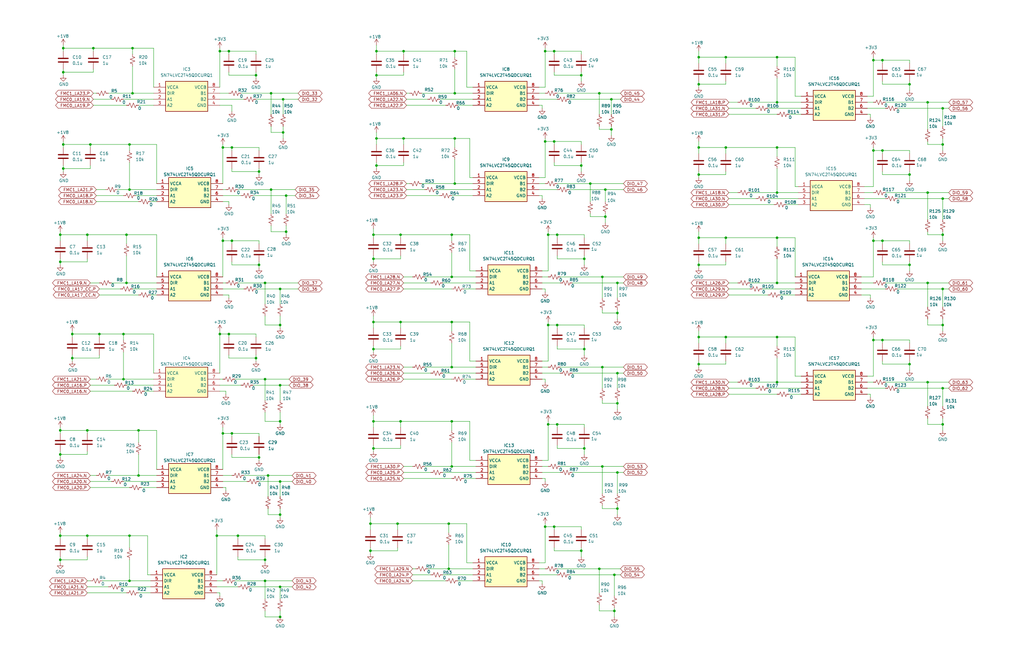
<source format=kicad_sch>
(kicad_sch (version 20250114) (generator "eeschema") (generator_version "9.0")
  (paper "B")
  (junction (at 38.1 60.96))
  (junction (at 39.37 20.32))
  (junction (at 55.88 39.37))
  (junction (at 189.23 220.98))
  (junction (at 25.4 181.61))
  (junction (at 114.3 80.01))
  (junction (at 245.11 69.85))
  (junction (at 168.91 135.89))
  (junction (at 391.16 119.38))
  (junction (at 233.68 21.59))
  (junction (at 327.66 100.33))
  (junction (at 294.64 73.66))
  (junction (at 118.11 177.8))
  (junction (at 55.88 20.32))
  (junction (at 156.21 232.41))
  (junction (at 257.81 54.61))
  (junction (at 294.64 62.23))
  (junction (at 397.51 83.82))
  (junction (at 246.38 109.22))
  (junction (at 190.5 196.85))
  (junction (at 260.35 199.39))
  (junction (at 157.48 135.89))
  (junction (at 397.51 179.07))
  (junction (at 109.22 111.76))
  (junction (at 111.76 236.22))
  (junction (at 52.07 140.97))
  (junction (at 306.07 142.24))
  (junction (at 96.52 21.59))
  (junction (at 25.4 191.77))
  (junction (at 26.67 20.32))
  (junction (at 372.11 143.51))
  (junction (at 191.77 21.59))
  (junction (at 158.75 21.59))
  (junction (at 25.4 226.06))
  (junction (at 294.64 111.76))
  (junction (at 260.35 170.18))
  (junction (at 327.66 81.28))
  (junction (at 229.87 21.59))
  (junction (at 114.3 39.37))
  (junction (at 294.64 100.33))
  (junction (at 254 116.84))
  (junction (at 58.42 181.61))
  (junction (at 368.3 63.5))
  (junction (at 294.64 24.13))
  (junction (at 157.48 147.32))
  (junction (at 190.5 99.06))
  (junction (at 97.79 62.23))
  (junction (at 306.07 100.33))
  (junction (at 156.21 220.98))
  (junction (at 120.65 97.79))
  (junction (at 111.76 160.02))
  (junction (at 231.14 99.06))
  (junction (at 229.87 222.25))
  (junction (at 259.08 242.57))
  (junction (at 294.64 153.67))
  (junction (at 168.91 177.8))
  (junction (at 254 154.94))
  (junction (at 245.11 232.41))
  (junction (at 327.66 161.29))
  (junction (at 157.48 177.8))
  (junction (at 327.66 43.18))
  (junction (at 25.4 110.49))
  (junction (at 372.11 25.4))
  (junction (at 397.51 137.16))
  (junction (at 26.67 60.96))
  (junction (at 41.91 140.97))
  (junction (at 109.22 72.39))
  (junction (at 233.68 222.25))
  (junction (at 157.48 109.22))
  (junction (at 190.5 177.8))
  (junction (at 111.76 245.11))
  (junction (at 93.98 182.88))
  (junction (at 113.03 200.66))
  (junction (at 111.76 119.38))
  (junction (at 383.54 35.56))
  (junction (at 93.98 101.6))
  (junction (at 397.51 163.83))
  (junction (at 157.48 99.06))
  (junction (at 368.3 101.6))
  (junction (at 167.64 220.98))
  (junction (at 97.79 182.88))
  (junction (at 231.14 137.16))
  (junction (at 190.5 135.89))
  (junction (at 233.68 59.69))
  (junction (at 234.95 137.16))
  (junction (at 191.77 58.42))
  (junction (at 53.34 99.06))
  (junction (at 327.66 62.23))
  (junction (at 119.38 55.88))
  (junction (at 383.54 73.66))
  (junction (at 91.44 226.06))
  (junction (at 327.66 142.24))
  (junction (at 372.11 63.5))
  (junction (at 97.79 101.6))
  (junction (at 100.33 226.06))
  (junction (at 294.64 35.56))
  (junction (at 158.75 31.75))
  (junction (at 327.66 24.13))
  (junction (at 397.51 60.96))
  (junction (at 54.61 226.06))
  (junction (at 26.67 71.12))
  (junction (at 191.77 39.37))
  (junction (at 191.77 77.47))
  (junction (at 397.51 121.92))
  (junction (at 190.5 154.94))
  (junction (at 118.11 247.65))
  (junction (at 252.73 240.03))
  (junction (at 36.83 99.06))
  (junction (at 118.11 137.16))
  (junction (at 245.11 31.75))
  (junction (at 246.38 147.32))
  (junction (at 327.66 119.38))
  (junction (at 234.95 179.07))
  (junction (at 96.52 140.97))
  (junction (at 58.42 200.66))
  (junction (at 255.27 91.44))
  (junction (at 306.07 62.23))
  (junction (at 383.54 153.67))
  (junction (at 383.54 111.76))
  (junction (at 36.83 181.61))
  (junction (at 30.48 151.13))
  (junction (at 368.3 143.51))
  (junction (at 391.16 161.29))
  (junction (at 158.75 58.42))
  (junction (at 252.73 39.37))
  (junction (at 260.35 214.63))
  (junction (at 260.35 119.38))
  (junction (at 260.35 157.48))
  (junction (at 391.16 43.18))
  (junction (at 157.48 189.23))
  (junction (at 254 196.85))
  (junction (at 397.51 99.06))
  (junction (at 248.92 77.47))
  (junction (at 189.23 240.03))
  (junction (at 118.11 260.35))
  (junction (at 246.38 189.23))
  (junction (at 259.08 257.81))
  (junction (at 118.11 162.56))
  (junction (at 118.11 121.92))
  (junction (at 120.65 82.55))
  (junction (at 168.91 99.06))
  (junction (at 54.61 245.11))
  (junction (at 255.27 80.01))
  (junction (at 372.11 101.6))
  (junction (at 257.81 41.91))
  (junction (at 294.64 142.24))
  (junction (at 368.3 25.4))
  (junction (at 234.95 99.06))
  (junction (at 170.18 58.42))
  (junction (at 109.22 193.04))
  (junction (at 36.83 226.06))
  (junction (at 107.95 31.75))
  (junction (at 53.34 119.38))
  (junction (at 306.07 24.13))
  (junction (at 397.51 45.72))
  (junction (at 118.11 217.17))
  (junction (at 391.16 81.28))
  (junction (at 119.38 41.91))
  (junction (at 118.11 203.2))
  (junction (at 170.18 21.59))
  (junction (at 52.07 160.02))
  (junction (at 26.67 30.48))
  (junction (at 231.14 179.07))
  (junction (at 107.95 151.13))
  (junction (at 190.5 116.84))
  (junction (at 92.71 21.59))
  (junction (at 54.61 80.01))
  (junction (at 30.48 140.97))
  (junction (at 229.87 59.69))
  (junction (at 25.4 99.06))
  (junction (at 158.75 69.85))
  (junction (at 93.98 62.23))
  (junction (at 92.71 140.97))
  (junction (at 54.61 60.96))
  (junction (at 260.35 132.08))
  (junction (at 25.4 236.22))
  (wire (pts (xy 185.42 41.91) (xy 199.39 41.91)))
  (wire (pts (xy 190.5 196.85) (xy 179.07 196.85)))
  (wire (pts (xy 170.18 58.42) (xy 170.18 60.96)))
  (wire (pts (xy 307.34 45.72) (xy 318.77 45.72)))
  (wire (pts (xy 365.76 43.18) (xy 368.3 43.18)))
  (wire (pts (xy 306.07 110.49) (xy 306.07 111.76)))
  (wire (pts (xy 368.3 25.4) (xy 372.11 25.4)))
  (wire (pts (xy 113.03 200.66) (xy 123.19 200.66)))
  (wire (pts (xy 190.5 135.89) (xy 168.91 135.89)))
  (wire (pts (xy 231.14 179.07) (xy 234.95 179.07)))
  (wire (pts (xy 157.48 177.8) (xy 157.48 180.34)))
  (wire (pts (xy 378.46 121.92) (xy 397.51 121.92)))
  (wire (pts (xy 306.07 24.13) (xy 306.07 26.67)))
  (wire (pts (xy 255.27 80.01) (xy 262.89 80.01)))
  (wire (pts (xy 257.81 54.61) (xy 257.81 53.34)))
  (wire (pts (xy 383.54 143.51) (xy 383.54 144.78)))
  (wire (pts (xy 236.22 116.84) (xy 254 116.84)))
  (wire (pts (xy 391.16 119.38) (xy 400.05 119.38)))
  (wire (pts (xy 196.85 237.49) (xy 196.85 220.98)))
  (wire (pts (xy 120.65 97.79) (xy 114.3 97.79)))
  (wire (pts (xy 228.6 114.3) (xy 231.14 114.3)))
  (wire (pts (xy 168.91 177.8) (xy 168.91 180.34)))
  (wire (pts (xy 157.48 109.22) (xy 157.48 110.49)))
  (wire (pts (xy 372.11 111.76) (xy 383.54 111.76)))
  (wire (pts (xy 307.34 83.82) (xy 318.77 83.82)))
  (wire (pts (xy 245.11 231.14) (xy 245.11 232.41)))
  (wire (pts (xy 236.22 154.94) (xy 254 154.94)))
  (wire (pts (xy 158.75 30.48) (xy 158.75 31.75)))
  (wire (pts (xy 248.92 77.47) (xy 248.92 85.09)))
  (wire (pts (xy 52.07 140.97) (xy 64.77 140.97)))
  (wire (pts (xy 241.3 119.38) (xy 260.35 119.38)))
  (wire (pts (xy 294.64 59.69) (xy 294.64 62.23)))
  (wire (pts (xy 260.35 170.18) (xy 260.35 172.72)))
  (wire (pts (xy 171.45 82.55) (xy 185.42 82.55)))
  (wire (pts (xy 233.68 222.25) (xy 233.68 223.52)))
  (wire (pts (xy 111.76 234.95) (xy 111.76 236.22)))
  (wire (pts (xy 49.53 80.01) (xy 54.61 80.01)))
  (wire (pts (xy 45.72 160.02) (xy 52.07 160.02)))
  (wire (pts (xy 63.5 124.46) (xy 66.04 124.46)))
  (wire (pts (xy 246.38 137.16) (xy 246.38 138.43)))
  (wire (pts (xy 260.35 157.48) (xy 260.35 163.83)))
  (wire (pts (xy 64.77 160.02) (xy 52.07 160.02)))
  (wire (pts (xy 97.79 62.23) (xy 109.22 62.23)))
  (wire (pts (xy 229.87 58.42) (xy 229.87 59.69)))
  (wire (pts (xy 294.64 21.59) (xy 294.64 24.13)))
  (wire (pts (xy 307.34 163.83) (xy 318.77 163.83)))
  (wire (pts (xy 91.44 245.11) (xy 93.98 245.11)))
  (wire (pts (xy 64.77 140.97) (xy 64.77 157.48)))
  (wire (pts (xy 173.99 154.94) (xy 170.18 154.94)))
  (wire (pts (xy 58.42 200.66) (xy 66.04 200.66)))
  (wire (pts (xy 321.31 121.92) (xy 335.28 121.92)))
  (wire (pts (xy 92.71 44.45) (xy 97.79 44.45)))
  (wire (pts (xy 227.33 242.57) (xy 234.95 242.57)))
  (wire (pts (xy 66.04 60.96) (xy 66.04 77.47)))
  (wire (pts (xy 254 196.85) (xy 262.89 196.85)))
  (wire (pts (xy 234.95 240.03) (xy 252.73 240.03)))
  (wire (pts (xy 36.83 181.61) (xy 25.4 181.61)))
  (wire (pts (xy 260.35 168.91) (xy 260.35 170.18)))
  (wire (pts (xy 171.45 41.91) (xy 180.34 41.91)))
  (wire (pts (xy 53.34 99.06) (xy 66.04 99.06)))
  (wire (pts (xy 190.5 99.06) (xy 198.12 99.06)))
  (wire (pts (xy 383.54 111.76) (xy 383.54 114.3)))
  (wire (pts (xy 328.93 124.46) (xy 335.28 124.46)))
  (wire (pts (xy 228.6 245.11) (xy 228.6 246.38)))
  (wire (pts (xy 391.16 179.07) (xy 391.16 176.53)))
  (wire (pts (xy 168.91 107.95) (xy 168.91 109.22)))
  (wire (pts (xy 158.75 69.85) (xy 158.75 71.12)))
  (wire (pts (xy 118.11 247.65) (xy 118.11 252.73)))
  (wire (pts (xy 93.98 101.6) (xy 97.79 101.6)))
  (wire (pts (xy 397.51 134.62) (xy 397.51 137.16)))
  (wire (pts (xy 246.38 179.07) (xy 246.38 180.34)))
  (wire (pts (xy 54.61 236.22) (xy 54.61 245.11)))
  (wire (pts (xy 234.95 189.23) (xy 246.38 189.23)))
  (wire (pts (xy 331.47 86.36) (xy 336.55 86.36)))
  (wire (pts (xy 306.07 142.24) (xy 306.07 144.78)))
  (wire (pts (xy 383.54 72.39) (xy 383.54 73.66)))
  (wire (pts (xy 156.21 232.41) (xy 156.21 233.68)))
  (wire (pts (xy 111.76 245.11) (xy 111.76 252.73)))
  (wire (pts (xy 372.11 35.56) (xy 383.54 35.56)))
  (wire (pts (xy 306.07 153.67) (xy 294.64 153.67)))
  (wire (pts (xy 95.25 205.74) (xy 93.98 205.74)))
  (wire (pts (xy 257.81 54.61) (xy 257.81 57.15)))
  (wire (pts (xy 327.66 100.33) (xy 327.66 104.14)))
  (wire (pts (xy 372.11 25.4) (xy 383.54 25.4)))
  (wire (pts (xy 193.04 245.11) (xy 199.39 245.11)))
  (wire (pts (xy 111.76 257.81) (xy 111.76 260.35)))
  (wire (pts (xy 190.5 154.94) (xy 200.66 154.94)))
  (wire (pts (xy 190.5 116.84) (xy 179.07 116.84)))
  (wire (pts (xy 173.99 196.85) (xy 170.18 196.85)))
  (wire (pts (xy 327.66 62.23) (xy 327.66 66.04)))
  (wire (pts (xy 167.64 220.98) (xy 167.64 223.52)))
  (wire (pts (xy 254 170.18) (xy 260.35 170.18)))
  (wire (pts (xy 26.67 71.12) (xy 38.1 71.12)))
  (wire (pts (xy 107.95 21.59) (xy 107.95 22.86)))
  (wire (pts (xy 40.64 82.55) (xy 52.07 82.55)))
  (wire (pts (xy 233.68 68.58) (xy 233.68 69.85)))
  (wire (pts (xy 171.45 77.47) (xy 172.72 77.47)))
  (wire (pts (xy 383.54 34.29) (xy 383.54 35.56)))
  (wire (pts (xy 327.66 62.23) (xy 306.07 62.23)))
  (wire (pts (xy 397.51 83.82) (xy 397.51 92.71)))
  (wire (pts (xy 158.75 58.42) (xy 158.75 60.96)))
  (wire (pts (xy 120.65 95.25) (xy 120.65 97.79)))
  (wire (pts (xy 234.95 109.22) (xy 246.38 109.22)))
  (wire (pts (xy 96.52 151.13) (xy 107.95 151.13)))
  (wire (pts (xy 327.66 119.38) (xy 335.28 119.38)))
  (wire (pts (xy 234.95 99.06) (xy 234.95 100.33)))
  (wire (pts (xy 248.92 91.44) (xy 255.27 91.44)))
  (wire (pts (xy 229.87 160.02) (xy 228.6 160.02)))
  (wire (pts (xy 198.12 74.93) (xy 199.39 74.93)))
  (wire (pts (xy 92.71 41.91) (xy 102.87 41.91)))
  (wire (pts (xy 25.4 110.49) (xy 25.4 111.76)))
  (wire (pts (xy 368.3 143.51) (xy 372.11 143.51)))
  (wire (pts (xy 91.44 247.65) (xy 100.33 247.65)))
  (wire (pts (xy 234.95 187.96) (xy 234.95 189.23)))
  (wire (pts (xy 231.14 135.89) (xy 231.14 137.16)))
  (wire (pts (xy 231.14 99.06) (xy 234.95 99.06)))
  (wire (pts (xy 55.88 39.37) (xy 64.77 39.37)))
  (wire (pts (xy 109.22 182.88) (xy 109.22 184.15)))
  (wire (pts (xy 383.54 73.66) (xy 383.54 76.2)))
  (wire (pts (xy 118.11 173.99) (xy 118.11 177.8)))
  (wire (pts (xy 168.91 109.22) (xy 157.48 109.22)))
  (wire (pts (xy 195.58 121.92) (xy 200.66 121.92)))
  (wire (pts (xy 378.46 45.72) (xy 397.51 45.72)))
  (wire (pts (xy 378.46 83.82) (xy 397.51 83.82)))
  (wire (pts (xy 234.95 77.47) (xy 248.92 77.47)))
  (wire (pts (xy 307.34 124.46) (xy 323.85 124.46)))
  (wire (pts (xy 240.03 80.01) (xy 255.27 80.01)))
  (wire (pts (xy 157.48 189.23) (xy 157.48 190.5)))
  (wire (pts (xy 227.33 74.93) (xy 229.87 74.93)))
  (wire (pts (xy 245.11 222.25) (xy 245.11 223.52)))
  (wire (pts (xy 113.03 200.66) (xy 113.03 209.55)))
  (wire (pts (xy 189.23 240.03) (xy 199.39 240.03)))
  (wire (pts (xy 190.5 135.89) (xy 198.12 135.89)))
  (wire (pts (xy 229.87 21.59) (xy 229.87 36.83)))
  (wire (pts (xy 170.18 160.02) (xy 190.5 160.02)))
  (wire (pts (xy 118.11 203.2) (xy 118.11 209.55)))
  (wire (pts (xy 54.61 80.01) (xy 66.04 80.01)))
  (wire (pts (xy 96.52 85.09) (xy 93.98 85.09)))
  (wire (pts (xy 364.49 83.82) (xy 373.38 83.82)))
  (wire (pts (xy 158.75 31.75) (xy 158.75 33.02)))
  (wire (pts (xy 93.98 77.47) (xy 93.98 62.23)))
  (wire (pts (xy 38.1 60.96) (xy 38.1 62.23)))
  (wire (pts (xy 368.3 143.51) (xy 368.3 158.75)))
  (wire (pts (xy 91.44 226.06) (xy 100.33 226.06)))
  (wire (pts (xy 96.52 149.86) (xy 96.52 151.13)))
  (wire (pts (xy 234.95 99.06) (xy 246.38 99.06)))
  (wire (pts (xy 306.07 100.33) (xy 306.07 102.87)))
  (wire (pts (xy 157.48 175.26) (xy 157.48 177.8)))
  (wire (pts (xy 93.98 62.23) (xy 97.79 62.23)))
  (wire (pts (xy 100.33 227.33) (xy 100.33 226.06)))
  (wire (pts (xy 93.98 82.55) (xy 101.6 82.55)))
  (wire (pts (xy 252.73 54.61) (xy 252.73 53.34)))
  (wire (pts (xy 99.06 245.11) (xy 111.76 245.11)))
  (wire (pts (xy 191.77 58.42) (xy 198.12 58.42)))
  (wire (pts (xy 367.03 86.36) (xy 367.03 87.63)))
  (wire (pts (xy 365.76 161.29) (xy 368.3 161.29)))
  (wire (pts (xy 327.66 24.13) (xy 306.07 24.13)))
  (wire (pts (xy 229.87 21.59) (xy 233.68 21.59)))
  (wire (pts (xy 113.03 217.17) (xy 118.11 217.17)))
  (wire (pts (xy 38.1 205.74) (xy 54.61 205.74)))
  (wire (pts (xy 260.35 199.39) (xy 262.89 199.39)))
  (wire (pts (xy 397.51 163.83) (xy 400.05 163.83)))
  (wire (pts (xy 368.3 101.6) (xy 368.3 116.84)))
  (wire (pts (xy 335.28 158.75) (xy 337.82 158.75)))
  (wire (pts (xy 189.23 220.98) (xy 167.64 220.98)))
  (wire (pts (xy 196.85 36.83) (xy 196.85 21.59)))
  (wire (pts (xy 306.07 152.4) (xy 306.07 153.67)))
  (wire (pts (xy 25.4 224.79) (xy 25.4 226.06)))
  (wire (pts (xy 294.64 62.23) (xy 294.64 64.77)))
  (wire (pts (xy 97.79 184.15) (xy 97.79 182.88)))
  (wire (pts (xy 373.38 161.29) (xy 391.16 161.29)))
  (wire (pts (xy 189.23 220.98) (xy 196.85 220.98)))
  (wire (pts (xy 245.11 59.69) (xy 245.11 60.96)))
  (wire (pts (xy 227.33 36.83) (xy 229.87 36.83)))
  (wire (pts (xy 66.04 99.06) (xy 66.04 116.84)))
  (wire (pts (xy 327.66 109.22) (xy 327.66 119.38)))
  (wire (pts (xy 111.76 173.99) (xy 111.76 177.8)))
  (wire (pts (xy 365.76 40.64) (xy 368.3 40.64)))
  (wire (pts (xy 38.1 60.96) (xy 54.61 60.96)))
  (wire (pts (xy 43.18 245.11) (xy 54.61 245.11)))
  (wire (pts (xy 158.75 19.05) (xy 158.75 21.59)))
  (wire (pts (xy 391.16 137.16) (xy 397.51 137.16)))
  (wire (pts (xy 168.91 99.06) (xy 168.91 100.33)))
  (wire (pts (xy 93.98 80.01) (xy 95.25 80.01)))
  (wire (pts (xy 120.65 82.55) (xy 124.46 82.55)))
  (wire (pts (xy 36.83 191.77) (xy 25.4 191.77)))
  (wire (pts (xy 40.64 85.09) (xy 58.42 85.09)))
  (wire (pts (xy 167.64 232.41) (xy 156.21 232.41)))
  (wire (pts (xy 118.11 121.92) (xy 118.11 128.27)))
  (wire (pts (xy 391.16 161.29) (xy 391.16 171.45)))
  (wire (pts (xy 93.98 60.96) (xy 93.98 62.23)))
  (wire (pts (xy 191.77 77.47) (xy 177.8 77.47)))
  (wire (pts (xy 397.51 179.07) (xy 397.51 181.61)))
  (wire (pts (xy 252.73 240.03) (xy 252.73 250.19)))
  (wire (pts (xy 96.52 124.46) (xy 93.98 124.46)))
  (wire (pts (xy 190.5 154.94) (xy 179.07 154.94)))
  (wire (pts (xy 113.03 214.63) (xy 113.03 217.17)))
  (wire (pts (xy 259.08 242.57) (xy 261.62 242.57)))
  (wire (pts (xy 327.66 24.13) (xy 335.28 24.13)))
  (wire (pts (xy 118.11 121.92) (xy 125.73 121.92)))
  (wire (pts (xy 25.4 181.61) (xy 25.4 182.88)))
  (wire (pts (xy 118.11 203.2) (xy 123.19 203.2)))
  (wire (pts (xy 118.11 137.16) (xy 118.11 138.43)))
  (wire (pts (xy 191.77 21.59) (xy 196.85 21.59)))
  (wire (pts (xy 97.79 101.6) (xy 109.22 101.6)))
  (wire (pts (xy 58.42 181.61) (xy 66.04 181.61)))
  (wire (pts (xy 228.6 116.84) (xy 231.14 116.84)))
  (wire (pts (xy 233.68 222.25) (xy 245.11 222.25)))
  (wire (pts (xy 114.3 80.01) (xy 124.46 80.01)))
  (wire (pts (xy 307.34 166.37) (xy 327.66 166.37)))
  (wire (pts (xy 191.77 77.47) (xy 199.39 77.47)))
  (wire (pts (xy 39.37 20.32) (xy 39.37 21.59)))
  (wire (pts (xy 38.1 69.85) (xy 38.1 71.12)))
  (wire (pts (xy 58.42 124.46) (xy 41.91 124.46)))
  (wire (pts (xy 167.64 220.98) (xy 156.21 220.98)))
  (wire (pts (xy 156.21 218.44) (xy 156.21 220.98)))
  (wire (pts (xy 64.77 20.32) (xy 64.77 36.83)))
  (wire (pts (xy 59.69 205.74) (xy 66.04 205.74)))
  (wire (pts (xy 240.03 41.91) (xy 257.81 41.91)))
  (wire (pts (xy 191.77 58.42) (xy 191.77 62.23)))
  (wire (pts (xy 260.35 199.39) (xy 260.35 208.28)))
  (wire (pts (xy 254 214.63) (xy 260.35 214.63)))
  (wire (pts (xy 97.79 191.77) (xy 97.79 193.04)))
  (wire (pts (xy 100.33 236.22) (xy 111.76 236.22)))
  (wire (pts (xy 58.42 44.45) (xy 64.77 44.45)))
  (wire (pts (xy 372.11 73.66) (xy 383.54 73.66)))
  (wire (pts (xy 254 116.84) (xy 262.89 116.84)))
  (wire (pts (xy 107.95 41.91) (xy 119.38 41.91)))
  (wire (pts (xy 193.04 44.45) (xy 199.39 44.45)))
  (wire (pts (xy 109.22 193.04) (xy 109.22 194.31)))
  (wire (pts (xy 170.18 21.59) (xy 158.75 21.59)))
  (wire (pts (xy 36.83 226.06) (xy 25.4 226.06)))
  (wire (pts (xy 111.76 160.02) (xy 121.92 160.02)))
  (wire (pts (xy 372.11 143.51) (xy 383.54 143.51)))
  (wire (pts (xy 36.83 234.95) (xy 36.83 236.22)))
  (wire (pts (xy 228.6 152.4) (xy 231.14 152.4)))
  (wire (pts (xy 25.4 226.06) (xy 25.4 227.33)))
  (wire (pts (xy 36.83 181.61) (xy 58.42 181.61)))
  (wire (pts (xy 97.79 44.45) (xy 97.79 46.99)))
  (wire (pts (xy 53.34 119.38) (xy 53.34 107.95)))
  (wire (pts (xy 246.38 187.96) (xy 246.38 189.23)))
  (wire (pts (xy 365.76 163.83) (xy 373.38 163.83)))
  (wire (pts (xy 367.03 124.46) (xy 363.22 124.46)))
  (wire (pts (xy 260.35 132.08) (xy 260.35 134.62)))
  (wire (pts (xy 25.4 101.6) (xy 25.4 99.06)))
  (wire (pts (xy 97.79 110.49) (xy 97.79 111.76)))
  (wire (pts (xy 294.64 139.7) (xy 294.64 142.24)))
  (wire (pts (xy 190.5 135.89) (xy 190.5 139.7)))
  (wire (pts (xy 168.91 146.05) (xy 168.91 147.32)))
  (wire (pts (xy 158.75 55.88) (xy 158.75 58.42)))
  (wire (pts (xy 233.68 30.48) (xy 233.68 31.75)))
  (wire (pts (xy 234.95 179.07) (xy 246.38 179.07)))
  (wire (pts (xy 93.98 200.66) (xy 97.79 200.66)))
  (wire (pts (xy 52.07 160.02) (xy 52.07 148.59)))
  (wire (pts (xy 26.67 59.69) (xy 26.67 60.96)))
  (wire (pts (xy 245.11 30.48) (xy 245.11 31.75)))
  (wire (pts (xy 36.83 190.5) (xy 36.83 191.77)))
  (wire (pts (xy 118.11 217.17) (xy 118.11 218.44)))
  (wire (pts (xy 114.3 39.37) (xy 125.73 39.37)))
  (wire (pts (xy 55.88 20.32) (xy 55.88 22.86)))
  (wire (pts (xy 228.6 157.48) (xy 236.22 157.48)))
  (wire (pts (xy 229.87 220.98) (xy 229.87 222.25)))
  (wire (pts (xy 294.64 153.67) (xy 294.64 154.94)))
  (wire (pts (xy 397.51 176.53) (xy 397.51 179.07)))
  (wire (pts (xy 119.38 55.88) (xy 119.38 58.42)))
  (wire (pts (xy 228.6 245.11) (xy 227.33 245.11)))
  (wire (pts (xy 106.68 162.56) (xy 118.11 162.56)))
  (wire (pts (xy 157.48 146.05) (xy 157.48 147.32)))
  (wire (pts (xy 227.33 80.01) (xy 234.95 80.01)))
  (wire (pts (xy 38.1 162.56) (xy 48.26 162.56)))
  (wire (pts (xy 109.22 62.23) (xy 109.22 63.5)))
  (wire (pts (xy 391.16 119.38) (xy 391.16 129.54)))
  (wire (pts (xy 92.71 162.56) (xy 101.6 162.56)))
  (wire (pts (xy 157.48 99.06) (xy 157.48 100.33)))
  (wire (pts (xy 234.95 137.16) (xy 246.38 137.16)))
  (wire (pts (xy 92.71 139.7) (xy 92.71 140.97)))
  (wire (pts (xy 26.67 19.05) (xy 26.67 20.32)))
  (wire (pts (xy 335.28 158.75) (xy 335.28 142.24)))
  (wire (pts (xy 252.73 257.81) (xy 259.08 257.81)))
  (wire (pts (xy 198.12 152.4) (xy 200.66 152.4)))
  (wire (pts (xy 229.87 59.69) (xy 233.68 59.69)))
  (wire (pts (xy 118.11 162.56) (xy 121.92 162.56)))
  (wire (pts (xy 323.85 83.82) (xy 336.55 83.82)))
  (wire (pts (xy 36.83 109.22) (xy 36.83 110.49)))
  (wire (pts (xy 91.44 226.06) (xy 91.44 242.57)))
  (wire (pts (xy 294.64 35.56) (xy 294.64 36.83)))
  (wire (pts (xy 233.68 31.75) (xy 245.11 31.75)))
  (wire (pts (xy 227.33 39.37) (xy 229.87 39.37)))
  (wire (pts (xy 96.52 22.86) (xy 96.52 21.59)))
  (wire (pts (xy 306.07 111.76) (xy 294.64 111.76)))
  (wire (pts (xy 118.11 162.56) (xy 118.11 168.91)))
  (wire (pts (xy 397.51 97.79) (xy 397.51 99.06)))
  (wire (pts (xy 259.08 242.57) (xy 259.08 251.46)))
  (wire (pts (xy 190.5 177.8) (xy 198.12 177.8)))
  (wire (pts (xy 167.64 231.14) (xy 167.64 232.41)))
  (wire (pts (xy 189.23 229.87) (xy 189.23 240.03)))
  (wire (pts (xy 228.6 119.38) (xy 236.22 119.38)))
  (wire (pts (xy 391.16 43.18) (xy 391.16 54.61)))
  (wire (pts (xy 92.71 39.37) (xy 96.52 39.37)))
  (wire (pts (xy 119.38 41.91) (xy 119.38 48.26)))
  (wire (pts (xy 332.74 166.37) (xy 337.82 166.37)))
  (wire (pts (xy 229.87 121.92) (xy 228.6 121.92)))
  (wire (pts (xy 229.87 201.93) (xy 229.87 203.2)))
  (wire (pts (xy 55.88 20.32) (xy 64.77 20.32)))
  (wire (pts (xy 327.66 24.13) (xy 327.66 27.94)))
  (wire (pts (xy 156.21 231.14) (xy 156.21 232.41)))
  (wire (pts (xy 157.48 187.96) (xy 157.48 189.23)))
  (wire (pts (xy 229.87 20.32) (xy 229.87 21.59)))
  (wire (pts (xy 107.95 149.86) (xy 107.95 151.13)))
  (wire (pts (xy 111.76 119.38) (xy 111.76 128.27)))
  (wire (pts (xy 66.04 181.61) (xy 66.04 198.12)))
  (wire (pts (xy 294.64 34.29) (xy 294.64 35.56)))
  (wire (pts (xy 53.34 119.38) (xy 46.99 119.38)))
  (wire (pts (xy 372.11 63.5) (xy 372.11 64.77)))
  (wire (pts (xy 62.23 242.57) (xy 62.23 226.06)))
  (wire (pts (xy 367.03 166.37) (xy 367.03 167.64)))
  (wire (pts (xy 372.11 34.29) (xy 372.11 35.56)))
  (wire (pts (xy 111.76 133.35) (xy 111.76 137.16)))
  (wire (pts (xy 332.74 48.26) (xy 337.82 48.26)))
  (wire (pts (xy 92.71 140.97) (xy 96.52 140.97)))
  (wire (pts (xy 246.38 147.32) (xy 246.38 149.86)))
  (wire (pts (xy 306.07 35.56) (xy 294.64 35.56)))
  (wire (pts (xy 306.07 24.13) (xy 294.64 24.13)))
  (wire (pts (xy 254 196.85) (xy 254 208.28)))
  (wire (pts (xy 227.33 240.03) (xy 229.87 240.03)))
  (wire (pts (xy 397.51 45.72) (xy 400.05 45.72)))
  (wire (pts (xy 55.88 27.94) (xy 55.88 39.37)))
  (wire (pts (xy 240.03 242.57) (xy 259.08 242.57)))
  (wire (pts (xy 397.51 163.83) (xy 397.51 171.45)))
  (wire (pts (xy 196.85 237.49) (xy 199.39 237.49)))
  (wire (pts (xy 109.22 110.49) (xy 109.22 111.76)))
  (wire (pts (xy 245.11 21.59) (xy 245.11 22.86)))
  (wire (pts (xy 372.11 101.6) (xy 372.11 102.87)))
  (wire (pts (xy 41.91 140.97) (xy 52.07 140.97)))
  (wire (pts (xy 306.07 142.24) (xy 294.64 142.24)))
  (wire (pts (xy 170.18 30.48) (xy 170.18 31.75)))
  (wire (pts (xy 45.72 200.66) (xy 58.42 200.66)))
  (wire (pts (xy 367.03 166.37) (xy 365.76 166.37)))
  (wire (pts (xy 327.66 43.18) (xy 316.23 43.18)))
  (wire (pts (xy 257.81 41.91) (xy 257.81 48.26)))
  (wire (pts (xy 189.23 220.98) (xy 189.23 224.79)))
  (wire (pts (xy 198.12 194.31) (xy 198.12 177.8)))
  (wire (pts (xy 58.42 250.19) (xy 63.5 250.19)))
  (wire (pts (xy 157.48 147.32) (xy 157.48 148.59)))
  (wire (pts (xy 228.6 199.39) (xy 236.22 199.39)))
  (wire (pts (xy 91.44 223.52) (xy 91.44 226.06)))
  (wire (pts (xy 228.6 82.55) (xy 227.33 82.55)))
  (wire (pts (xy 30.48 140.97) (xy 41.91 140.97)))
  (wire (pts (xy 233.68 21.59) (xy 233.68 22.86)))
  (wire (pts (xy 234.95 147.32) (xy 246.38 147.32)))
  (wire (pts (xy 254 116.84) (xy 254 125.73)))
  (wire (pts (xy 118.11 133.35) (xy 118.11 137.16)))
  (wire (pts (xy 254 214.63) (xy 254 213.36)))
  (wire (pts (xy 168.91 147.32) (xy 157.48 147.32)))
  (wire (pts (xy 227.33 77.47) (xy 229.87 77.47)))
  (wire (pts (xy 294.64 97.79) (xy 294.64 100.33)))
  (wire (pts (xy 36.83 226.06) (xy 36.83 227.33)))
  (wire (pts (xy 39.37 29.21) (xy 39.37 30.48)))
  (wire (pts (xy 252.73 39.37) (xy 261.62 39.37)))
  (wire (pts (xy 97.79 193.04) (xy 109.22 193.04)))
  (wire (pts (xy 111.76 226.06) (xy 111.76 227.33)))
  (wire (pts (xy 246.38 146.05) (xy 246.38 147.32)))
  (wire (pts (xy 231.14 137.16) (xy 234.95 137.16)))
  (wire (pts (xy 198.12 114.3) (xy 198.12 99.06)))
  (wire (pts (xy 368.3 142.24) (xy 368.3 143.51)))
  (wire (pts (xy 367.03 48.26) (xy 365.76 48.26)))
  (wire (pts (xy 260.35 130.81) (xy 260.35 132.08)))
  (wire (pts (xy 63.5 85.09) (xy 66.04 85.09)))
  (wire (pts (xy 311.15 43.18) (xy 307.34 43.18)))
  (wire (pts (xy 229.87 222.25) (xy 233.68 222.25)))
  (wire (pts (xy 233.68 69.85) (xy 245.11 69.85)))
  (wire (pts (xy 311.15 119.38) (xy 307.34 119.38)))
  (wire (pts (xy 191.77 21.59) (xy 191.77 24.13)))
  (wire (pts (xy 173.99 245.11) (xy 187.96 245.11)))
  (wire (pts (xy 168.91 135.89) (xy 168.91 138.43)))
  (wire (pts (xy 372.11 25.4) (xy 372.11 26.67)))
  (wire (pts (xy 368.3 101.6) (xy 372.11 101.6)))
  (wire (pts (xy 168.91 99.06) (xy 157.48 99.06)))
  (wire (pts (xy 372.11 72.39) (xy 372.11 73.66)))
  (wire (pts (xy 255.27 90.17) (xy 255.27 91.44)))
  (wire (pts (xy 294.64 110.49) (xy 294.64 111.76)))
  (wire (pts (xy 102.87 200.66) (xy 113.03 200.66)))
  (wire (pts (xy 170.18 21.59) (xy 170.18 22.86)))
  (wire (pts (xy 38.1 165.1) (xy 55.88 165.1)))
  (wire (pts (xy 118.11 137.16) (xy 111.76 137.16)))
  (wire (pts (xy 327.66 142.24) (xy 306.07 142.24)))
  (wire (pts (xy 191.77 29.21) (xy 191.77 39.37)))
  (wire (pts (xy 191.77 21.59) (xy 170.18 21.59)))
  (wire (pts (xy 259.08 256.54) (xy 259.08 257.81)))
  (wire (pts (xy 234.95 146.05) (xy 234.95 147.32)))
  (wire (pts (xy 93.98 180.34) (xy 93.98 182.88)))
  (wire (pts (xy 327.66 142.24) (xy 327.66 146.05)))
  (wire (pts (xy 25.4 190.5) (xy 25.4 191.77)))
  (wire (pts (xy 39.37 20.32) (xy 55.88 20.32)))
  (wire (pts (xy 190.5 144.78) (xy 190.5 154.94)))
  (wire (pts (xy 100.33 226.06) (xy 111.76 226.06)))
  (wire (pts (xy 157.48 107.95) (xy 157.48 109.22)))
  (wire (pts (xy 92.71 21.59) (xy 96.52 21.59)))
  (wire (pts (xy 252.73 39.37) (xy 252.73 48.26)))
  (wire (pts (xy 229.87 201.93) (xy 228.6 201.93)))
  (wire (pts (xy 26.67 60.96) (xy 38.1 60.96)))
  (wire (pts (xy 248.92 91.44) (xy 248.92 90.17)))
  (wire (pts (xy 248.92 77.47) (xy 262.89 77.47)))
  (wire (pts (xy 236.22 196.85) (xy 254 196.85)))
  (wire (pts (xy 372.11 110.49) (xy 372.11 111.76)))
  (wire (pts (xy 228.6 82.55) (xy 228.6 83.82)))
  (wire (pts (xy 26.67 20.32) (xy 39.37 20.32)))
  (wire (pts (xy 100.33 119.38) (xy 111.76 119.38)))
  (wire (pts (xy 96.52 140.97) (xy 107.95 140.97)))
  (wire (pts (xy 233.68 59.69) (xy 245.11 59.69)))
  (wire (pts (xy 246.38 99.06) (xy 246.38 100.33)))
  (wire (pts (xy 30.48 151.13) (xy 30.48 152.4)))
  (wire (pts (xy 367.03 48.26) (xy 367.03 49.53)))
  (wire (pts (xy 58.42 181.61) (xy 58.42 186.69)))
  (wire (pts (xy 234.95 137.16) (xy 234.95 138.43)))
  (wire (pts (xy 173.99 242.57) (xy 181.61 242.57)))
  (wire (pts (xy 25.4 236.22) (xy 25.4 237.49)))
  (wire (pts (xy 25.4 110.49) (xy 36.83 110.49)))
  (wire (pts (xy 198.12 194.31) (xy 200.66 194.31)))
  (wire (pts (xy 227.33 237.49) (xy 229.87 237.49)))
  (wire (pts (xy 307.34 48.26) (xy 327.66 48.26)))
  (wire (pts (xy 30.48 149.86) (xy 30.48 151.13)))
  (wire (pts (xy 96.52 125.73) (xy 96.52 124.46)))
  (wire (pts (xy 260.35 119.38) (xy 262.89 119.38)))
  (wire (pts (xy 93.98 116.84) (xy 93.98 101.6)))
  (wire (pts (xy 368.3 24.13) (xy 368.3 25.4)))
  (wire (pts (xy 25.4 97.79) (xy 25.4 99.06)))
  (wire (pts (xy 227.33 41.91) (xy 234.95 41.91)))
  (wire (pts (xy 383.54 35.56) (xy 383.54 38.1)))
  (wire (pts (xy 184.15 80.01) (xy 199.39 80.01)))
  (wire (pts (xy 397.51 121.92) (xy 400.05 121.92)))
  (wire (pts (xy 25.4 99.06) (xy 36.83 99.06)))
  (wire (pts (xy 39.37 41.91) (xy 46.99 41.91)))
  (wire (pts (xy 114.3 55.88) (xy 119.38 55.88)))
  (wire (pts (xy 106.68 82.55) (xy 120.65 82.55)))
  (wire (pts (xy 54.61 245.11) (xy 63.5 245.11)))
  (wire (pts (xy 114.3 95.25) (xy 114.3 97.79)))
  (wire (pts (xy 255.27 91.44) (xy 255.27 93.98)))
  (wire (pts (xy 111.76 119.38) (xy 125.73 119.38)))
  (wire (pts (xy 118.11 177.8) (xy 118.11 179.07)))
  (wire (pts (xy 93.98 182.88) (xy 93.98 198.12)))
  (wire (pts (xy 92.71 140.97) (xy 92.71 157.48)))
  (wire (pts (xy 254 154.94) (xy 254 163.83)))
  (wire (pts (xy 101.6 39.37) (xy 114.3 39.37)))
  (wire (pts (xy 252.73 257.81) (xy 252.73 255.27)))
  (wire (pts (xy 195.58 201.93) (xy 200.66 201.93)))
  (wire (pts (xy 25.4 109.22) (xy 25.4 110.49)))
  (wire (pts (xy 241.3 157.48) (xy 260.35 157.48)))
  (wire (pts (xy 119.38 53.34) (xy 119.38 55.88)))
  (wire (pts (xy 228.6 154.94) (xy 231.14 154.94)))
  (wire (pts (xy 397.51 99.06) (xy 397.51 101.6)))
  (wire (pts (xy 335.28 116.84) (xy 335.28 100.33)))
  (wire (pts (xy 254 170.18) (xy 254 168.91)))
  (wire (pts (xy 260.35 213.36) (xy 260.35 214.63)))
  (wire (pts (xy 100.33 80.01) (xy 114.3 80.01)))
  (wire (pts (xy 259.08 257.81) (xy 259.08 260.35)))
  (wire (pts (xy 245.11 69.85) (xy 245.11 72.39)))
  (wire (pts (xy 97.79 102.87) (xy 97.79 101.6)))
  (wire (pts (xy 373.38 43.18) (xy 391.16 43.18)))
  (wire (pts (xy 246.38 107.95) (xy 246.38 109.22)))
  (wire (pts (xy 45.72 39.37) (xy 55.88 39.37)))
  (wire (pts (xy 92.71 20.32) (xy 92.71 21.59)))
  (wire (pts (xy 171.45 80.01) (xy 179.07 80.01)))
  (wire (pts (xy 157.48 135.89) (xy 157.48 138.43)))
  (wire (pts (xy 114.3 80.01) (xy 114.3 90.17)))
  (wire (pts (xy 252.73 240.03) (xy 261.62 240.03)))
  (wire (pts (xy 109.22 72.39) (xy 109.22 73.66)))
  (wire (pts (xy 158.75 68.58) (xy 158.75 69.85)))
  (wire (pts (xy 36.83 99.06) (xy 53.34 99.06)))
  (wire (pts (xy 234.95 179.07) (xy 234.95 180.34)))
  (wire (pts (xy 364.49 81.28) (xy 368.3 81.28)))
  (wire (pts (xy 25.4 180.34) (xy 25.4 181.61)))
  (wire (pts (xy 114.3 53.34) (xy 114.3 55.88)))
  (wire (pts (xy 229.87 160.02) (xy 229.87 161.29)))
  (wire (pts (xy 364.49 78.74) (xy 368.3 78.74)))
  (wire (pts (xy 180.34 240.03) (xy 189.23 240.03)))
  (wire (pts (xy 365.76 158.75) (xy 368.3 158.75)))
  (wire (pts (xy 168.91 187.96) (xy 168.91 189.23)))
  (wire (pts (xy 198.12 74.93) (xy 198.12 58.42)))
  (wire (pts (xy 190.5 177.8) (xy 190.5 181.61)))
  (wire (pts (xy 97.79 182.88) (xy 109.22 182.88)))
  (wire (pts (xy 327.66 100.33) (xy 335.28 100.33)))
  (wire (pts (xy 107.95 140.97) (xy 107.95 142.24)))
  (wire (pts (xy 191.77 67.31) (xy 191.77 77.47)))
  (wire (pts (xy 107.95 31.75) (xy 107.95 33.02)))
  (wire (pts (xy 306.07 72.39) (xy 306.07 73.66)))
  (wire (pts (xy 158.75 21.59) (xy 158.75 22.86)))
  (wire (pts (xy 38.1 119.38) (xy 41.91 119.38)))
  (wire (pts (xy 190.5 99.06) (xy 168.91 99.06)))
  (wire (pts (xy 372.11 143.51) (xy 372.11 144.78)))
  (wire (pts (xy 241.3 199.39) (xy 260.35 199.39)))
  (wire (pts (xy 170.18 199.39) (xy 181.61 199.39)))
  (wire (pts (xy 260.35 214.63) (xy 260.35 217.17)))
  (wire (pts (xy 391.16 99.06) (xy 397.51 99.06)))
  (wire (pts (xy 172.72 39.37) (xy 171.45 39.37)))
  (wire (pts (xy 92.71 250.19) (xy 92.71 251.46)))
  (wire (pts (xy 58.42 191.77) (xy 58.42 200.66)))
  (wire (pts (xy 96.52 31.75) (xy 107.95 31.75)))
  (wire (pts (xy 118.11 247.65) (xy 123.19 247.65)))
  (wire (pts (xy 190.5 196.85) (xy 200.66 196.85)))
  (wire (pts (xy 40.64 39.37) (xy 39.37 39.37)))
  (wire (pts (xy 190.5 82.55) (xy 199.39 82.55)))
  (wire (pts (xy 186.69 242.57) (xy 199.39 242.57)))
  (wire (pts (xy 383.54 25.4) (xy 383.54 26.67)))
  (wire (pts (xy 186.69 119.38) (xy 200.66 119.38)))
  (wire (pts (xy 327.66 161.29) (xy 337.82 161.29)))
  (wire (pts (xy 173.99 240.03) (xy 175.26 240.03)))
  (wire (pts (xy 120.65 97.79) (xy 120.65 99.06)))
  (wire (pts (xy 260.35 119.38) (xy 260.35 125.73)))
  (wire (pts (xy 54.61 226.06) (xy 54.61 231.14)))
  (wire (pts (xy 363.22 121.92) (xy 373.38 121.92)))
  (wire (pts (xy 107.95 121.92) (xy 118.11 121.92)))
  (wire (pts (xy 100.33 234.95) (xy 100.33 236.22)))
  (wire (pts (xy 397.51 137.16) (xy 397.51 139.7)))
  (wire (pts (xy 52.07 140.97) (xy 52.07 143.51)))
  (wire (pts (xy 231.14 99.06) (xy 231.14 114.3)))
  (wire (pts (xy 335.28 40.64) (xy 337.82 40.64)))
  (wire (pts (xy 39.37 44.45) (xy 53.34 44.45)))
  (wire (pts (xy 383.54 63.5) (xy 383.54 64.77)))
  (wire (pts (xy 186.69 157.48) (xy 200.66 157.48)))
  (wire (pts (xy 368.3 63.5) (xy 368.3 78.74)))
  (wire (pts (xy 327.66 62.23) (xy 335.28 62.23)))
  (wire (pts (xy 95.25 165.1) (xy 92.71 165.1)))
  (wire (pts (xy 373.38 81.28) (xy 391.16 81.28)))
  (wire (pts (xy 97.79 111.76) (xy 109.22 111.76)))
  (wire (pts (xy 397.51 83.82) (xy 400.05 83.82)))
  (wire (pts (xy 198.12 114.3) (xy 200.66 114.3)))
  (wire (pts (xy 307.34 121.92) (xy 316.23 121.92)))
  (wire (pts (xy 99.06 160.02) (xy 111.76 160.02)))
  (wire (pts (xy 191.77 58.42) (xy 170.18 58.42)))
  (wire (pts (xy 52.07 203.2) (xy 66.04 203.2)))
  (wire (pts (xy 327.66 81.28) (xy 316.23 81.28)))
  (wire (pts (xy 363.22 116.84) (xy 368.3 116.84)))
  (wire (pts (xy 118.11 257.81) (xy 118.11 260.35)))
  (wire (pts (xy 228.6 196.85) (xy 231.14 196.85)))
  (wire (pts (xy 307.34 86.36) (xy 326.39 86.36)))
  (wire (pts (xy 233.68 21.59) (xy 245.11 21.59)))
  (wire (pts (xy 306.07 62.23) (xy 294.64 62.23)))
  (wire (pts (xy 118.11 177.8) (xy 111.76 177.8)))
  (wire (pts (xy 38.1 200.66) (xy 40.64 200.66)))
  (wire (pts (xy 231.14 97.79) (xy 231.14 99.06)))
  (wire (pts (xy 111.76 245.11) (xy 123.19 245.11)))
  (wire (pts (xy 234.95 107.95) (xy 234.95 109.22)))
  (wire (pts (xy 26.67 30.48) (xy 26.67 31.75)))
  (wire (pts (xy 96.52 142.24) (xy 96.52 140.97)))
  (wire (pts (xy 254 132.08) (xy 254 130.81)))
  (wire (pts (xy 54.61 68.58) (xy 54.61 80.01)))
  (wire (pts (xy 335.28 40.64) (xy 335.28 24.13)))
  (wire (pts (xy 327.66 43.18) (xy 337.82 43.18)))
  (wire (pts (xy 190.5 99.06) (xy 190.5 101.6)))
  (wire (pts (xy 96.52 30.48) (xy 96.52 31.75)))
  (wire (pts (xy 170.18 121.92) (xy 190.5 121.92)))
  (wire (pts (xy 111.76 260.35) (xy 118.11 260.35)))
  (wire (pts (xy 26.67 30.48) (xy 39.37 30.48)))
  (wire (pts (xy 234.95 39.37) (xy 252.73 39.37)))
  (wire (pts (xy 311.15 161.29) (xy 307.34 161.29)))
  (wire (pts (xy 327.66 100.33) (xy 306.07 100.33)))
  (wire (pts (xy 294.64 24.13) (xy 294.64 26.67)))
  (wire (pts (xy 231.14 177.8) (xy 231.14 179.07)))
  (wire (pts (xy 26.67 60.96) (xy 26.67 62.23)))
  (wire (pts (xy 294.64 142.24) (xy 294.64 144.78)))
  (wire (pts (xy 54.61 60.96) (xy 66.04 60.96)))
  (wire (pts (xy 363.22 119.38) (xy 368.3 119.38)))
  (wire (pts (xy 245.11 68.58) (xy 245.11 69.85)))
  (wire (pts (xy 246.38 109.22) (xy 246.38 111.76)))
  (wire (pts (xy 36.83 245.11) (xy 38.1 245.11)))
  (wire (pts (xy 170.18 116.84) (xy 173.99 116.84)))
  (wire (pts (xy 53.34 99.06) (xy 53.34 102.87)))
  (wire (pts (xy 109.22 71.12) (xy 109.22 72.39)))
  (wire (pts (xy 327.66 81.28) (xy 336.55 81.28)))
  (wire (pts (xy 306.07 34.29) (xy 306.07 35.56)))
  (wire (pts (xy 254 154.94) (xy 262.89 154.94)))
  (wire (pts (xy 233.68 232.41) (xy 245.11 232.41)))
  (wire (pts (xy 50.8 121.92) (xy 41.91 121.92)))
  (wire (pts (xy 63.5 242.57) (xy 62.23 242.57)))
  (wire (pts (xy 107.95 30.48) (xy 107.95 31.75)))
  (wire (pts (xy 245.11 31.75) (xy 245.11 34.29)))
  (wire (pts (xy 170.18 157.48) (xy 181.61 157.48)))
  (wire (pts (xy 109.22 191.77) (xy 109.22 193.04)))
  (wire (pts (xy 231.14 137.16) (xy 231.14 152.4)))
  (wire (pts (xy 327.66 119.38) (xy 316.23 119.38)))
  (wire (pts (xy 114.3 39.37) (xy 114.3 48.26)))
  (wire (pts (xy 38.1 160.02) (xy 40.64 160.02)))
  (wire (pts (xy 327.66 161.29) (xy 316.23 161.29)))
  (wire (pts (xy 26.67 21.59) (xy 26.67 20.32)))
  (wire (pts (xy 257.81 41.91) (xy 261.62 41.91)))
  (wire (pts (xy 109.22 101.6) (xy 109.22 102.87)))
  (wire (pts (xy 368.3 100.33) (xy 368.3 101.6)))
  (wire (pts (xy 36.83 236.22) (xy 25.4 236.22)))
  (wire (pts (xy 294.64 72.39) (xy 294.64 73.66)))
  (wire (pts (xy 391.16 134.62) (xy 391.16 137.16)))
  (wire (pts (xy 191.77 39.37) (xy 199.39 39.37)))
  (wire (pts (xy 53.34 162.56) (xy 64.77 162.56)))
  (wire (pts (xy 391.16 60.96) (xy 391.16 59.69)))
  (wire (pts (xy 30.48 142.24) (xy 30.48 140.97)))
  (wire (pts (xy 335.28 78.74) (xy 336.55 78.74)))
  (wire (pts (xy 93.98 182.88) (xy 97.79 182.88)))
  (wire (pts (xy 228.6 44.45) (xy 227.33 44.45)))
  (wire (pts (xy 52.07 41.91) (xy 64.77 41.91)))
  (wire (pts (xy 41.91 140.97) (xy 41.91 142.24)))
  (wire (pts (xy 36.83 181.61) (xy 36.83 182.88)))
  (wire (pts (xy 190.5 186.69) (xy 190.5 196.85)))
  (wire (pts (xy 30.48 139.7) (xy 30.48 140.97)))
  (wire (pts (xy 306.07 100.33) (xy 294.64 100.33)))
  (wire (pts (xy 229.87 121.92) (xy 229.87 123.19)))
  (wire (pts (xy 57.15 82.55) (xy 66.04 82.55)))
  (wire (pts (xy 26.67 29.21) (xy 26.67 30.48)))
  (wire (pts (xy 170.18 31.75) (xy 158.75 31.75)))
  (wire (pts (xy 119.38 41.91) (xy 125.73 41.91)))
  (wire (pts (xy 368.3 63.5) (xy 372.11 63.5)))
  (wire (pts (xy 323.85 163.83) (xy 337.82 163.83)))
  (wire (pts (xy 233.68 231.14) (xy 233.68 232.41)))
  (wire (pts (xy 107.95 151.13) (xy 107.95 152.4)))
  (wire (pts (xy 50.8 247.65) (xy 63.5 247.65)))
  (wire (pts (xy 391.16 60.96) (xy 397.51 60.96)))
  (wire (pts (xy 170.18 201.93) (xy 190.5 201.93)))
  (wire (pts (xy 36.83 250.19) (xy 53.34 250.19)))
  (wire (pts (xy 367.03 124.46) (xy 367.03 125.73)))
  (wire (pts (xy 323.85 45.72) (xy 337.82 45.72)))
  (wire (pts (xy 54.61 60.96) (xy 54.61 63.5)))
  (wire (pts (xy 38.1 203.2) (xy 46.99 203.2)))
  (wire (pts (xy 294.64 111.76) (xy 294.64 113.03)))
  (wire (pts (xy 168.91 177.8) (xy 157.48 177.8)))
  (wire (pts (xy 36.83 99.06) (xy 36.83 101.6)))
  (wire (pts (xy 372.11 101.6) (xy 383.54 101.6)))
  (wire (pts (xy 157.48 133.35) (xy 157.48 135.89)))
  (wire (pts (xy 383.54 153.67) (xy 383.54 156.21)))
  (wire (pts (xy 170.18 69.85) (xy 158.75 69.85)))
  (wire (pts (xy 327.66 151.13) (xy 327.66 161.29)))
  (wire (pts (xy 306.07 62.23) (xy 306.07 64.77)))
  (wire (pts (xy 96.52 21.59) (xy 107.95 21.59)))
  (wire (pts (xy 171.45 44.45) (xy 187.96 44.45)))
  (wire (pts (xy 195.58 160.02) (xy 200.66 160.02)))
  (wire (pts (xy 327.66 142.24) (xy 335.28 142.24)))
  (wire (pts (xy 97.79 71.12) (xy 97.79 72.39)))
  (wire (pts (xy 397.51 58.42) (xy 397.51 60.96)))
  (wire (pts (xy 190.5 116.84) (xy 200.66 116.84)))
  (wire (pts (xy 120.65 82.55) (xy 120.65 90.17)))
  (wire (pts (xy 96.52 86.36) (xy 96.52 85.09)))
  (wire (pts (xy 383.54 110.49) (xy 383.54 111.76)))
  (wire (pts (xy 397.51 45.72) (xy 397.51 53.34)))
  (wire (pts (xy 111.76 160.02) (xy 111.76 168.91)))
  (wire (pts (xy 294.64 73.66) (xy 294.64 74.93)))
  (wire (pts (xy 391.16 43.18) (xy 400.05 43.18)))
  (wire (pts (xy 191.77 39.37) (xy 177.8 39.37)))
  (wire (pts (xy 157.48 96.52) (xy 157.48 99.06)))
  (wire (pts (xy 95.25 166.37) (xy 95.25 165.1)))
  (wire (pts (xy 397.51 60.96) (xy 397.51 63.5)))
  (wire (pts (xy 246.38 189.23) (xy 246.38 191.77)))
  (wire (pts (xy 198.12 152.4) (xy 198.12 135.89)))
  (wire (pts (xy 245.11 232.41) (xy 245.11 234.95)))
  (wire (pts (xy 383.54 152.4) (xy 383.54 153.67)))
  (wire (pts (xy 368.3 25.4) (xy 368.3 40.64)))
  (wire (pts (xy 327.66 71.12) (xy 327.66 81.28)))
  (wire (pts (xy 170.18 119.38) (xy 181.61 119.38)))
  (wire (pts (xy 186.69 199.39) (xy 200.66 199.39)))
  (wire (pts (xy 365.76 45.72) (xy 373.38 45.72)))
  (wire (pts (xy 335.28 78.74) (xy 335.28 62.23)))
  (wire (pts (xy 62.23 226.06) (xy 54.61 226.06)))
  (wire (pts (xy 294.64 152.4) (xy 294.64 153.67)))
  (wire (pts (xy 306.07 73.66) (xy 294.64 73.66)))
  (wire (pts (xy 391.16 81.28) (xy 400.05 81.28)))
  (wire (pts (xy 93.98 121.92) (xy 102.87 121.92)))
  (wire (pts (xy 228.6 44.45) (xy 228.6 45.72)))
  (wire (pts (xy 93.98 203.2) (xy 104.14 203.2)))
  (wire (pts (xy 391.16 99.06) (xy 391.16 97.79)))
  (wire (pts (xy 97.79 72.39) (xy 109.22 72.39)))
  (wire (pts (xy 228.6 194.31) (xy 231.14 194.31)))
  (wire (pts (xy 372.11 153.67) (xy 383.54 153.67)))
  (wire (pts (xy 170.18 68.58) (xy 170.18 69.85)))
  (wire (pts (xy 26.67 69.85) (xy 26.67 71.12)))
  (wire (pts (xy 368.3 62.23) (xy 368.3 63.5)))
  (wire (pts (xy 36.83 247.65) (xy 45.72 247.65)))
  (wire (pts (xy 255.27 80.01) (xy 255.27 85.09)))
  (wire (pts (xy 41.91 149.86) (xy 41.91 151.13)))
  (wire (pts (xy 93.98 119.38) (xy 95.25 119.38)))
  (wire (pts (xy 97.79 63.5) (xy 97.79 62.23)))
  (wire (pts (xy 156.21 220.98) (xy 156.21 223.52)))
  (wire (pts (xy 397.51 121.92) (xy 397.51 129.54)))
  (wire (pts (xy 196.85 36.83) (xy 199.39 36.83)))
  (wire (pts (xy 170.18 58.42) (xy 158.75 58.42)))
  (wire (pts (xy 233.68 59.69) (xy 233.68 60.96)))
  (wire (pts (xy 105.41 247.65) (xy 118.11 247.65)))
  (wire (pts (xy 40.64 80.01) (xy 44.45 80.01)))
  (wire (pts (xy 190.5 177.8) (xy 168.91 177.8)))
  (wire (pts (xy 229.87 59.69) (xy 229.87 74.93)))
  (wire (pts (xy 25.4 191.77) (xy 25.4 193.04)))
  (wire (pts (xy 372.11 63.5) (xy 383.54 63.5)))
  (wire (pts (xy 254 132.08) (xy 260.35 132.08)))
  (wire (pts (xy 109.22 111.76) (xy 109.22 113.03)))
  (wire (pts (xy 383.54 101.6) (xy 383.54 102.87)))
  (wire (pts (xy 327.66 33.02) (xy 327.66 43.18)))
  (wire (pts (xy 190.5 106.68) (xy 190.5 116.84)))
  (wire (pts (xy 168.91 189.23) (xy 157.48 189.23)))
  (wire (pts (xy 294.64 100.33) (xy 294.64 102.87)))
  (wire (pts (xy 109.22 203.2) (xy 118.11 203.2)))
  (wire (pts (xy 391.16 179.07) (xy 397.51 179.07)))
  (wire (pts (xy 60.96 165.1) (xy 64.77 165.1)))
  (wire (pts (xy 93.98 100.33) (xy 93.98 101.6)))
  (wire (pts (xy 66.04 119.38) (xy 53.34 119.38)))
  (wire (pts (xy 367.03 86.36) (xy 364.49 86.36)))
  (wire (pts (xy 92.71 250.19) (xy 91.44 250.19)))
  (wire (pts (xy 26.67 71.12) (xy 26.67 72.39)))
  (wire (pts (xy 118.11 214.63) (xy 118.11 217.17)))
  (wire (pts (xy 391.16 81.28) (xy 391.16 92.71)))
  (wire (pts (xy 373.38 119.38) (xy 391.16 119.38)))
  (wire (pts (xy 111.76 236.22) (xy 111.76 237.49)))
  (wire (pts (xy 36.83 226.06) (xy 54.61 226.06)))
  (wire (pts (xy 229.87 222.25) (xy 229.87 237.49)))
  (wire (pts (xy 168.91 135.89) (xy 157.48 135.89)))
  (wire (pts (xy 231.14 179.07) (xy 231.14 194.31)))
  (wire (pts (xy 55.88 121.92) (xy 66.04 121.92)))
  (wire (pts (xy 257.81 54.61) (xy 252.73 54.61)))
  (wire (pts (xy 372.11 152.4) (xy 372.11 153.67)))
  (wire (pts (xy 391.16 161.29) (xy 400.05 161.29)))
  (wire (pts (xy 95.25 205.74) (xy 95.25 207.01)))
  (wire (pts (xy 311.15 81.28) (xy 307.34 81.28)))
  (wire (pts (xy 25.4 234.95) (xy 25.4 236.22)))
  (wire (pts (xy 92.71 160.02) (xy 93.98 160.02)))
  (wire (pts (xy 30.48 151.13) (xy 41.91 151.13)))
  (wire (pts (xy 260.35 157.48) (xy 262.89 157.48)))
  (wire (pts (xy 378.46 163.83) (xy 397.51 163.83)))
  (wire (pts (xy 92.71 36.83) (xy 92.71 21.59)))
  (global_label "FMC0_LA23.P" (shape bidirectional) (at 171.45 82.55 180) (property "Intersheetrefs" "${INTERSHEET_REFS}" (effects (hide yes))))
  (global_label "FMC0_LA22.N" (shape bidirectional) (at 171.45 41.91 180) (property "Intersheetrefs" "${INTERSHEET_REFS}" (effects (hide yes))))
  (global_label "DIO_54" (shape bidirectional) (at 261.62 242.57 0) (property "Intersheetrefs" "${INTERSHEET_REFS}" (effects (hide yes))))
  (global_label "FMC0_LA20.N" (shape bidirectional) (at 38.1 203.2 180) (property "Intersheetrefs" "${INTERSHEET_REFS}" (effects (hide yes))))
  (global_label "DIO_56" (shape bidirectional) (at 400.05 45.72 0) (property "Intersheetrefs" "${INTERSHEET_REFS}" (effects (hide yes))))
  (global_label "FMC0_LA21.P" (shape bidirectional) (at 36.83 250.19 180) (property "Intersheetrefs" "${INTERSHEET_REFS}" (effects (hide yes))))
  (global_label "DIO_63" (shape bidirectional) (at 400.05 161.29 0) (property "Intersheetrefs" "${INTERSHEET_REFS}" (effects (hide yes))))
  (global_label "FMC1_LA24.P" (shape bidirectional) (at 36.83 245.11 180) (property "Intersheetrefs" "${INTERSHEET_REFS}" (effects (hide yes))))
  (global_label "FMC1_LA23.P" (shape bidirectional) (at 39.37 39.37 180) (property "Intersheetrefs" "${INTERSHEET_REFS}" (effects (hide yes))))
  (global_label "FMC1_LA30.N" (shape bidirectional) (at 307.34 161.29 180) (property "Intersheetrefs" "${INTERSHEET_REFS}" (effects (hide yes))))
  (global_label "DIO_53" (shape bidirectional) (at 262.89 196.85 0) (property "Intersheetrefs" "${INTERSHEET_REFS}" (effects (hide yes))))
  (global_label "FMC0_LA19.P" (shape bidirectional) (at 39.37 44.45 180) (property "Intersheetrefs" "${INTERSHEET_REFS}" (effects (hide yes))))
  (global_label "DIO_52" (shape bidirectional) (at 262.89 199.39 0) (property "Intersheetrefs" "${INTERSHEET_REFS}" (effects (hide yes))))
  (global_label "FMC0_LA26.P" (shape bidirectional) (at 170.18 160.02 180) (property "Intersheetrefs" "${INTERSHEET_REFS}" (effects (hide yes))))
  (global_label "DIO_38" (shape bidirectional) (at 121.92 162.56 0) (property "Intersheetrefs" "${INTERSHEET_REFS}" (effects (hide yes))))
  (global_label "FMC0_LA17_CC.N" (shape bidirectional) (at 41.91 124.46 180) (property "Intersheetrefs" "${INTERSHEET_REFS}" (effects (hide yes))))
  (global_label "FMC0_LA26.N" (shape bidirectional) (at 170.18 157.48 180) (property "Intersheetrefs" "${INTERSHEET_REFS}" (effects (hide yes))))
  (global_label "FMC1_LA06.N" (shape bidirectional) (at 171.45 39.37 180) (property "Intersheetrefs" "${INTERSHEET_REFS}" (effects (hide yes))))
  (global_label "FMC0_LA28.N" (shape bidirectional) (at 307.34 163.83 180) (property "Intersheetrefs" "${INTERSHEET_REFS}" (effects (hide yes))))
  (global_label "FMC0_LA16.P" (shape bidirectional) (at 38.1 162.56 180) (property "Intersheetrefs" "${INTERSHEET_REFS}" (effects (hide yes))))
  (global_label "DIO_47" (shape bidirectional) (at 262.89 77.47 0) (property "Intersheetrefs" "${INTERSHEET_REFS}" (effects (hide yes))))
  (global_label "FMC1_LA19.N" (shape bidirectional) (at 38.1 119.38 180) (property "Intersheetrefs" "${INTERSHEET_REFS}" (effects (hide yes))))
  (global_label "DIO_60" (shape bidirectional) (at 400.05 121.92 0) (property "Intersheetrefs" "${INTERSHEET_REFS}" (effects (hide yes))))
  (global_label "FMC1_LA24.N" (shape bidirectional) (at 38.1 200.66 180) (property "Intersheetrefs" "${INTERSHEET_REFS}" (effects (hide yes))))
  (global_label "FMC0_LA17_CC.P" (shape bidirectional) (at 41.91 121.92 180) (property "Intersheetrefs" "${INTERSHEET_REFS}" (effects (hide yes))))
  (global_label "FMC0_LA16.N" (shape bidirectional) (at 38.1 165.1 180) (property "Intersheetrefs" "${INTERSHEET_REFS}" (effects (hide yes))))
  (global_label "FMC1_LA28.N" (shape bidirectional) (at 170.18 116.84 180) (property "Intersheetrefs" "${INTERSHEET_REFS}" (effects (hide yes))))
  (global_label "DIO_41" (shape bidirectional) (at 123.19 200.66 0) (property "Intersheetrefs" "${INTERSHEET_REFS}" (effects (hide yes))))
  (global_label "DIO_59" (shape bidirectional) (at 400.05 81.28 0) (property "Intersheetrefs" "${INTERSHEET_REFS}" (effects (hide yes))))
  (global_label "FMC1_LA30.P" (shape bidirectional) (at 170.18 196.85 180) (property "Intersheetrefs" "${INTERSHEET_REFS}" (effects (hide yes))))
  (global_label "DIO_50" (shape bidirectional) (at 262.89 157.48 0) (property "Intersheetrefs" "${INTERSHEET_REFS}" (effects (hide yes))))
  (global_label "DIO_55" (shape bidirectional) (at 261.62 240.03 0) (property "Intersheetrefs" "${INTERSHEET_REFS}" (effects (hide yes))))
  (global_label "FMC0_LA23.N" (shape bidirectional) (at 171.45 80.01 180) (property "Intersheetrefs" "${INTERSHEET_REFS}" (effects (hide yes))))
  (global_label "FMC0_LA19.N" (shape bidirectional) (at 39.37 41.91 180) (property "Intersheetrefs" "${INTERSHEET_REFS}" (effects (hide yes))))
  (global_label "FMC0_LA27.N" (shape bidirectional) (at 170.18 119.38 180) (property "Intersheetrefs" "${INTERSHEET_REFS}" (effects (hide yes))))
  (global_label "FMC1_LA28.P" (shape bidirectional) (at 171.45 77.47 180) (property "Intersheetrefs" "${INTERSHEET_REFS}" (effects (hide yes))))
  (global_label "FMC0_LA20.P" (shape bidirectional) (at 38.1 205.74 180) (property "Intersheetrefs" "${INTERSHEET_REFS}" (effects (hide yes))))
  (global_label "FMC0_LA29.P" (shape bidirectional) (at 307.34 124.46 180) (property "Intersheetrefs" "${INTERSHEET_REFS}" (effects (hide yes))))
  (global_label "DIO_33" (shape bidirectional) (at 125.73 39.37 0) (property "Intersheetrefs" "${INTERSHEET_REFS}" (effects (hide yes))))
  (global_label "FMC0_LA31.N" (shape bidirectional) (at 307.34 45.72 180) (property "Intersheetrefs" "${INTERSHEET_REFS}" (effects (hide yes))))
  (global_label "FMC0_LA30.P" (shape bidirectional) (at 307.34 86.36 180) (property "Intersheetrefs" "${INTERSHEET_REFS}" (effects (hide yes))))
  (global_label "DIO_35" (shape bidirectional) (at 124.46 80.01 0) (property "Intersheetrefs" "${INTERSHEET_REFS}" (effects (hide yes))))
  (global_label "DIO_49" (shape bidirectional) (at 262.89 116.84 0) (property "Intersheetrefs" "${INTERSHEET_REFS}" (effects (hide yes))))
  (global_label "FMC0_LA28.P" (shape bidirectional) (at 307.34 166.37 180) (property "Intersheetrefs" "${INTERSHEET_REFS}" (effects (hide yes))))
  (global_label "FMC0_LA22.P" (shape bidirectional) (at 171.45 44.45 180) (property "Intersheetrefs" "${INTERSHEET_REFS}" (effects (hide yes))))
  (global_label "FMC0_LA29.N" (shape bidirectional) (at 307.34 121.92 180) (property "Intersheetrefs" "${INTERSHEET_REFS}" (effects (hide yes))))
  (global_label "DIO_58" (shape bidirectional) (at 400.05 83.82 0) (property "Intersheetrefs" "${INTERSHEET_REFS}" (effects (hide yes))))
  (global_label "FMC1_LA23.N" (shape bidirectional) (at 170.18 154.94 180) (property "Intersheetrefs" "${INTERSHEET_REFS}" (effects (hide yes))))
  (global_label "FMC0_LA27.P" (shape bidirectional) (at 170.18 121.92 180) (property "Intersheetrefs" "${INTERSHEET_REFS}" (effects (hide yes))))
  (global_label "FMC0_LA24.N" (shape bidirectional) (at 173.99 245.11 180) (property "Intersheetrefs" "${INTERSHEET_REFS}" (effects (hide yes))))
  (global_label "DIO_43" (shape bidirectional) (at 123.19 245.11 0) (property "Intersheetrefs" "${INTERSHEET_REFS}" (effects (hide yes))))
  (global_label "DIO_45" (shape bidirectional) (at 261.62 39.37 0) (property "Intersheetrefs" "${INTERSHEET_REFS}" (effects (hide yes))))
  (global_label "DIO_48" (shape bidirectional) (at 262.89 119.38 0) (property "Intersheetrefs" "${INTERSHEET_REFS}" (effects (hide yes))))
  (global_label "DIO_37" (shape bidirectional) (at 125.73 119.38 0) (property "Intersheetrefs" "${INTERSHEET_REFS}" (effects (hide yes))))
  (global_label "DIO_46" (shape bidirectional) (at 262.89 80.01 0) (property "Intersheetrefs" "${INTERSHEET_REFS}" (effects (hide yes))))
  (global_label "FMC0_LA25.N" (shape bidirectional) (at 170.18 201.93 180) (property "Intersheetrefs" "${INTERSHEET_REFS}" (effects (hide yes))))
  (global_label "FMC1_LA18.N" (shape bidirectional) (at 307.34 81.28 180) (property "Intersheetrefs" "${INTERSHEET_REFS}" (effects (hide yes))))
  (global_label "DIO_32" (shape bidirectional) (at 125.73 41.91 0) (property "Intersheetrefs" "${INTERSHEET_REFS}" (effects (hide yes))))
  (global_label "DIO_61" (shape bidirectional) (at 400.05 119.38 0) (property "Intersheetrefs" "${INTERSHEET_REFS}" (effects (hide yes))))
  (global_label "FMC0_LA18.P" (shape bidirectional) (at 40.64 82.55 180) (property "Intersheetrefs" "${INTERSHEET_REFS}" (effects (hide yes))))
  (global_label "DIO_36" (shape bidirectional) (at 125.73 121.92 0) (property "Intersheetrefs" "${INTERSHEET_REFS}" (effects (hide yes))))
  (global_label "FMC1_LA26.P" (shape bidirectional) (at 307.34 119.38 180) (property "Intersheetrefs" "${INTERSHEET_REFS}" (effects (hide yes))))
  (global_label "FMC0_LA24.P" (shape bidirectional) (at 173.99 242.57 180) (property "Intersheetrefs" "${INTERSHEET_REFS}" (effects (hide yes))))
  (global_label "FMC0_LA18.N" (shape bidirectional) (at 40.64 85.09 180) (property "Intersheetrefs" "${INTERSHEET_REFS}" (effects (hide yes))))
  (global_label "FMC0_LA31.P" (shape bidirectional) (at 307.34 48.26 180) (property "Intersheetrefs" "${INTERSHEET_REFS}" (effects (hide yes))))
  (global_label "FMC0_LA25.P" (shape bidirectional) (at 170.18 199.39 180) (property "Intersheetrefs" "${INTERSHEET_REFS}" (effects (hide yes))))
  (global_label "DIO_40" (shape bidirectional) (at 123.19 203.2 0) (property "Intersheetrefs" "${INTERSHEET_REFS}" (effects (hide yes))))
  (global_label "DIO_42" (shape bidirectional) (at 123.19 247.65 0) (property "Intersheetrefs" "${INTERSHEET_REFS}" (effects (hide yes))))
  (global_label "DIO_51" (shape bidirectional) (at 262.89 154.94 0) (property "Intersheetrefs" "${INTERSHEET_REFS}" (effects (hide yes))))
  (global_label "FMC1_LA18.P" (shape bidirectional) (at 307.34 43.18 180) (property "Intersheetrefs" "${INTERSHEET_REFS}" (effects (hide yes))))
  (global_label "FMC1_LA21.P" (shape bidirectional) (at 40.64 80.01 180) (property "Intersheetrefs" "${INTERSHEET_REFS}" (effects (hide yes))))
  (global_label "DIO_39" (shape bidirectional) (at 121.92 160.02 0) (property "Intersheetrefs" "${INTERSHEET_REFS}" (effects (hide yes))))
  (global_label "DIO_34" (shape bidirectional) (at 124.46 82.55 0) (property "Intersheetrefs" "${INTERSHEET_REFS}" (effects (hide yes))))
  (global_label "FMC0_LA21.N" (shape bidirectional) (at 36.83 247.65 180) (property "Intersheetrefs" "${INTERSHEET_REFS}" (effects (hide yes))))
  (global_label "DIO_62" (shape bidirectional) (at 400.05 163.83 0) (property "Intersheetrefs" "${INTERSHEET_REFS}" (effects (hide yes))))
  (global_label "DIO_57" (shape bidirectional) (at 400.05 43.18 0) (property "Intersheetrefs" "${INTERSHEET_REFS}" (effects (hide yes))))
  (global_label "DIO_44" (shape bidirectional) (at 261.62 41.91 0) (property "Intersheetrefs" "${INTERSHEET_REFS}" (effects (hide yes))))
  (global_label "FMC1_LA29.N" (shape bidirectional) (at 173.99 240.03 180) (property "Intersheetrefs" "${INTERSHEET_REFS}" (effects (hide yes))))
  (global_label "FMC0_LA30.N" (shape bidirectional) (at 307.34 83.82 180) (property "Intersheetrefs" "${INTERSHEET_REFS}" (effects (hide yes))))
  (global_label "FMC1_LA21.N" (shape bidirectional) (at 38.1 160.02 180) (property "Intersheetrefs" "${INTERSHEET_REFS}" (effects (hide yes))))
  (symbol (lib_id "power:GND") (at 96.52 86.36 0) (unit 1)
    (property "Reference" "#PWR062" (effects (hide yes)))
    (property "Value" "GND" (at 96.52 90.17 0))
  )
  (symbol (lib_id "Device:C") (at 168.91 184.15 180) (unit 1)
    (property "Reference" "C40" (at 172.72 182.88 0) (effects (justify right)))
    (property "Value" "1u" (at 172.72 185.42 0) (effects (justify right)))
    (property "Footprint" "Capacitor_SMD:C_0805_2012Metric_Pad1.18x1.45mm_HandSolder" (effects (hide yes)))
    (property "PN" "TMK107BJ104KA-T" (effects (hide yes)))
    (property "MFG" "Taiyo Yuden" (effects (hide yes)))
    (property "MFG_PN" "TMK212B7105KG-T" (effects (hide yes)))
  )
  (symbol (lib_id "Device:C") (at 306.07 106.68 180) (unit 1)
    (property "Reference" "C61" (at 309.88 105.41 0) (effects (justify right)))
    (property "Value" "1u" (at 309.88 107.95 0) (effects (justify right)))
    (property "Footprint" "Capacitor_SMD:C_0805_2012Metric_Pad1.18x1.45mm_HandSolder" (effects (hide yes)))
    (property "PN" "TMK107BJ104KA-T" (effects (hide yes)))
    (property "MFG" "Taiyo Yuden" (effects (hide yes)))
    (property "MFG_PN" "TMK212B7105KG-T" (effects (hide yes)))
  )
  (symbol (lib_id "power:+3.3V") (at 231.14 177.8 0) (unit 1)
    (property "Reference" "#PWR0100" (effects (hide yes)))
    (property "Value" "+3V3" (at 230.124 173.736 0))
  )
  (symbol (lib_id "Device:C") (at 158.75 26.67 180) (unit 1)
    (property "Reference" "C35" (at 162.56 25.4 0) (effects (justify right)))
    (property "Value" "0.1u" (at 162.56 27.94 0) (effects (justify right)))
    (property "Footprint" "Capacitor_SMD:C_0603_1608Metric" (effects (hide yes)))
    (property "PN" "TMK107BJ104KA-T" (effects (hide yes)))
    (property "MFG_PN" "TMK107BJ104KA-T" (effects (hide yes)))
    (property "MFG" "Taiyo Yuden" (effects (hide yes)))
  )
  (symbol (lib_id "Device:R_Small_US") (at 44.45 119.38 270) (mirror x) (unit 1)
    (property "Reference" "R8" (at 51.816 118.11 90) (effects (justify right)))
    (property "Value" "0" (at 48.26 120.396 90) (effects (justify right)))
    (property "Footprint" "Resistor_SMD:R_0603_1608Metric" (effects (hide yes)))
    (property "PN" "CRCW06030000ZS" (effects (hide yes)))
    (property "MFG" "Vishay" (effects (hide yes)))
    (property "MFG_PN" "CRCW06030000ZS" (effects (hide yes)))
  )
  (symbol (lib_name "+1V8_2") (lib_id "power:+1V8") (at 25.4 97.79 0) (unit 1)
    (property "Reference" "#PWR041" (effects (hide yes)))
    (property "Value" "+1V8" (at 25.146 93.98 0))
  )
  (symbol (lib_id "Device:C") (at 156.21 227.33 180) (unit 1)
    (property "Reference" "C31" (at 160.02 226.06 0) (effects (justify right)))
    (property "Value" "0.1u" (at 160.02 228.6 0) (effects (justify right)))
    (property "Footprint" "Capacitor_SMD:C_0603_1608Metric" (effects (hide yes)))
    (property "PN" "TMK107BJ104KA-T" (effects (hide yes)))
    (property "MFG_PN" "TMK107BJ104KA-T" (effects (hide yes)))
    (property "MFG" "Taiyo Yuden" (effects (hide yes)))
  )
  (symbol (lib_id "power:+3.3V") (at 368.3 100.33 0) (unit 1)
    (property "Reference" "#PWR0127" (effects (hide yes)))
    (property "Value" "+3V3" (at 367.284 96.266 0))
  )
  (symbol (lib_id "Device:R_Small_US") (at 313.69 161.29 90) (unit 1)
    (property "Reference" "R103" (at 315.468 160.274 90) (effects (justify right)))
    (property "Value" "0" (at 315.976 162.56 90) (effects (justify right)))
    (property "Footprint" "Resistor_SMD:R_0603_1608Metric" (effects (hide yes)))
    (property "PN" "CRCW06030000ZS" (effects (hide yes)))
    (property "MFG" "Vishay" (effects (hide yes)))
    (property "MFG_PN" "CRCW06030000ZS" (effects (hide yes)))
  )
  (symbol (lib_id "Device:C") (at 383.54 148.59 180) (unit 1)
    (property "Reference" "C70" (at 386.842 147.32 0) (effects (justify right)))
    (property "Value" "1u" (at 386.334 149.606 0) (effects (justify right)))
    (property "Footprint" "Capacitor_SMD:C_0805_2012Metric_Pad1.18x1.45mm_HandSolder" (effects (hide yes)))
    (property "PN" "TMK107BJ104KA-T" (effects (hide yes)))
    (property "MFG" "Taiyo Yuden" (effects (hide yes)))
    (property "MFG_PN" "TMK212B7105KG-T" (effects (hide yes)))
  )
  (symbol (lib_id "Device:R_Small_US") (at 114.3 50.8 180) (unit 1)
    (property "Reference" "R44" (at 114.554 44.704 0) (effects (justify right)))
    (property "Value" "10k" (at 114.554 47.244 0) (effects (justify right)))
    (property "Footprint" "Resistor_SMD:R_0603_1608Metric" (effects (hide yes)))
    (property "PN" "CRCW06030000ZS" (effects (hide yes)))
    (property "MFG" "Vishay" (effects (hide yes)))
    (property "MFG_PN" "CRCW06030000ZS" (effects (hide yes)))
  )
  (symbol (lib_id "Device:R_Small_US") (at 49.53 41.91 90) (unit 1)
    (property "Reference" "R11" (at 51.562 40.64 90) (effects (justify right)))
    (property "Value" "0" (at 51.562 43.18 90) (effects (justify right)))
    (property "Footprint" "Resistor_SMD:R_0603_1608Metric" (effects (hide yes)))
    (property "PN" "CRCW06030000ZS" (effects (hide yes)))
    (property "MFG" "Vishay" (effects (hide yes)))
    (property "MFG_PN" "CRCW06030000ZS" (effects (hide yes)))
  )
  (symbol (lib_id "power:GND") (at 294.64 74.93 0) (unit 1)
    (property "Reference" "#PWR0116" (effects (hide yes)))
    (property "Value" "GND" (at 294.64 78.74 0))
  )
  (symbol (lib_id "Device:C") (at 383.54 68.58 180) (unit 1)
    (property "Reference" "C68" (at 386.842 67.31 0) (effects (justify right)))
    (property "Value" "1u" (at 386.334 69.596 0) (effects (justify right)))
    (property "Footprint" "Capacitor_SMD:C_0805_2012Metric_Pad1.18x1.45mm_HandSolder" (effects (hide yes)))
    (property "PN" "TMK107BJ104KA-T" (effects (hide yes)))
    (property "MFG" "Taiyo Yuden" (effects (hide yes)))
    (property "MFG_PN" "TMK212B7105KG-T" (effects (hide yes)))
  )
  (symbol (lib_id "Device:R_Small_US") (at 105.41 121.92 90) (unit 1)
    (property "Reference" "R38" (at 106.68 120.65 90) (effects (justify right)))
    (property "Value" "0" (at 107.442 123.19 90) (effects (justify right)))
    (property "Footprint" "Resistor_SMD:R_0603_1608Metric" (effects (hide yes)))
    (property "PN" "CRCW06030000ZS" (effects (hide yes)))
    (property "MFG" "Vishay" (effects (hide yes)))
    (property "MFG_PN" "CRCW06030000ZS" (effects (hide yes)))
  )
  (symbol (lib_id "power:GND") (at 95.25 166.37 0) (unit 1)
    (property "Reference" "#PWR060" (effects (hide yes)))
    (property "Value" "GND" (at 95.25 170.18 0))
  )
  (symbol (lib_id "power:GND") (at 260.35 134.62 0) (unit 1)
    (property "Reference" "#PWR0110" (effects (hide yes)))
    (property "Value" "GND" (at 260.35 138.43 0))
  )
  (symbol (lib_id "power:GND") (at 25.4 237.49 0) (unit 1)
    (property "Reference" "#PWR046" (effects (hide yes)))
    (property "Value" "GND" (at 25.4 241.3 0))
  )
  (symbol (lib_name "+1V8_2") (lib_id "power:+1V8") (at 157.48 175.26 0) (unit 1)
    (property "Reference" "#PWR083" (effects (hide yes)))
    (property "Value" "+1V8" (at 156.718 171.704 0))
  )
  (symbol (lib_id "Device:R_Small_US") (at 106.68 203.2 90) (unit 1)
    (property "Reference" "R39" (at 107.95 201.93 90) (effects (justify right)))
    (property "Value" "0" (at 108.712 204.47 90) (effects (justify right)))
    (property "Footprint" "Resistor_SMD:R_0603_1608Metric" (effects (hide yes)))
    (property "PN" "CRCW06030000ZS" (effects (hide yes)))
    (property "MFG" "Vishay" (effects (hide yes)))
    (property "MFG_PN" "CRCW06030000ZS" (effects (hide yes)))
  )
  (symbol (lib_id "Device:C") (at 294.64 68.58 180) (unit 1)
    (property "Reference" "C56" (at 298.45 67.31 0) (effects (justify right)))
    (property "Value" "0.1u" (at 298.45 69.85 0) (effects (justify right)))
    (property "Footprint" "Capacitor_SMD:C_0603_1608Metric" (effects (hide yes)))
    (property "PN" "TMK107BJ104KA-T" (effects (hide yes)))
    (property "MFG_PN" "TMK107BJ104KA-T" (effects (hide yes)))
    (property "MFG" "Taiyo Yuden" (effects (hide yes)))
  )
  (symbol (lib_id "power:GND") (at 245.11 72.39 0) (unit 1)
    (property "Reference" "#PWR0102" (effects (hide yes)))
    (property "Value" "GND" (at 245.11 76.2 0))
  )
  (symbol (lib_id "Device:R_Small_US") (at 318.77 121.92 90) (unit 1)
    (property "Reference" "R105" (at 321.31 120.904 90) (effects (justify right)))
    (property "Value" "0" (at 321.31 123.19 90) (effects (justify right)))
    (property "Footprint" "Resistor_SMD:R_0603_1608Metric" (effects (hide yes)))
    (property "PN" "CRCW06030000ZS" (effects (hide yes)))
    (property "MFG" "Vishay" (effects (hide yes)))
    (property "MFG_PN" "CRCW06030000ZS" (effects (hide yes)))
  )
  (symbol (lib_id "power:+3.3V") (at 229.87 220.98 0) (unit 1)
    (property "Reference" "#PWR097" (effects (hide yes)))
    (property "Value" "+3V3" (at 228.854 216.916 0))
  )
  (symbol (lib_id "power:GND") (at 157.48 148.59 0) (unit 1)
    (property "Reference" "#PWR082" (effects (hide yes)))
    (property "Value" "GND" (at 157.48 152.4 0))
  )
  (symbol (lib_id "Device:R_Small_US") (at 114.3 92.71 180) (unit 1)
    (property "Reference" "R45" (at 114.554 86.868 0) (effects (justify right)))
    (property "Value" "10k" (at 114.554 89.408 0) (effects (justify right)))
    (property "Footprint" "Resistor_SMD:R_0603_1608Metric" (effects (hide yes)))
    (property "PN" "CRCW06030000ZS" (effects (hide yes)))
    (property "MFG" "Vishay" (effects (hide yes)))
    (property "MFG_PN" "CRCW06030000ZS" (effects (hide yes)))
  )
  (symbol (lib_id "Device:R_Small_US") (at 193.04 160.02 90) (unit 1)
    (property "Reference" "R74" (at 194.818 159.004 90) (effects (justify right)))
    (property "Value" "0" (at 195.072 161.29 90) (effects (justify right)))
    (property "Footprint" "Resistor_SMD:R_0603_1608Metric" (effects (hide yes)))
    (property "PN" "CRCW06030000ZS" (effects (hide yes)))
    (property "MFG" "Vishay" (effects (hide yes)))
    (property "MFG_PN" "CRCW06030000ZS" (effects (hide yes)))
  )
  (symbol (lib_id "power:GND") (at 294.64 154.94 0) (unit 1)
    (property "Reference" "#PWR0120" (effects (hide yes)))
    (property "Value" "GND" (at 294.64 158.75 0))
  )
  (symbol (lib_id "Device:R_Small_US") (at 370.84 119.38 90) (unit 1)
    (property "Reference" "R118" (at 372.11 118.11 90) (effects (justify right)))
    (property "Value" "0" (at 372.872 120.65 90) (effects (justify right)))
    (property "Footprint" "Resistor_SMD:R_0603_1608Metric" (effects (hide yes)))
    (property "PN" "CRCW06030000ZS" (effects (hide yes)))
    (property "MFG" "Vishay" (effects (hide yes)))
    (property "MFG_PN" "CRCW06030000ZS" (effects (hide yes)))
  )
  (symbol (lib_id "power:GND") (at 383.54 76.2 0) (unit 1)
    (property "Reference" "#PWR0130" (effects (hide yes)))
    (property "Value" "GND" (at 383.54 80.01 0))
  )
  (symbol (lib_id "Device:C") (at 234.95 184.15 180) (unit 1)
    (property "Reference" "C48" (at 238.76 182.88 0) (effects (justify right)))
    (property "Value" "0.1u" (at 238.76 185.42 0) (effects (justify right)))
    (property "Footprint" "Capacitor_SMD:C_0603_1608Metric" (effects (hide yes)))
    (property "PN" "TMK107BJ104KA-T" (effects (hide yes)))
    (property "MFG_PN" "TMK107BJ104KA-T" (effects (hide yes)))
    (property "MFG" "Taiyo Yuden" (effects (hide yes)))
  )
  (symbol (lib_id "Device:R_Small_US") (at 254 166.37 180) (unit 1)
    (property "Reference" "R92" (at 254.508 160.274 0) (effects (justify right)))
    (property "Value" "10k" (at 254.508 162.814 0) (effects (justify right)))
    (property "Footprint" "Resistor_SMD:R_0603_1608Metric" (effects (hide yes)))
    (property "PN" "CRCW06030000ZS" (effects (hide yes)))
    (property "MFG" "Vishay" (effects (hide yes)))
    (property "MFG_PN" "CRCW06030000ZS" (effects (hide yes)))
  )
  (symbol (lib_id "Device:R_Small_US") (at 327.66 148.59 180) (unit 1)
    (property "Reference" "R113" (at 330.2 147.3199 0) (effects (justify right)))
    (property "Value" "10k" (at 330.2 149.8599 0) (effects (justify right)))
    (property "Footprint" "Resistor_SMD:R_0603_1608Metric" (effects (hide yes)))
    (property "PN" "CRCW06030000ZS" (effects (hide yes)))
    (property "MFG" "Vishay" (effects (hide yes)))
    (property "MFG_PN" "CRCW06030000ZS" (effects (hide yes)))
  )
  (symbol (lib_id "Device:C") (at 39.37 25.4 180) (unit 1)
    (property "Reference" "C17" (at 43.18 24.13 0) (effects (justify right)))
    (property "Value" "1u" (at 43.18 26.67 0) (effects (justify right)))
    (property "Footprint" "Capacitor_SMD:C_0805_2012Metric_Pad1.18x1.45mm_HandSolder" (effects (hide yes)))
    (property "PN" "TMK107BJ104KA-T" (effects (hide yes)))
    (property "MFG" "Taiyo Yuden" (effects (hide yes)))
    (property "MFG_PN" "TMK212B7105KG-T" (effects (hide yes)))
  )
  (symbol (lib_id "Device:R_Small_US") (at 43.18 39.37 270) (mirror x) (unit 1)
    (property "Reference" "R5" (at 49.53 38.354 90) (effects (justify right)))
    (property "Value" "0" (at 47.498 40.894 90) (effects (justify right)))
    (property "Footprint" "Resistor_SMD:R_0603_1608Metric" (effects (hide yes)))
    (property "PN" "CRCW06030000ZS" (effects (hide yes)))
    (property "MFG" "Vishay" (effects (hide yes)))
    (property "MFG_PN" "CRCW06030000ZS" (effects (hide yes)))
  )
  (symbol (lib_id "Device:C") (at 167.64 227.33 180) (unit 1)
    (property "Reference" "C37" (at 171.45 226.06 0) (effects (justify right)))
    (property "Value" "1u" (at 171.45 228.6 0) (effects (justify right)))
    (property "Footprint" "Capacitor_SMD:C_0805_2012Metric_Pad1.18x1.45mm_HandSolder" (effects (hide yes)))
    (property "PN" "TMK107BJ104KA-T" (effects (hide yes)))
    (property "MFG" "Taiyo Yuden" (effects (hide yes)))
    (property "MFG_PN" "TMK212B7105KG-T" (effects (hide yes)))
  )
  (symbol (lib_id "power:GND") (at 120.65 99.06 0) (unit 1)
    (property "Reference" "#PWR076" (effects (hide yes)))
    (property "Value" "GND" (at 120.65 102.87 0))
  )
  (symbol (lib_id "SN74LVC2T45QDCURQ1:SN74LVC2T45QDCURQ1") (at 199.39 237.49 0) (unit 1)
    (property "Reference" "IC10" (at 213.36 229.87 0))
    (property "Value" "SN74LVC2T45QDCURQ1" (at 213.36 232.41 0))
    (property "Footprint" "LevelShifters:SN74LVC2T45-Q1" (effects (hide yes)))
    (property "Datasheet" "http://www.ti.com/lit/ds/symlink/sn74lvc2t45-q1.pdf" (effects (hide yes)))
    (property "Description" "DUAL-BIT DUAL-SUPPLY BUS TRANSCEIVER%D WITH CONFIGURABLE VOLTAGE TRANSLATION AND 3-STATE OUTPUTS" (effects (hide yes)))
    (property "Height" "0.9" (effects (hide yes)))
    (property "Mouser Part Number" "595-74LVC2T45QDCURQ1" (effects (hide yes)))
    (property "Mouser Price/Stock" "https://www.mouser.co.uk/ProductDetail/Texas-Instruments/SN74LVC2T45QDCURQ1?qs=NiBvnJE4bX2BCMUD3%252BoT6w%3D%3D" (effects (hide yes)))
    (property "Manufacturer_Name" "Texas Instruments" (effects (hide yes)))
    (property "Manufacturer_Part_Number" "SN74LVC2T45QDCURQ1" (effects (hide yes)))
  )
  (symbol (lib_name "+1V8_2") (lib_id "power:+1V8") (at 25.4 180.34 0) (unit 1)
    (property "Reference" "#PWR043" (effects (hide yes)))
    (property "Value" "+1V8" (at 25.146 176.53 0))
  )
  (symbol (lib_id "Device:R_Small_US") (at 104.14 162.56 90) (unit 1)
    (property "Reference" "R35" (at 105.41 161.29 90) (effects (justify right)))
    (property "Value" "0" (at 106.172 163.83 90) (effects (justify right)))
    (property "Footprint" "Resistor_SMD:R_0603_1608Metric" (effects (hide yes)))
    (property "PN" "CRCW06030000ZS" (effects (hide yes)))
    (property "MFG" "Vishay" (effects (hide yes)))
    (property "MFG_PN" "CRCW06030000ZS" (effects (hide yes)))
  )
  (symbol (lib_name "+1V8_2") (lib_id "power:+1V8") (at 294.64 139.7 0) (unit 1)
    (property "Reference" "#PWR0119" (effects (hide yes)))
    (property "Value" "+1V8" (at 293.878 136.144 0))
  )
  (symbol (lib_id "SN74LVC2T45QDCURQ1:SN74LVC2T45QDCURQ1") (at 336.55 78.74 0) (unit 1)
    (property "Reference" "IC15" (at 350.52 71.12 0))
    (property "Value" "SN74LVC2T45QDCURQ1" (at 350.52 73.66 0))
    (property "Footprint" "LevelShifters:SN74LVC2T45-Q1" (effects (hide yes)))
    (property "Datasheet" "http://www.ti.com/lit/ds/symlink/sn74lvc2t45-q1.pdf" (effects (hide yes)))
    (property "Description" "DUAL-BIT DUAL-SUPPLY BUS TRANSCEIVER%D WITH CONFIGURABLE VOLTAGE TRANSLATION AND 3-STATE OUTPUTS" (effects (hide yes)))
    (property "Height" "0.9" (effects (hide yes)))
    (property "Mouser Part Number" "595-74LVC2T45QDCURQ1" (effects (hide yes)))
    (property "Mouser Price/Stock" "https://www.mouser.co.uk/ProductDetail/Texas-Instruments/SN74LVC2T45QDCURQ1?qs=NiBvnJE4bX2BCMUD3%252BoT6w%3D%3D" (effects (hide yes)))
    (property "Manufacturer_Name" "Texas Instruments" (effects (hide yes)))
    (property "Manufacturer_Part_Number" "SN74LVC2T45QDCURQ1" (effects (hide yes)))
  )
  (symbol (lib_id "Device:R_Small_US") (at 120.65 92.71 180) (unit 1)
    (property "Reference" "R51" (at 120.904 86.868 0) (effects (justify right)))
    (property "Value" "10k" (at 120.904 89.408 0) (effects (justify right)))
    (property "Footprint" "Resistor_SMD:R_0603_1608Metric" (effects (hide yes)))
    (property "PN" "CRCW06030000ZS" (effects (hide yes)))
    (property "MFG" "Vishay" (effects (hide yes)))
    (property "MFG_PN" "CRCW06030000ZS" (effects (hide yes)))
  )
  (symbol (lib_id "Device:C") (at 168.91 142.24 180) (unit 1)
    (property "Reference" "C39" (at 172.72 140.97 0) (effects (justify right)))
    (property "Value" "1u" (at 172.72 143.51 0) (effects (justify right)))
    (property "Footprint" "Capacitor_SMD:C_0805_2012Metric_Pad1.18x1.45mm_HandSolder" (effects (hide yes)))
    (property "PN" "TMK107BJ104KA-T" (effects (hide yes)))
    (property "MFG" "Taiyo Yuden" (effects (hide yes)))
    (property "MFG_PN" "TMK212B7105KG-T" (effects (hide yes)))
  )
  (symbol (lib_id "power:+3.3V") (at 91.44 223.52 0) (unit 1)
    (property "Reference" "#PWR053" (effects (hide yes)))
    (property "Value" "+3V3" (at 91.44 219.71 0))
  )
  (symbol (lib_id "Device:R_Small_US") (at 54.61 233.68 180) (unit 1)
    (property "Reference" "R19" (at 48.006 232.41 0) (effects (justify right)))
    (property "Value" "10k" (at 48.006 234.95 0) (effects (justify right)))
    (property "Footprint" "Resistor_SMD:R_0603_1608Metric" (effects (hide yes)))
    (property "PN" "CRCW06030000ZS" (effects (hide yes)))
    (property "MFG" "Vishay" (effects (hide yes)))
    (property "MFG_PN" "CRCW06030000ZS" (effects (hide yes)))
  )
  (symbol (lib_id "Device:R_Small_US") (at 175.26 39.37 270) (mirror x) (unit 1)
    (property "Reference" "R52" (at 182.88 37.846 90) (effects (justify right)))
    (property "Value" "0" (at 179.324 40.386 90) (effects (justify right)))
    (property "Footprint" "Resistor_SMD:R_0603_1608Metric" (effects (hide yes)))
    (property "PN" "CRCW06030000ZS" (effects (hide yes)))
    (property "MFG" "Vishay" (effects (hide yes)))
    (property "MFG_PN" "CRCW06030000ZS" (effects (hide yes)))
  )
  (symbol (lib_id "Device:C") (at 157.48 184.15 180) (unit 1)
    (property "Reference" "C34" (at 161.29 182.88 0) (effects (justify right)))
    (property "Value" "0.1u" (at 161.29 185.42 0) (effects (justify right)))
    (property "Footprint" "Capacitor_SMD:C_0603_1608Metric" (effects (hide yes)))
    (property "PN" "TMK107BJ104KA-T" (effects (hide yes)))
    (property "MFG_PN" "TMK107BJ104KA-T" (effects (hide yes)))
    (property "MFG" "Taiyo Yuden" (effects (hide yes)))
  )
  (symbol (lib_id "Device:R_Small_US") (at 119.38 50.8 180) (unit 1)
    (property "Reference" "R50" (at 119.634 44.704 0) (effects (justify right)))
    (property "Value" "10k" (at 119.634 47.244 0) (effects (justify right)))
    (property "Footprint" "Resistor_SMD:R_0603_1608Metric" (effects (hide yes)))
    (property "PN" "CRCW06030000ZS" (effects (hide yes)))
    (property "MFG" "Vishay" (effects (hide yes)))
    (property "MFG_PN" "CRCW06030000ZS" (effects (hide yes)))
  )
  (symbol (lib_id "Device:R_Small_US") (at 96.52 160.02 90) (unit 1)
    (property "Reference" "R29" (at 97.79 158.75 90) (effects (justify right)))
    (property "Value" "0" (at 98.552 161.29 90) (effects (justify right)))
    (property "Footprint" "Resistor_SMD:R_0603_1608Metric" (effects (hide yes)))
    (property "PN" "CRCW06030000ZS" (effects (hide yes)))
    (property "MFG" "Vishay" (effects (hide yes)))
    (property "MFG_PN" "CRCW06030000ZS" (effects (hide yes)))
  )
  (symbol (lib_id "Device:R_Small_US") (at 190.5 184.15 180) (unit 1)
    (property "Reference" "R69" (at 193.04 182.8799 0) (effects (justify right)))
    (property "Value" "10k" (at 193.04 185.4199 0) (effects (justify right)))
    (property "Footprint" "Resistor_SMD:R_0603_1608Metric" (effects (hide yes)))
    (property "PN" "CRCW06030000ZS" (effects (hide yes)))
    (property "MFG" "Vishay" (effects (hide yes)))
    (property "MFG_PN" "CRCW06030000ZS" (effects (hide yes)))
  )
  (symbol (lib_id "power:+3.3V") (at 231.14 135.89 0) (unit 1)
    (property "Reference" "#PWR099" (effects (hide yes)))
    (property "Value" "+3V3" (at 230.124 131.826 0))
  )
  (symbol (lib_id "Device:C") (at 96.52 146.05 180) (unit 1)
    (property "Reference" "C20" (at 100.33 144.78 0) (effects (justify right)))
    (property "Value" "0.1u" (at 100.33 147.32 0) (effects (justify right)))
    (property "Footprint" "Capacitor_SMD:C_0603_1608Metric" (effects (hide yes)))
    (property "PN" "TMK107BJ104KA-T" (effects (hide yes)))
    (property "MFG_PN" "TMK107BJ104KA-T" (effects (hide yes)))
    (property "MFG" "Taiyo Yuden" (effects (hide yes)))
  )
  (symbol (lib_id "Device:R_Small_US") (at 313.69 81.28 90) (unit 1)
    (property "Reference" "R101" (at 315.468 80.264 90) (effects (justify right)))
    (property "Value" "0" (at 315.976 82.55 90) (effects (justify right)))
    (property "Footprint" "Resistor_SMD:R_0603_1608Metric" (effects (hide yes)))
    (property "PN" "CRCW06030000ZS" (effects (hide yes)))
    (property "MFG" "Vishay" (effects (hide yes)))
    (property "MFG_PN" "CRCW06030000ZS" (effects (hide yes)))
  )
  (symbol (lib_id "Device:C") (at 36.83 231.14 180) (unit 1)
    (property "Reference" "C15" (at 40.64 229.87 0) (effects (justify right)))
    (property "Value" "1u" (at 40.64 232.41 0) (effects (justify right)))
    (property "Footprint" "Capacitor_SMD:C_0805_2012Metric_Pad1.18x1.45mm_HandSolder" (effects (hide yes)))
    (property "PN" "TMK107BJ104KA-T" (effects (hide yes)))
    (property "MFG" "Taiyo Yuden" (effects (hide yes)))
    (property "MFG_PN" "TMK212B7105KG-T" (effects (hide yes)))
  )
  (symbol (lib_id "Device:R_Small_US") (at 321.31 45.72 90) (unit 1)
    (property "Reference" "R106" (at 323.342 44.704 90) (effects (justify right)))
    (property "Value" "0" (at 323.342 46.99 90) (effects (justify right)))
    (property "Footprint" "Resistor_SMD:R_0603_1608Metric" (effects (hide yes)))
    (property "PN" "CRCW06030000ZS" (effects (hide yes)))
    (property "MFG" "Vishay" (effects (hide yes)))
    (property "MFG_PN" "CRCW06030000ZS" (effects (hide yes)))
  )
  (symbol (lib_id "Device:R_Small_US") (at 176.53 116.84 90) (unit 1)
    (property "Reference" "R54" (at 178.308 115.824 90) (effects (justify right)))
    (property "Value" "0" (at 178.816 118.11 90) (effects (justify right)))
    (property "Footprint" "Resistor_SMD:R_0603_1608Metric" (effects (hide yes)))
    (property "PN" "CRCW06030000ZS" (effects (hide yes)))
    (property "MFG" "Vishay" (effects (hide yes)))
    (property "MFG_PN" "CRCW06030000ZS" (effects (hide yes)))
  )
  (symbol (lib_id "power:+3.3V") (at 229.87 58.42 0) (unit 1)
    (property "Reference" "#PWR093" (effects (hide yes)))
    (property "Value" "+3V3" (at 228.854 54.356 0))
  )
  (symbol (lib_id "Device:C") (at 233.68 26.67 180) (unit 1)
    (property "Reference" "C43" (at 237.49 25.4 0) (effects (justify right)))
    (property "Value" "0.1u" (at 237.49 27.94 0) (effects (justify right)))
    (property "Footprint" "Capacitor_SMD:C_0603_1608Metric" (effects (hide yes)))
    (property "PN" "TMK107BJ104KA-T" (effects (hide yes)))
    (property "MFG_PN" "TMK107BJ104KA-T" (effects (hide yes)))
    (property "MFG" "Taiyo Yuden" (effects (hide yes)))
  )
  (symbol (lib_id "Device:R_Small_US") (at 111.76 130.81 180) (unit 1)
    (property "Reference" "R40" (at 112.268 124.968 0) (effects (justify right)))
    (property "Value" "10k" (at 112.268 127.508 0) (effects (justify right)))
    (property "Footprint" "Resistor_SMD:R_0603_1608Metric" (effects (hide yes)))
    (property "PN" "CRCW06030000ZS" (effects (hide yes)))
    (property "MFG" "Vishay" (effects (hide yes)))
    (property "MFG_PN" "CRCW06030000ZS" (effects (hide yes)))
  )
  (symbol (lib_id "power:GND") (at 30.48 152.4 0) (unit 1)
    (property "Reference" "#PWR052" (effects (hide yes)))
    (property "Value" "GND" (at 30.734 156.21 0))
  )
  (symbol (lib_id "SN74LVC2T45QDCURQ1:SN74LVC2T45QDCURQ1") (at 200.66 194.31 0) (unit 1)
    (property "Reference" "IC13" (at 214.63 187.96 0))
    (property "Value" "SN74LVC2T45QDCURQ1" (at 214.63 190.5 0))
    (property "Footprint" "LevelShifters:SN74LVC2T45-Q1" (effects (hide yes)))
    (property "Datasheet" "http://www.ti.com/lit/ds/symlink/sn74lvc2t45-q1.pdf" (effects (hide yes)))
    (property "Description" "DUAL-BIT DUAL-SUPPLY BUS TRANSCEIVER%D WITH CONFIGURABLE VOLTAGE TRANSLATION AND 3-STATE OUTPUTS" (effects (hide yes)))
    (property "Height" "0.9" (effects (hide yes)))
    (property "Mouser Part Number" "595-74LVC2T45QDCURQ1" (effects (hide yes)))
    (property "Mouser Price/Stock" "https://www.mouser.co.uk/ProductDetail/Texas-Instruments/SN74LVC2T45QDCURQ1?qs=NiBvnJE4bX2BCMUD3%252BoT6w%3D%3D" (effects (hide yes)))
    (property "Manufacturer_Name" "Texas Instruments" (effects (hide yes)))
    (property "Manufacturer_Part_Number" "SN74LVC2T45QDCURQ1" (effects (hide yes)))
  )
  (symbol (lib_name "+1V8_2") (lib_id "power:+1V8") (at 294.64 97.79 0) (unit 1)
    (property "Reference" "#PWR0117" (effects (hide yes)))
    (property "Value" "+1V8" (at 293.878 94.234 0))
  )
  (symbol (lib_id "Device:R_Small_US") (at 233.68 154.94 90) (unit 1)
    (property "Reference" "R80" (at 234.95 153.67 90) (effects (justify right)))
    (property "Value" "0" (at 235.712 156.21 90) (effects (justify right)))
    (property "Footprint" "Resistor_SMD:R_0603_1608Metric" (effects (hide yes)))
    (property "PN" "CRCW06030000ZS" (effects (hide yes)))
    (property "MFG" "Vishay" (effects (hide yes)))
    (property "MFG_PN" "CRCW06030000ZS" (effects (hide yes)))
  )
  (symbol (lib_id "Device:C") (at 25.4 186.69 180) (unit 1)
    (property "Reference" "C8" (at 29.21 185.42 0) (effects (justify right)))
    (property "Value" "0.1u" (at 29.21 187.96 0) (effects (justify right)))
    (property "Footprint" "Capacitor_SMD:C_0603_1608Metric" (effects (hide yes)))
    (property "PN" "TMK107BJ104KA-T" (effects (hide yes)))
    (property "MFG_PN" "TMK107BJ104KA-T" (effects (hide yes)))
    (property "MFG" "Taiyo Yuden" (effects (hide yes)))
  )
  (symbol (lib_id "Device:R_Small_US") (at 257.81 50.8 180) (unit 1)
    (property "Reference" "R95" (at 258.318 44.704 0) (effects (justify right)))
    (property "Value" "10k" (at 258.064 47.244 0) (effects (justify right)))
    (property "Footprint" "Resistor_SMD:R_0603_1608Metric" (effects (hide yes)))
    (property "PN" "CRCW06030000ZS" (effects (hide yes)))
    (property "MFG" "Vishay" (effects (hide yes)))
    (property "MFG_PN" "CRCW06030000ZS" (effects (hide yes)))
  )
  (symbol (lib_id "power:GND") (at 383.54 156.21 0) (unit 1)
    (property "Reference" "#PWR0132" (effects (hide yes)))
    (property "Value" "GND" (at 383.54 160.02 0))
  )
  (symbol (lib_id "Device:C") (at 109.22 187.96 180) (unit 1)
    (property "Reference" "C29" (at 113.03 186.69 0) (effects (justify right)))
    (property "Value" "1u" (at 113.03 189.23 0) (effects (justify right)))
    (property "Footprint" "Capacitor_SMD:C_0805_2012Metric_Pad1.18x1.45mm_HandSolder" (effects (hide yes)))
    (property "PN" "TMK107BJ104KA-T" (effects (hide yes)))
    (property "MFG" "Taiyo Yuden" (effects (hide yes)))
    (property "MFG_PN" "TMK212B7105KG-T" (effects (hide yes)))
  )
  (symbol (lib_id "power:GND") (at 383.54 114.3 0) (unit 1)
    (property "Reference" "#PWR0131" (effects (hide yes)))
    (property "Value" "GND" (at 383.54 118.11 0))
  )
  (symbol (lib_id "Device:C") (at 170.18 64.77 180) (unit 1)
    (property "Reference" "C42" (at 173.99 63.5 0) (effects (justify right)))
    (property "Value" "1u" (at 173.99 66.04 0) (effects (justify right)))
    (property "Footprint" "Capacitor_SMD:C_0805_2012Metric_Pad1.18x1.45mm_HandSolder" (effects (hide yes)))
    (property "PN" "TMK107BJ104KA-T" (effects (hide yes)))
    (property "MFG" "Taiyo Yuden" (effects (hide yes)))
    (property "MFG_PN" "TMK212B7105KG-T" (effects (hide yes)))
  )
  (symbol (lib_id "Device:C") (at 246.38 104.14 180) (unit 1)
    (property "Reference" "C52" (at 249.682 102.87 0) (effects (justify right)))
    (property "Value" "1u" (at 249.174 105.156 0) (effects (justify right)))
    (property "Footprint" "Capacitor_SMD:C_0805_2012Metric_Pad1.18x1.45mm_HandSolder" (effects (hide yes)))
    (property "PN" "TMK107BJ104KA-T" (effects (hide yes)))
    (property "MFG" "Taiyo Yuden" (effects (hide yes)))
    (property "MFG_PN" "TMK212B7105KG-T" (effects (hide yes)))
  )
  (symbol (lib_id "Device:R_Small_US") (at 60.96 124.46 90) (unit 1)
    (property "Reference" "R27" (at 62.484 123.444 90) (effects (justify right)))
    (property "Value" "0" (at 63.5 125.73 90) (effects (justify right)))
    (property "Footprint" "Resistor_SMD:R_0603_1608Metric" (effects (hide yes)))
    (property "PN" "CRCW06030000ZS" (effects (hide yes)))
    (property "MFG" "Vishay" (effects (hide yes)))
    (property "MFG_PN" "CRCW06030000ZS" (effects (hide yes)))
  )
  (symbol (lib_id "Device:C") (at 294.64 148.59 180) (unit 1)
    (property "Reference" "C58" (at 298.45 147.32 0) (effects (justify right)))
    (property "Value" "0.1u" (at 298.45 149.86 0) (effects (justify right)))
    (property "Footprint" "Capacitor_SMD:C_0603_1608Metric" (effects (hide yes)))
    (property "PN" "TMK107BJ104KA-T" (effects (hide yes)))
    (property "MFG_PN" "TMK107BJ104KA-T" (effects (hide yes)))
    (property "MFG" "Taiyo Yuden" (effects (hide yes)))
  )
  (symbol (lib_id "power:GND") (at 246.38 149.86 0) (unit 1)
    (property "Reference" "#PWR0105" (effects (hide yes)))
    (property "Value" "GND" (at 246.38 153.67 0))
  )
  (symbol (lib_id "Device:C") (at 26.67 66.04 180) (unit 1)
    (property "Reference" "C11" (at 30.48 64.77 0) (effects (justify right)))
    (property "Value" "0.1u" (at 30.48 67.31 0) (effects (justify right)))
    (property "Footprint" "Capacitor_SMD:C_0603_1608Metric" (effects (hide yes)))
    (property "PN" "TMK107BJ104KA-T" (effects (hide yes)))
    (property "MFG_PN" "TMK107BJ104KA-T" (effects (hide yes)))
    (property "MFG" "Taiyo Yuden" (effects (hide yes)))
  )
  (symbol (lib_id "Device:R_Small_US") (at 111.76 255.27 180) (unit 1)
    (property "Reference" "R42" (at 112.268 249.174 0) (effects (justify right)))
    (property "Value" "10k" (at 112.268 251.714 0) (effects (justify right)))
    (property "Footprint" "Resistor_SMD:R_0603_1608Metric" (effects (hide yes)))
    (property "PN" "CRCW06030000ZS" (effects (hide yes)))
    (property "MFG" "Vishay" (effects (hide yes)))
    (property "MFG_PN" "CRCW06030000ZS" (effects (hide yes)))
  )
  (symbol (lib_id "power:GND") (at 294.64 36.83 0) (unit 1)
    (property "Reference" "#PWR0114" (effects (hide yes)))
    (property "Value" "GND" (at 294.64 40.64 0))
  )
  (symbol (lib_id "power:+3.3V") (at 93.98 100.33 0) (unit 1)
    (property "Reference" "#PWR058" (effects (hide yes)))
    (property "Value" "+3V3" (at 93.98 96.52 0))
  )
  (symbol (lib_id "Device:C") (at 306.07 148.59 180) (unit 1)
    (property "Reference" "C62" (at 309.88 147.32 0) (effects (justify right)))
    (property "Value" "1u" (at 309.88 149.86 0) (effects (justify right)))
    (property "Footprint" "Capacitor_SMD:C_0805_2012Metric_Pad1.18x1.45mm_HandSolder" (effects (hide yes)))
    (property "PN" "TMK107BJ104KA-T" (effects (hide yes)))
    (property "MFG" "Taiyo Yuden" (effects (hide yes)))
    (property "MFG_PN" "TMK212B7105KG-T" (effects (hide yes)))
  )
  (symbol (lib_id "SN74LVC2T45QDCURQ1:SN74LVC2T45QDCURQ1") (at 66.04 116.84 0) (unit 1)
    (property "Reference" "IC6" (at 80.01 109.22 0))
    (property "Value" "SN74LVC2T45QDCURQ1" (at 80.01 111.76 0))
    (property "Footprint" "LevelShifters:SN74LVC2T45-Q1" (effects (hide yes)))
    (property "Datasheet" "http://www.ti.com/lit/ds/symlink/sn74lvc2t45-q1.pdf" (effects (hide yes)))
    (property "Description" "DUAL-BIT DUAL-SUPPLY BUS TRANSCEIVER%D WITH CONFIGURABLE VOLTAGE TRANSLATION AND 3-STATE OUTPUTS" (effects (hide yes)))
    (property "Height" "0.9" (effects (hide yes)))
    (property "Mouser Part Number" "595-74LVC2T45QDCURQ1" (effects (hide yes)))
    (property "Mouser Price/Stock" "https://www.mouser.co.uk/ProductDetail/Texas-Instruments/SN74LVC2T45QDCURQ1?qs=NiBvnJE4bX2BCMUD3%252BoT6w%3D%3D" (effects (hide yes)))
    (property "Manufacturer_Name" "Texas Instruments" (effects (hide yes)))
    (property "Manufacturer_Part_Number" "SN74LVC2T45QDCURQ1" (effects (hide yes)))
  )
  (symbol (lib_id "Device:R_Small_US") (at 102.87 247.65 90) (unit 1)
    (property "Reference" "R28" (at 104.14 246.38 90) (effects (justify right)))
    (property "Value" "0" (at 104.902 248.92 90) (effects (justify right)))
    (property "Footprint" "Resistor_SMD:R_0603_1608Metric" (effects (hide yes)))
    (property "PN" "CRCW06030000ZS" (effects (hide yes)))
    (property "MFG" "Vishay" (effects (hide yes)))
    (property "MFG_PN" "CRCW06030000ZS" (effects (hide yes)))
  )
  (symbol (lib_id "Device:C") (at 383.54 30.48 180) (unit 1)
    (property "Reference" "C67" (at 386.842 29.21 0) (effects (justify right)))
    (property "Value" "1u" (at 386.334 31.496 0) (effects (justify right)))
    (property "Footprint" "Capacitor_SMD:C_0805_2012Metric_Pad1.18x1.45mm_HandSolder" (effects (hide yes)))
    (property "PN" "TMK107BJ104KA-T" (effects (hide yes)))
    (property "MFG" "Taiyo Yuden" (effects (hide yes)))
    (property "MFG_PN" "TMK212B7105KG-T" (effects (hide yes)))
  )
  (symbol (lib_id "Device:C") (at 306.07 30.48 180) (unit 1)
    (property "Reference" "C59" (at 309.88 29.21 0) (effects (justify right)))
    (property "Value" "1u" (at 309.88 31.75 0) (effects (justify right)))
    (property "Footprint" "Capacitor_SMD:C_0805_2012Metric_Pad1.18x1.45mm_HandSolder" (effects (hide yes)))
    (property "PN" "TMK107BJ104KA-T" (effects (hide yes)))
    (property "MFG" "Taiyo Yuden" (effects (hide yes)))
    (property "MFG_PN" "TMK212B7105KG-T" (effects (hide yes)))
  )
  (symbol (lib_id "Device:R_Small_US") (at 43.18 200.66 90) (unit 1)
    (property "Reference" "R7" (at 44.45 199.39 90) (effects (justify right)))
    (property "Value" "0" (at 45.212 201.93 90) (effects (justify right)))
    (property "Footprint" "Resistor_SMD:R_0603_1608Metric" (effects (hide yes)))
    (property "PN" "CRCW06030000ZS" (effects (hide yes)))
    (property "MFG" "Vishay" (effects (hide yes)))
    (property "MFG_PN" "CRCW06030000ZS" (effects (hide yes)))
  )
  (symbol (lib_id "Device:C") (at 97.79 106.68 180) (unit 1)
    (property "Reference" "C22" (at 101.6 105.41 0) (effects (justify right)))
    (property "Value" "0.1u" (at 101.6 107.95 0) (effects (justify right)))
    (property "Footprint" "Capacitor_SMD:C_0603_1608Metric" (effects (hide yes)))
    (property "PN" "TMK107BJ104KA-T" (effects (hide yes)))
    (property "MFG_PN" "TMK107BJ104KA-T" (effects (hide yes)))
    (property "MFG" "Taiyo Yuden" (effects (hide yes)))
  )
  (symbol (lib_name "+1V8_2") (lib_id "power:+1V8") (at 158.75 55.88 0) (unit 1)
    (property "Reference" "#PWR087" (effects (hide yes)))
    (property "Value" "+1V8" (at 157.988 52.324 0))
  )
  (symbol (lib_id "Device:C") (at 234.95 142.24 180) (unit 1)
    (property "Reference" "C47" (at 238.76 140.97 0) (effects (justify right)))
    (property "Value" "0.1u" (at 238.76 143.51 0) (effects (justify right)))
    (property "Footprint" "Capacitor_SMD:C_0603_1608Metric" (effects (hide yes)))
    (property "PN" "TMK107BJ104KA-T" (effects (hide yes)))
    (property "MFG_PN" "TMK107BJ104KA-T" (effects (hide yes)))
    (property "MFG" "Taiyo Yuden" (effects (hide yes)))
  )
  (symbol (lib_id "power:GND") (at 228.6 246.38 0) (unit 1)
    (property "Reference" "#PWR091" (effects (hide yes)))
    (property "Value" "GND" (at 228.6 250.19 0))
  )
  (symbol (lib_id "Device:R_Small_US") (at 177.8 240.03 90) (unit 1)
    (property "Reference" "R57" (at 179.578 239.014 90) (effects (justify right)))
    (property "Value" "0" (at 180.086 241.3 90) (effects (justify right)))
    (property "Footprint" "Resistor_SMD:R_0603_1608Metric" (effects (hide yes)))
    (property "PN" "CRCW06030000ZS" (effects (hide yes)))
    (property "MFG" "Vishay" (effects (hide yes)))
    (property "MFG_PN" "CRCW06030000ZS" (effects (hide yes)))
  )
  (symbol (lib_id "Device:R_Small_US") (at 118.11 130.81 180) (unit 1)
    (property "Reference" "R46" (at 118.364 124.968 0) (effects (justify right)))
    (property "Value" "10k" (at 118.11 127.508 0) (effects (justify right)))
    (property "Footprint" "Resistor_SMD:R_0603_1608Metric" (effects (hide yes)))
    (property "PN" "CRCW06030000ZS" (effects (hide yes)))
    (property "MFG" "Vishay" (effects (hide yes)))
    (property "MFG_PN" "CRCW06030000ZS" (effects (hide yes)))
  )
  (symbol (lib_name "+1V8_2") (lib_id "power:+1V8") (at 26.67 59.69 0) (unit 1)
    (property "Reference" "#PWR049" (effects (hide yes)))
    (property "Value" "+1V8" (at 26.416 55.88 0))
  )
  (symbol (lib_id "Device:R_Small_US") (at 391.16 173.99 180) (unit 1)
    (property "Reference" "R127" (at 391.668 167.894 0) (effects (justify right)))
    (property "Value" "10k" (at 391.668 170.434 0) (effects (justify right)))
    (property "Footprint" "Resistor_SMD:R_0603_1608Metric" (effects (hide yes)))
    (property "PN" "CRCW06030000ZS" (effects (hide yes)))
    (property "MFG" "Vishay" (effects (hide yes)))
    (property "MFG_PN" "CRCW06030000ZS" (effects (hide yes)))
  )
  (symbol (lib_id "Device:R_Small_US") (at 182.88 41.91 90) (unit 1)
    (property "Reference" "R59" (at 184.658 40.894 90) (effects (justify right)))
    (property "Value" "0" (at 185.166 43.18 90) (effects (justify right)))
    (property "Footprint" "Resistor_SMD:R_0603_1608Metric" (effects (hide yes)))
    (property "PN" "CRCW06030000ZS" (effects (hide yes)))
    (property "MFG" "Vishay" (effects (hide yes)))
    (property "MFG_PN" "CRCW06030000ZS" (effects (hide yes)))
  )
  (symbol (lib_id "Device:C") (at 306.07 68.58 180) (unit 1)
    (property "Reference" "C60" (at 309.88 67.31 0) (effects (justify right)))
    (property "Value" "1u" (at 309.88 69.85 0) (effects (justify right)))
    (property "Footprint" "Capacitor_SMD:C_0805_2012Metric_Pad1.18x1.45mm_HandSolder" (effects (hide yes)))
    (property "PN" "TMK107BJ104KA-T" (effects (hide yes)))
    (property "MFG" "Taiyo Yuden" (effects (hide yes)))
    (property "MFG_PN" "TMK212B7105KG-T" (effects (hide yes)))
  )
  (symbol (lib_id "Device:C") (at 100.33 231.14 180) (unit 1)
    (property "Reference" "C24" (at 103.378 229.87 0) (effects (justify right)))
    (property "Value" "0.1u" (at 103.632 232.41 0) (effects (justify right)))
    (property "Footprint" "Capacitor_SMD:C_0603_1608Metric" (effects (hide yes)))
    (property "PN" "TMK107BJ104KA-T" (effects (hide yes)))
    (property "MFG_PN" "TMK107BJ104KA-T" (effects (hide yes)))
    (property "MFG" "Taiyo Yuden" (effects (hide yes)))
  )
  (symbol (lib_id "power:GND") (at 367.03 49.53 0) (unit 1)
    (property "Reference" "#PWR0121" (effects (hide yes)))
    (property "Value" "GND" (at 367.03 53.34 0))
  )
  (symbol (lib_id "Device:R_Small_US") (at 97.79 119.38 90) (unit 1)
    (property "Reference" "R31" (at 99.06 118.11 90) (effects (justify right)))
    (property "Value" "0" (at 99.822 120.65 90) (effects (justify right)))
    (property "Footprint" "Resistor_SMD:R_0603_1608Metric" (effects (hide yes)))
    (property "PN" "CRCW06030000ZS" (effects (hide yes)))
    (property "MFG" "Vishay" (effects (hide yes)))
    (property "MFG_PN" "CRCW06030000ZS" (effects (hide yes)))
  )
  (symbol (lib_id "Device:C") (at 170.18 26.67 180) (unit 1)
    (property "Reference" "C41" (at 173.99 25.4 0) (effects (justify right)))
    (property "Value" "1u" (at 173.99 27.94 0) (effects (justify right)))
    (property "Footprint" "Capacitor_SMD:C_0805_2012Metric_Pad1.18x1.45mm_HandSolder" (effects (hide yes)))
    (property "PN" "TMK107BJ104KA-T" (effects (hide yes)))
    (property "MFG" "Taiyo Yuden" (effects (hide yes)))
    (property "MFG_PN" "TMK212B7105KG-T" (effects (hide yes)))
  )
  (symbol (lib_id "Device:C") (at 38.1 66.04 180) (unit 1)
    (property "Reference" "C16" (at 41.91 64.77 0) (effects (justify right)))
    (property "Value" "1u" (at 41.91 67.31 0) (effects (justify right)))
    (property "Footprint" "Capacitor_SMD:C_0805_2012Metric_Pad1.18x1.45mm_HandSolder" (effects (hide yes)))
    (property "PN" "TMK107BJ104KA-T" (effects (hide yes)))
    (property "MFG" "Taiyo Yuden" (effects (hide yes)))
    (property "MFG_PN" "TMK212B7105KG-T" (effects (hide yes)))
  )
  (symbol (lib_id "power:GND") (at 157.48 110.49 0) (unit 1)
    (property "Reference" "#PWR080" (effects (hide yes)))
    (property "Value" "GND" (at 157.48 114.3 0))
  )
  (symbol (lib_id "power:GND") (at 367.03 125.73 0) (unit 1)
    (property "Reference" "#PWR0123" (effects (hide yes)))
    (property "Value" "GND" (at 367.03 129.54 0))
  )
  (symbol (lib_id "Device:R_Small_US") (at 237.49 242.57 90) (unit 1)
    (property "Reference" "R84" (at 238.76 241.3 90) (effects (justify right)))
    (property "Value" "0" (at 239.522 243.84 90) (effects (justify right)))
    (property "Footprint" "Resistor_SMD:R_0603_1608Metric" (effects (hide yes)))
    (property "PN" "CRCW06030000ZS" (effects (hide yes)))
    (property "MFG" "Vishay" (effects (hide yes)))
    (property "MFG_PN" "CRCW06030000ZS" (effects (hide yes)))
  )
  (symbol (lib_id "Device:R_Small_US") (at 60.96 85.09 90) (unit 1)
    (property "Reference" "R26" (at 62.738 84.074 90) (effects (justify right)))
    (property "Value" "0" (at 62.992 86.36 90) (effects (justify right)))
    (property "Footprint" "Resistor_SMD:R_0603_1608Metric" (effects (hide yes)))
    (property "PN" "CRCW06030000ZS" (effects (hide yes)))
    (property "MFG" "Vishay" (effects (hide yes)))
    (property "MFG_PN" "CRCW06030000ZS" (effects (hide yes)))
  )
  (symbol (lib_id "SN74LVC2T45QDCURQ1:SN74LVC2T45QDCURQ1") (at 64.77 36.83 0) (unit 1)
    (property "Reference" "IC3" (at 78.74 29.21 0))
    (property "Value" "SN74LVC2T45QDCURQ1" (at 78.74 31.75 0))
    (property "Footprint" "LevelShifters:SN74LVC2T45-Q1" (effects (hide yes)))
    (property "Datasheet" "http://www.ti.com/lit/ds/symlink/sn74lvc2t45-q1.pdf" (effects (hide yes)))
    (property "Description" "DUAL-BIT DUAL-SUPPLY BUS TRANSCEIVER%D WITH CONFIGURABLE VOLTAGE TRANSLATION AND 3-STATE OUTPUTS" (effects (hide yes)))
    (property "Height" "0.9" (effects (hide yes)))
    (property "Mouser Part Number" "595-74LVC2T45QDCURQ1" (effects (hide yes)))
    (property "Mouser Price/Stock" "https://www.mouser.co.uk/ProductDetail/Texas-Instruments/SN74LVC2T45QDCURQ1?qs=NiBvnJE4bX2BCMUD3%252BoT6w%3D%3D" (effects (hide yes)))
    (property "Manufacturer_Name" "Texas Instruments" (effects (hide yes)))
    (property "Manufacturer_Part_Number" "SN74LVC2T45QDCURQ1" (effects (hide yes)))
  )
  (symbol (lib_id "Device:C") (at 245.11 227.33 180) (unit 1)
    (property "Reference" "C51" (at 248.412 226.06 0) (effects (justify right)))
    (property "Value" "1u" (at 247.904 228.346 0) (effects (justify right)))
    (property "Footprint" "Capacitor_SMD:C_0805_2012Metric_Pad1.18x1.45mm_HandSolder" (effects (hide yes)))
    (property "PN" "TMK107BJ104KA-T" (effects (hide yes)))
    (property "MFG" "Taiyo Yuden" (effects (hide yes)))
    (property "MFG_PN" "TMK212B7105KG-T" (effects (hide yes)))
  )
  (symbol (lib_id "Device:R_Small_US") (at 313.69 43.18 90) (unit 1)
    (property "Reference" "R100" (at 315.468 42.164 90) (effects (justify right)))
    (property "Value" "0" (at 315.976 44.45 90) (effects (justify right)))
    (property "Footprint" "Resistor_SMD:R_0603_1608Metric" (effects (hide yes)))
    (property "PN" "CRCW06030000ZS" (effects (hide yes)))
    (property "MFG" "Vishay" (effects (hide yes)))
    (property "MFG_PN" "CRCW06030000ZS" (effects (hide yes)))
  )
  (symbol (lib_id "power:GND") (at 367.03 87.63 0) (unit 1)
    (property "Reference" "#PWR0122" (effects (hide yes)))
    (property "Value" "GND" (at 367.03 91.44 0))
  )
  (symbol (lib_id "power:+3.3V") (at 93.98 180.34 0) (unit 1)
    (property "Reference" "#PWR059" (effects (hide yes)))
    (property "Value" "+3V3" (at 93.98 176.53 0))
  )
  (symbol (lib_id "Device:C") (at 246.38 142.24 180) (unit 1)
    (property "Reference" "C53" (at 249.682 140.97 0) (effects (justify right)))
    (property "Value" "1u" (at 249.174 143.256 0) (effects (justify right)))
    (property "Footprint" "Capacitor_SMD:C_0805_2012Metric_Pad1.18x1.45mm_HandSolder" (effects (hide yes)))
    (property "PN" "TMK107BJ104KA-T" (effects (hide yes)))
    (property "MFG" "Taiyo Yuden" (effects (hide yes)))
    (property "MFG_PN" "TMK212B7105KG-T" (effects (hide yes)))
  )
  (symbol (lib_id "SN74LVC2T45QDCURQ1:SN74LVC2T45QDCURQ1") (at 66.04 198.12 0) (unit 1)
    (property "Reference" "IC7" (at 80.01 191.77 0))
    (property "Value" "SN74LVC2T45QDCURQ1" (at 80.01 194.31 0))
    (property "Footprint" "LevelShifters:SN74LVC2T45-Q1" (effects (hide yes)))
    (property "Datasheet" "http://www.ti.com/lit/ds/symlink/sn74lvc2t45-q1.pdf" (effects (hide yes)))
    (property "Description" "DUAL-BIT DUAL-SUPPLY BUS TRANSCEIVER%D WITH CONFIGURABLE VOLTAGE TRANSLATION AND 3-STATE OUTPUTS" (effects (hide yes)))
    (property "Height" "0.9" (effects (hide yes)))
    (property "Mouser Part Number" "595-74LVC2T45QDCURQ1" (effects (hide yes)))
    (property "Mouser Price/Stock" "https://www.mouser.co.uk/ProductDetail/Texas-Instruments/SN74LVC2T45QDCURQ1?qs=NiBvnJE4bX2BCMUD3%252BoT6w%3D%3D" (effects (hide yes)))
    (property "Manufacturer_Name" "Texas Instruments" (effects (hide yes)))
    (property "Manufacturer_Part_Number" "SN74LVC2T45QDCURQ1" (effects (hide yes)))
  )
  (symbol (lib_id "SN74LVC2T45QDCURQ1:SN74LVC2T45QDCURQ1") (at 337.82 158.75 0) (unit 1)
    (property "Reference" "IC17" (at 351.79 151.13 0))
    (property "Value" "SN74LVC2T45QDCURQ1" (at 351.79 153.67 0))
    (property "Footprint" "LevelShifters:SN74LVC2T45-Q1" (effects (hide yes)))
    (property "Datasheet" "http://www.ti.com/lit/ds/symlink/sn74lvc2t45-q1.pdf" (effects (hide yes)))
    (property "Description" "DUAL-BIT DUAL-SUPPLY BUS TRANSCEIVER%D WITH CONFIGURABLE VOLTAGE TRANSLATION AND 3-STATE OUTPUTS" (effects (hide yes)))
    (property "Height" "0.9" (effects (hide yes)))
    (property "Mouser Part Number" "595-74LVC2T45QDCURQ1" (effects (hide yes)))
    (property "Mouser Price/Stock" "https://www.mouser.co.uk/ProductDetail/Texas-Instruments/SN74LVC2T45QDCURQ1?qs=NiBvnJE4bX2BCMUD3%252BoT6w%3D%3D" (effects (hide yes)))
    (property "Manufacturer_Name" "Texas Instruments" (effects (hide yes)))
    (property "Manufacturer_Part_Number" "SN74LVC2T45QDCURQ1" (effects (hide yes)))
  )
  (symbol (lib_id "Device:R_Small_US") (at 189.23 227.33 180) (unit 1)
    (property "Reference" "R65" (at 191.77 226.0599 0) (effects (justify right)))
    (property "Value" "10k" (at 191.77 228.5999 0) (effects (justify right)))
    (property "Footprint" "Resistor_SMD:R_0603_1608Metric" (effects (hide yes)))
    (property "PN" "CRCW06030000ZS" (effects (hide yes)))
    (property "MFG" "Vishay" (effects (hide yes)))
    (property "MFG_PN" "CRCW06030000ZS" (effects (hide yes)))
  )
  (symbol (lib_id "Device:C") (at 294.64 30.48 180) (unit 1)
    (property "Reference" "C55" (at 298.45 29.21 0) (effects (justify right)))
    (property "Value" "0.1u" (at 298.45 31.75 0) (effects (justify right)))
    (property "Footprint" "Capacitor_SMD:C_0603_1608Metric" (effects (hide yes)))
    (property "PN" "TMK107BJ104KA-T" (effects (hide yes)))
    (property "MFG_PN" "TMK107BJ104KA-T" (effects (hide yes)))
    (property "MFG" "Taiyo Yuden" (effects (hide yes)))
  )
  (symbol (lib_id "Device:R_Small_US") (at 184.15 119.38 90) (unit 1)
    (property "Reference" "R60" (at 186.182 118.364 90) (effects (justify right)))
    (property "Value" "0" (at 186.182 120.65 90) (effects (justify right)))
    (property "Footprint" "Resistor_SMD:R_0603_1608Metric" (effects (hide yes)))
    (property "PN" "CRCW06030000ZS" (effects (hide yes)))
    (property "MFG" "Vishay" (effects (hide yes)))
    (property "MFG_PN" "CRCW06030000ZS" (effects (hide yes)))
  )
  (symbol (lib_id "Device:R_Small_US") (at 54.61 82.55 90) (unit 1)
    (property "Reference" "R18" (at 56.388 81.534 90) (effects (justify right)))
    (property "Value" "0" (at 57.658 83.566 90) (effects (justify right)))
    (property "Footprint" "Resistor_SMD:R_0603_1608Metric" (effects (hide yes)))
    (property "PN" "CRCW06030000ZS" (effects (hide yes)))
    (property "MFG" "Vishay" (effects (hide yes)))
    (property "MFG_PN" "CRCW06030000ZS" (effects (hide yes)))
  )
  (symbol (lib_id "power:GND") (at 109.22 73.66 0) (unit 1)
    (property "Reference" "#PWR067" (effects (hide yes)))
    (property "Value" "GND" (at 109.22 77.47 0))
  )
  (symbol (lib_id "Device:R_Small_US") (at 55.88 44.45 90) (unit 1)
    (property "Reference" "R21" (at 57.658 42.926 90) (effects (justify right)))
    (property "Value" "0" (at 58.166 45.72 90) (effects (justify right)))
    (property "Footprint" "Resistor_SMD:R_0603_1608Metric" (effects (hide yes)))
    (property "PN" "CRCW06030000ZS" (effects (hide yes)))
    (property "MFG" "Vishay" (effects (hide yes)))
    (property "MFG_PN" "CRCW06030000ZS" (effects (hide yes)))
  )
  (symbol (lib_id "Device:R_Small_US") (at 193.04 201.93 90) (unit 1)
    (property "Reference" "R75" (at 195.326 200.914 90) (effects (justify right)))
    (property "Value" "0" (at 195.58 203.2 90) (effects (justify right)))
    (property "Footprint" "Resistor_SMD:R_0603_1608Metric" (effects (hide yes)))
    (property "PN" "CRCW06030000ZS" (effects (hide yes)))
    (property "MFG" "Vishay" (effects (hide yes)))
    (property "MFG_PN" "CRCW06030000ZS" (effects (hide yes)))
  )
  (symbol (lib_id "Device:R_Small_US") (at 187.96 82.55 90) (unit 1)
    (property "Reference" "R64" (at 189.738 81.534 90) (effects (justify right)))
    (property "Value" "0" (at 190.246 83.82 90) (effects (justify right)))
    (property "Footprint" "Resistor_SMD:R_0603_1608Metric" (effects (hide yes)))
    (property "PN" "CRCW06030000ZS" (effects (hide yes)))
    (property "MFG" "Vishay" (effects (hide yes)))
    (property "MFG_PN" "CRCW06030000ZS" (effects (hide yes)))
  )
  (symbol (lib_id "Device:R_Small_US") (at 58.42 189.23 180) (unit 1)
    (property "Reference" "R25" (at 53.086 187.96 0) (effects (justify right)))
    (property "Value" "10k" (at 53.086 190.5 0) (effects (justify right)))
    (property "Footprint" "Resistor_SMD:R_0603_1608Metric" (effects (hide yes)))
    (property "PN" "CRCW06030000ZS" (effects (hide yes)))
    (property "MFG" "Vishay" (effects (hide yes)))
    (property "MFG_PN" "CRCW06030000ZS" (effects (hide yes)))
  )
  (symbol (lib_id "Device:R_Small_US") (at 233.68 116.84 90) (unit 1)
    (property "Reference" "R79" (at 234.95 115.57 90) (effects (justify right)))
    (property "Value" "0" (at 235.712 118.11 90) (effects (justify right)))
    (property "Footprint" "Resistor_SMD:R_0603_1608Metric" (effects (hide yes)))
    (property "PN" "CRCW06030000ZS" (effects (hide yes)))
    (property "MFG" "Vishay" (effects (hide yes)))
    (property "MFG_PN" "CRCW06030000ZS" (effects (hide yes)))
  )
  (symbol (lib_id "Device:R_Small_US") (at 232.41 77.47 90) (unit 1)
    (property "Reference" "R77" (at 233.68 76.2 90) (effects (justify right)))
    (property "Value" "0" (at 234.442 78.74 90) (effects (justify right)))
    (property "Footprint" "Resistor_SMD:R_0603_1608Metric" (effects (hide yes)))
    (property "PN" "CRCW06030000ZS" (effects (hide yes)))
    (property "MFG" "Vishay" (effects (hide yes)))
    (property "MFG_PN" "CRCW06030000ZS" (effects (hide yes)))
  )
  (symbol (lib_id "Device:R_Small_US") (at 375.92 121.92 90) (unit 1)
    (property "Reference" "R122" (at 377.19 120.65 90) (effects (justify right)))
    (property "Value" "0" (at 377.952 123.19 90) (effects (justify right)))
    (property "Footprint" "Resistor_SMD:R_0603_1608Metric" (effects (hide yes)))
    (property "PN" "CRCW06030000ZS" (effects (hide yes)))
    (property "MFG" "Vishay" (effects (hide yes)))
    (property "MFG_PN" "CRCW06030000ZS" (effects (hide yes)))
  )
  (symbol (lib_id "Device:R_Small_US") (at 259.08 254 180) (unit 1)
    (property "Reference" "R96" (at 260.35 247.904 0) (effects (justify right)))
    (property "Value" "10k" (at 260.35 250.444 0) (effects (justify right)))
    (property "Footprint" "Resistor_SMD:R_0603_1608Metric" (effects (hide yes)))
    (property "PN" "CRCW06030000ZS" (effects (hide yes)))
    (property "MFG" "Vishay" (effects (hide yes)))
    (property "MFG_PN" "CRCW06030000ZS" (effects (hide yes)))
  )
  (symbol (lib_id "Device:R_Small_US") (at 237.49 41.91 90) (unit 1)
    (property "Reference" "R82" (at 238.76 40.64 90) (effects (justify right)))
    (property "Value" "0" (at 239.522 43.18 90) (effects (justify right)))
    (property "Footprint" "Resistor_SMD:R_0603_1608Metric" (effects (hide yes)))
    (property "PN" "CRCW06030000ZS" (effects (hide yes)))
    (property "MFG" "Vishay" (effects (hide yes)))
    (property "MFG_PN" "CRCW06030000ZS" (effects (hide yes)))
  )
  (symbol (lib_name "+1V8_2") (lib_id "power:+1V8") (at 294.64 59.69 0) (unit 1)
    (property "Reference" "#PWR0115" (effects (hide yes)))
    (property "Value" "+1V8" (at 293.878 56.134 0))
  )
  (symbol (lib_id "Device:R_Small_US") (at 193.04 121.92 90) (unit 1)
    (property "Reference" "R73" (at 194.818 120.904 90) (effects (justify right)))
    (property "Value" "0" (at 195.326 123.19 90) (effects (justify right)))
    (property "Footprint" "Resistor_SMD:R_0603_1608Metric" (effects (hide yes)))
    (property "PN" "CRCW06030000ZS" (effects (hide yes)))
    (property "MFG" "Vishay" (effects (hide yes)))
    (property "MFG_PN" "CRCW06030000ZS" (effects (hide yes)))
  )
  (symbol (lib_id "Device:R_Small_US") (at 184.15 242.57 90) (unit 1)
    (property "Reference" "R63" (at 186.69 241.554 90) (effects (justify right)))
    (property "Value" "0" (at 186.69 243.84 90) (effects (justify right)))
    (property "Footprint" "Resistor_SMD:R_0603_1608Metric" (effects (hide yes)))
    (property "PN" "CRCW06030000ZS" (effects (hide yes)))
    (property "MFG" "Vishay" (effects (hide yes)))
    (property "MFG_PN" "CRCW06030000ZS" (effects (hide yes)))
  )
  (symbol (lib_id "Device:R_Small_US") (at 100.33 200.66 90) (unit 1)
    (property "Reference" "R33" (at 101.6 199.39 90) (effects (justify right)))
    (property "Value" "0" (at 102.362 201.93 90) (effects (justify right)))
    (property "Footprint" "Resistor_SMD:R_0603_1608Metric" (effects (hide yes)))
    (property "PN" "CRCW06030000ZS" (effects (hide yes)))
    (property "MFG" "Vishay" (effects (hide yes)))
    (property "MFG_PN" "CRCW06030000ZS" (effects (hide yes)))
  )
  (symbol (lib_id "Device:R_Small_US") (at 43.18 160.02 90) (unit 1)
    (property "Reference" "R6" (at 44.45 158.75 90) (effects (justify right)))
    (property "Value" "0" (at 45.212 161.29 90) (effects (justify right)))
    (property "Footprint" "Resistor_SMD:R_0603_1608Metric" (effects (hide yes)))
    (property "PN" "CRCW06030000ZS" (effects (hide yes)))
    (property "MFG" "Vishay" (effects (hide yes)))
    (property "MFG_PN" "CRCW06030000ZS" (effects (hide yes)))
  )
  (symbol (lib_id "Device:R_Small_US") (at 397.51 55.88 180) (unit 1)
    (property "Reference" "R128" (at 398.018 49.53 0) (effects (justify right)))
    (property "Value" "10k" (at 398.018 52.07 0) (effects (justify right)))
    (property "Footprint" "Resistor_SMD:R_0603_1608Metric" (effects (hide yes)))
    (property "PN" "CRCW06030000ZS" (effects (hide yes)))
    (property "MFG" "Vishay" (effects (hide yes)))
    (property "MFG_PN" "CRCW06030000ZS" (effects (hide yes)))
  )
  (symbol (lib_id "Device:R_Small_US") (at 105.41 41.91 90) (unit 1)
    (property "Reference" "R37" (at 106.68 40.64 90) (effects (justify right)))
    (property "Value" "0" (at 107.442 43.18 90) (effects (justify right)))
    (property "Footprint" "Resistor_SMD:R_0603_1608Metric" (effects (hide yes)))
    (property "PN" "CRCW06030000ZS" (effects (hide yes)))
    (property "MFG" "Vishay" (effects (hide yes)))
    (property "MFG_PN" "CRCW06030000ZS" (effects (hide yes)))
  )
  (symbol (lib_name "+1V8_2") (lib_id "power:+1V8") (at 26.67 19.05 0) (unit 1)
    (property "Reference" "#PWR047" (effects (hide yes)))
    (property "Value" "+1V8" (at 26.416 15.24 0))
  )
  (symbol (lib_id "Device:R_Small_US") (at 46.99 80.01 90) (unit 1)
    (property "Reference" "R9" (at 48.26 78.74 90) (effects (justify right)))
    (property "Value" "0" (at 49.022 81.28 90) (effects (justify right)))
    (property "Footprint" "Resistor_SMD:R_0603_1608Metric" (effects (hide yes)))
    (property "PN" "CRCW06030000ZS" (effects (hide yes)))
    (property "MFG" "Vishay" (effects (hide yes)))
    (property "MFG_PN" "CRCW06030000ZS" (effects (hide yes)))
  )
  (symbol (lib_id "Device:C") (at 109.22 67.31 180) (unit 1)
    (property "Reference" "C27" (at 113.03 66.04 0) (effects (justify right)))
    (property "Value" "1u" (at 113.03 68.58 0) (effects (justify right)))
    (property "Footprint" "Capacitor_SMD:C_0805_2012Metric_Pad1.18x1.45mm_HandSolder" (effects (hide yes)))
    (property "PN" "TMK107BJ104KA-T" (effects (hide yes)))
    (property "MFG" "Taiyo Yuden" (effects (hide yes)))
    (property "MFG_PN" "TMK212B7105KG-T" (effects (hide yes)))
  )
  (symbol (lib_id "power:GND") (at 25.4 111.76 0) (unit 1)
    (property "Reference" "#PWR042" (effects (hide yes)))
    (property "Value" "GND" (at 25.654 115.57 0))
  )
  (symbol (lib_id "Device:R_Small_US") (at 190.5 245.11 90) (unit 1)
    (property "Reference" "R70" (at 192.786 244.094 90) (effects (justify right)))
    (property "Value" "0" (at 193.04 246.38 90) (effects (justify right)))
    (property "Footprint" "Resistor_SMD:R_0603_1608Metric" (effects (hide yes)))
    (property "PN" "CRCW06030000ZS" (effects (hide yes)))
    (property "MFG" "Vishay" (effects (hide yes)))
    (property "MFG_PN" "CRCW06030000ZS" (effects (hide yes)))
  )
  (symbol (lib_id "power:GND") (at 158.75 33.02 0) (unit 1)
    (property "Reference" "#PWR086" (effects (hide yes)))
    (property "Value" "GND" (at 158.75 36.83 0))
  )
  (symbol (lib_id "Device:R_Small_US") (at 40.64 245.11 90) (unit 1)
    (property "Reference" "R4" (at 41.91 243.84 90) (effects (justify right)))
    (property "Value" "0" (at 42.672 246.38 90) (effects (justify right)))
    (property "Footprint" "Resistor_SMD:R_0603_1608Metric" (effects (hide yes)))
    (property "PN" "CRCW06030000ZS" (effects (hide yes)))
    (property "MFG" "Vishay" (effects (hide yes)))
    (property "MFG_PN" "CRCW06030000ZS" (effects (hide yes)))
  )
  (symbol (lib_id "Device:R_Small_US") (at 330.2 166.37 90) (unit 1)
    (property "Reference" "R115" (at 332.232 164.846 90) (effects (justify right)))
    (property "Value" "0" (at 332.994 167.64 90) (effects (justify right)))
    (property "Footprint" "Resistor_SMD:R_0603_1608Metric" (effects (hide yes)))
    (property "PN" "CRCW06030000ZS" (effects (hide yes)))
    (property "MFG" "Vishay" (effects (hide yes)))
    (property "MFG_PN" "CRCW06030000ZS" (effects (hide yes)))
  )
  (symbol (lib_id "power:GND") (at 157.48 190.5 0) (unit 1)
    (property "Reference" "#PWR084" (effects (hide yes)))
    (property "Value" "GND" (at 157.48 194.31 0))
  )
  (symbol (lib_id "Device:R_Small_US") (at 237.49 80.01 90) (unit 1)
    (property "Reference" "R83" (at 238.76 78.74 90) (effects (justify right)))
    (property "Value" "0" (at 239.522 81.28 90) (effects (justify right)))
    (property "Footprint" "Resistor_SMD:R_0603_1608Metric" (effects (hide yes)))
    (property "PN" "CRCW06030000ZS" (effects (hide yes)))
    (property "MFG" "Vishay" (effects (hide yes)))
    (property "MFG_PN" "CRCW06030000ZS" (effects (hide yes)))
  )
  (symbol (lib_id "Device:C") (at 107.95 26.67 180) (unit 1)
    (property "Reference" "C25" (at 111.76 25.4 0) (effects (justify right)))
    (property "Value" "1u" (at 111.76 27.94 0) (effects (justify right)))
    (property "Footprint" "Capacitor_SMD:C_0805_2012Metric_Pad1.18x1.45mm_HandSolder" (effects (hide yes)))
    (property "PN" "TMK107BJ104KA-T" (effects (hide yes)))
    (property "MFG" "Taiyo Yuden" (effects (hide yes)))
    (property "MFG_PN" "TMK212B7105KG-T" (effects (hide yes)))
  )
  (symbol (lib_id "power:GND") (at 109.22 113.03 0) (unit 1)
    (property "Reference" "#PWR068" (effects (hide yes)))
    (property "Value" "GND" (at 109.22 116.84 0))
  )
  (symbol (lib_id "Device:R_Small_US") (at 50.8 162.56 90) (unit 1)
    (property "Reference" "R13" (at 52.578 161.544 90) (effects (justify right)))
    (property "Value" "0" (at 53.34 163.83 90) (effects (justify right)))
    (property "Footprint" "Resistor_SMD:R_0603_1608Metric" (effects (hide yes)))
    (property "PN" "CRCW06030000ZS" (effects (hide yes)))
    (property "MFG" "Vishay" (effects (hide yes)))
    (property "MFG_PN" "CRCW06030000ZS" (effects (hide yes)))
  )
  (symbol (lib_id "power:GND") (at 259.08 260.35 0) (unit 1)
    (property "Reference" "#PWR0109" (effects (hide yes)))
    (property "Value" "GND" (at 259.08 264.16 0))
  )
  (symbol (lib_id "Device:C") (at 41.91 146.05 180) (unit 1)
    (property "Reference" "C18" (at 45.72 144.78 0) (effects (justify right)))
    (property "Value" "1u" (at 45.72 147.32 0) (effects (justify right)))
    (property "Footprint" "Capacitor_SMD:C_0805_2012Metric_Pad1.18x1.45mm_HandSolder" (effects (hide yes)))
    (property "PN" "TMK107BJ104KA-T" (effects (hide yes)))
    (property "MFG" "Taiyo Yuden" (effects (hide yes)))
    (property "MFG_PN" "TMK212B7105KG-T" (effects (hide yes)))
  )
  (symbol (lib_name "+1V8_2") (lib_id "power:+1V8") (at 157.48 133.35 0) (unit 1)
    (property "Reference" "#PWR081" (effects (hide yes)))
    (property "Value" "+1V8" (at 156.718 129.794 0))
  )
  (symbol (lib_id "SN74LVC2T45QDCURQ1:SN74LVC2T45QDCURQ1") (at 64.77 157.48 0) (unit 1)
    (property "Reference" "IC4" (at 78.74 151.13 0))
    (property "Value" "SN74LVC2T45QDCURQ1" (at 78.74 153.67 0))
    (property "Footprint" "LevelShifters:SN74LVC2T45-Q1" (effects (hide yes)))
    (property "Datasheet" "http://www.ti.com/lit/ds/symlink/sn74lvc2t45-q1.pdf" (effects (hide yes)))
    (property "Description" "DUAL-BIT DUAL-SUPPLY BUS TRANSCEIVER%D WITH CONFIGURABLE VOLTAGE TRANSLATION AND 3-STATE OUTPUTS" (effects (hide yes)))
    (property "Height" "0.9" (effects (hide yes)))
    (property "Mouser Part Number" "595-74LVC2T45QDCURQ1" (effects (hide yes)))
    (property "Mouser Price/Stock" "https://www.mouser.co.uk/ProductDetail/Texas-Instruments/SN74LVC2T45QDCURQ1?qs=NiBvnJE4bX2BCMUD3%252BoT6w%3D%3D" (effects (hide yes)))
    (property "Manufacturer_Name" "Texas Instruments" (effects (hide yes)))
    (property "Manufacturer_Part_Number" "SN74LVC2T45QDCURQ1" (effects (hide yes)))
  )
  (symbol (lib_id "SN74LVC2T45QDCURQ1:SN74LVC2T45QDCURQ1") (at 199.39 36.83 0) (unit 1)
    (property "Reference" "IC8" (at 213.36 29.21 0))
    (property "Value" "SN74LVC2T45QDCURQ1" (at 213.36 31.75 0))
    (property "Footprint" "LevelShifters:SN74LVC2T45-Q1" (effects (hide yes)))
    (property "Datasheet" "http://www.ti.com/lit/ds/symlink/sn74lvc2t45-q1.pdf" (effects (hide yes)))
    (property "Description" "DUAL-BIT DUAL-SUPPLY BUS TRANSCEIVER%D WITH CONFIGURABLE VOLTAGE TRANSLATION AND 3-STATE OUTPUTS" (effects (hide yes)))
    (property "Height" "0.9" (effects (hide yes)))
    (property "Mouser Part Number" "595-74LVC2T45QDCURQ1" (effects (hide yes)))
    (property "Mouser Price/Stock" "https://www.mouser.co.uk/ProductDetail/Texas-Instruments/SN74LVC2T45QDCURQ1?qs=NiBvnJE4bX2BCMUD3%252BoT6w%3D%3D" (effects (hide yes)))
    (property "Manufacturer_Name" "Texas Instruments" (effects (hide yes)))
    (property "Manufacturer_Part_Number" "SN74LVC2T45QDCURQ1" (effects (hide yes)))
  )
  (symbol (lib_id "Device:R_Small_US") (at 52.07 146.05 180) (unit 1)
    (property "Reference" "R14" (at 54.61 144.7799 0) (effects (justify right)))
    (property "Value" "10k" (at 54.61 147.3199 0) (effects (justify right)))
    (property "Footprint" "Resistor_SMD:R_0603_1608Metric" (effects (hide yes)))
    (property "PN" "CRCW06030000ZS" (effects (hide yes)))
    (property "MFG" "Vishay" (effects (hide yes)))
    (property "MFG_PN" "CRCW06030000ZS" (effects (hide yes)))
  )
  (symbol (lib_id "Device:R_Small_US") (at 391.16 95.25 180) (unit 1)
    (property "Reference" "R125" (at 391.668 89.154 0) (effects (justify right)))
    (property "Value" "10k" (at 391.668 91.694 0) (effects (justify right)))
    (property "Footprint" "Resistor_SMD:R_0603_1608Metric" (effects (hide yes)))
    (property "PN" "CRCW06030000ZS" (effects (hide yes)))
    (property "MFG" "Vishay" (effects (hide yes)))
    (property "MFG_PN" "CRCW06030000ZS" (effects (hide yes)))
  )
  (symbol (lib_id "power:GND") (at 228.6 83.82 0) (unit 1)
    (property "Reference" "#PWR090" (effects (hide yes)))
    (property "Value" "GND" (at 228.6 87.63 0))
  )
  (symbol (lib_id "Device:R_Small_US") (at 327.66 68.58 180) (unit 1)
    (property "Reference" "R111" (at 330.2 67.3099 0) (effects (justify right)))
    (property "Value" "10k" (at 330.2 69.8499 0) (effects (justify right)))
    (property "Footprint" "Resistor_SMD:R_0603_1608Metric" (effects (hide yes)))
    (property "PN" "CRCW06030000ZS" (effects (hide yes)))
    (property "MFG" "Vishay" (effects (hide yes)))
    (property "MFG_PN" "CRCW06030000ZS" (effects (hide yes)))
  )
  (symbol (lib_id "Device:R_Small_US") (at 176.53 196.85 90) (unit 1)
    (property "Reference" "R56" (at 178.308 195.834 90) (effects (justify right)))
    (property "Value" "0" (at 178.816 198.12 90) (effects (justify right)))
    (property "Footprint" "Resistor_SMD:R_0603_1608Metric" (effects (hide yes)))
    (property "PN" "CRCW06030000ZS" (effects (hide yes)))
    (property "MFG" "Vishay" (effects (hide yes)))
    (property "MFG_PN" "CRCW06030000ZS" (effects (hide yes)))
  )
  (symbol (lib_id "Device:R_Small_US") (at 191.77 26.67 180) (unit 1)
    (property "Reference" "R71" (at 185.166 25.4 0) (effects (justify right)))
    (property "Value" "10k" (at 185.166 27.94 0) (effects (justify right)))
    (property "Footprint" "Resistor_SMD:R_0603_1608Metric" (effects (hide yes)))
    (property "PN" "CRCW06030000ZS" (effects (hide yes)))
    (property "MFG" "Vishay" (effects (hide yes)))
    (property "MFG_PN" "CRCW06030000ZS" (effects (hide yes)))
  )
  (symbol (lib_id "Device:R_Small_US") (at 397.51 132.08 180) (unit 1)
    (property "Reference" "R130" (at 398.018 125.984 0) (effects (justify right)))
    (property "Value" "10k" (at 397.764 128.524 0) (effects (justify right)))
    (property "Footprint" "Resistor_SMD:R_0603_1608Metric" (effects (hide yes)))
    (property "PN" "CRCW06030000ZS" (effects (hide yes)))
    (property "MFG" "Vishay" (effects (hide yes)))
    (property "MFG_PN" "CRCW06030000ZS" (effects (hide yes)))
  )
  (symbol (lib_id "Device:C") (at 233.68 227.33 180) (unit 1)
    (property "Reference" "C45" (at 237.49 226.06 0) (effects (justify right)))
    (property "Value" "0.1u" (at 237.49 228.6 0) (effects (justify right)))
    (property "Footprint" "Capacitor_SMD:C_0603_1608Metric" (effects (hide yes)))
    (property "PN" "TMK107BJ104KA-T" (effects (hide yes)))
    (property "MFG_PN" "TMK107BJ104KA-T" (effects (hide yes)))
    (property "MFG" "Taiyo Yuden" (effects (hide yes)))
  )
  (symbol (lib_id "Device:R_Small_US") (at 370.84 43.18 90) (unit 1)
    (property "Reference" "R116" (at 372.11 41.91 90) (effects (justify right)))
    (property "Value" "0" (at 372.872 44.45 90) (effects (justify right)))
    (property "Footprint" "Resistor_SMD:R_0603_1608Metric" (effects (hide yes)))
    (property "PN" "CRCW06030000ZS" (effects (hide yes)))
    (property "MFG" "Vishay" (effects (hide yes)))
    (property "MFG_PN" "CRCW06030000ZS" (effects (hide yes)))
  )
  (symbol (lib_id "SN74LVC2T45QDCURQ1:SN74LVC2T45QDCURQ1") (at 335.28 116.84 0) (unit 1)
    (property "Reference" "IC14" (at 349.25 109.22 0))
    (property "Value" "SN74LVC2T45QDCURQ1" (at 349.25 111.76 0))
    (property "Footprint" "LevelShifters:SN74LVC2T45-Q1" (effects (hide yes)))
    (property "Datasheet" "http://www.ti.com/lit/ds/symlink/sn74lvc2t45-q1.pdf" (effects (hide yes)))
    (property "Description" "DUAL-BIT DUAL-SUPPLY BUS TRANSCEIVER%D WITH CONFIGURABLE VOLTAGE TRANSLATION AND 3-STATE OUTPUTS" (effects (hide yes)))
    (property "Height" "0.9" (effects (hide yes)))
    (property "Mouser Part Number" "595-74LVC2T45QDCURQ1" (effects (hide yes)))
    (property "Mouser Price/Stock" "https://www.mouser.co.uk/ProductDetail/Texas-Instruments/SN74LVC2T45QDCURQ1?qs=NiBvnJE4bX2BCMUD3%252BoT6w%3D%3D" (effects (hide yes)))
    (property "Manufacturer_Name" "Texas Instruments" (effects (hide yes)))
    (property "Manufacturer_Part_Number" "SN74LVC2T45QDCURQ1" (effects (hide yes)))
  )
  (symbol (lib_id "Device:R_Small_US") (at 118.11 212.09 180) (unit 1)
    (property "Reference" "R48" (at 118.618 205.74 0) (effects (justify right)))
    (property "Value" "10k" (at 118.618 208.28 0) (effects (justify right)))
    (property "Footprint" "Resistor_SMD:R_0603_1608Metric" (effects (hide yes)))
    (property "PN" "CRCW06030000ZS" (effects (hide yes)))
    (property "MFG" "Vishay" (effects (hide yes)))
    (property "MFG_PN" "CRCW06030000ZS" (effects (hide yes)))
  )
  (symbol (lib_id "Device:R_Small_US") (at 48.26 247.65 90) (unit 1)
    (property "Reference" "R10" (at 50.038 246.634 90) (effects (justify right)))
    (property "Value" "0" (at 50.8 248.92 90) (effects (justify right)))
    (property "Footprint" "Resistor_SMD:R_0603_1608Metric" (effects (hide yes)))
    (property "PN" "CRCW06030000ZS" (effects (hide yes)))
    (property "MFG" "Vishay" (effects (hide yes)))
    (property "MFG_PN" "CRCW06030000ZS" (effects (hide yes)))
  )
  (symbol (lib_id "power:GND") (at 156.21 233.68 0) (unit 1)
    (property "Reference" "#PWR078" (effects (hide yes)))
    (property "Value" "GND" (at 156.21 237.49 0))
  )
  (symbol (lib_id "Device:C") (at 30.48 146.05 180) (unit 1)
    (property "Reference" "C12" (at 34.29 144.78 0) (effects (justify right)))
    (property "Value" "0.1u" (at 34.29 147.32 0) (effects (justify right)))
    (property "Footprint" "Capacitor_SMD:C_0603_1608Metric" (effects (hide yes)))
    (property "PN" "TMK107BJ104KA-T" (effects (hide yes)))
    (property "MFG_PN" "TMK107BJ104KA-T" (effects (hide yes)))
    (property "MFG" "Taiyo Yuden" (effects (hide yes)))
  )
  (symbol (lib_id "SN74LVC2T45QDCURQ1:SN74LVC2T45QDCURQ1") (at 200.66 152.4 0) (unit 1)
    (property "Reference" "IC12" (at 214.63 144.78 0))
    (property "Value" "SN74LVC2T45QDCURQ1" (at 214.63 147.32 0))
    (property "Footprint" "LevelShifters:SN74LVC2T45-Q1" (effects (hide yes)))
    (property "Datasheet" "http://www.ti.com/lit/ds/symlink/sn74lvc2t45-q1.pdf" (effects (hide yes)))
    (property "Description" "DUAL-BIT DUAL-SUPPLY BUS TRANSCEIVER%D WITH CONFIGURABLE VOLTAGE TRANSLATION AND 3-STATE OUTPUTS" (effects (hide yes)))
    (property "Height" "0.9" (effects (hide yes)))
    (property "Mouser Part Number" "595-74LVC2T45QDCURQ1" (effects (hide yes)))
    (property "Mouser Price/Stock" "https://www.mouser.co.uk/ProductDetail/Texas-Instruments/SN74LVC2T45QDCURQ1?qs=NiBvnJE4bX2BCMUD3%252BoT6w%3D%3D" (effects (hide yes)))
    (property "Manufacturer_Name" "Texas Instruments" (effects (hide yes)))
    (property "Manufacturer_Part_Number" "SN74LVC2T45QDCURQ1" (effects (hide yes)))
  )
  (symbol (lib_id "Device:C") (at 158.75 64.77 180) (unit 1)
    (property "Reference" "C36" (at 162.56 63.5 0) (effects (justify right)))
    (property "Value" "0.1u" (at 162.56 66.04 0) (effects (justify right)))
    (property "Footprint" "Capacitor_SMD:C_0603_1608Metric" (effects (hide yes)))
    (property "PN" "TMK107BJ104KA-T" (effects (hide yes)))
    (property "MFG_PN" "TMK107BJ104KA-T" (effects (hide yes)))
    (property "MFG" "Taiyo Yuden" (effects (hide yes)))
  )
  (symbol (lib_id "Device:R_Small_US") (at 327.66 30.48 180) (unit 1)
    (property "Reference" "R110" (at 330.2 29.2099 0) (effects (justify right)))
    (property "Value" "10k" (at 330.2 31.7499 0) (effects (justify right)))
    (property "Footprint" "Resistor_SMD:R_0603_1608Metric" (effects (hide yes)))
    (property "PN" "CRCW06030000ZS" (effects (hide yes)))
    (property "MFG" "Vishay" (effects (hide yes)))
    (property "MFG_PN" "CRCW06030000ZS" (effects (hide yes)))
  )
  (symbol (lib_id "power:+3.3V") (at 231.14 97.79 0) (unit 1)
    (property "Reference" "#PWR098" (effects (hide yes)))
    (property "Value" "+3V3" (at 230.124 93.726 0))
  )
  (symbol (lib_id "power:GND") (at 158.75 71.12 0) (unit 1)
    (property "Reference" "#PWR088" (effects (hide yes)))
    (property "Value" "GND" (at 158.75 74.93 0))
  )
  (symbol (lib_id "Device:R_Small_US") (at 190.5 142.24 180) (unit 1)
    (property "Reference" "R68" (at 193.04 140.9699 0) (effects (justify right)))
    (property "Value" "10k" (at 193.04 143.5099 0) (effects (justify right)))
    (property "Footprint" "Resistor_SMD:R_0603_1608Metric" (effects (hide yes)))
    (property "PN" "CRCW06030000ZS" (effects (hide yes)))
    (property "MFG" "Vishay" (effects (hide yes)))
    (property "MFG_PN" "CRCW06030000ZS" (effects (hide yes)))
  )
  (symbol (lib_name "+1V8_2") (lib_id "power:+1V8") (at 156.21 218.44 0) (unit 1)
    (property "Reference" "#PWR077" (effects (hide yes)))
    (property "Value" "+1V8" (at 155.448 214.884 0))
  )
  (symbol (lib_id "Device:R_Small_US") (at 391.16 132.08 180) (unit 1)
    (property "Reference" "R126" (at 391.922 125.984 0) (effects (justify right)))
    (property "Value" "10k" (at 391.922 128.524 0) (effects (justify right)))
    (property "Footprint" "Resistor_SMD:R_0603_1608Metric" (effects (hide yes)))
    (property "PN" "CRCW06030000ZS" (effects (hide yes)))
    (property "MFG" "Vishay" (effects (hide yes)))
    (property "MFG_PN" "CRCW06030000ZS" (effects (hide yes)))
  )
  (symbol (lib_id "power:GND") (at 245.11 234.95 0) (unit 1)
    (property "Reference" "#PWR0103" (effects (hide yes)))
    (property "Value" "GND" (at 245.11 238.76 0))
  )
  (symbol (lib_id "Device:R_Small_US") (at 233.68 196.85 90) (unit 1)
    (property "Reference" "R81" (at 234.95 195.58 90) (effects (justify right)))
    (property "Value" "0" (at 235.712 198.12 90) (effects (justify right)))
    (property "Footprint" "Resistor_SMD:R_0603_1608Metric" (effects (hide yes)))
    (property "PN" "CRCW06030000ZS" (effects (hide yes)))
    (property "MFG" "Vishay" (effects (hide yes)))
    (property "MFG_PN" "CRCW06030000ZS" (effects (hide yes)))
  )
  (symbol (lib_id "Device:R_Small_US") (at 260.35 166.37 180) (unit 1)
    (property "Reference" "R98" (at 260.35 160.274 0) (effects (justify right)))
    (property "Value" "10k" (at 260.35 162.814 0) (effects (justify right)))
    (property "Footprint" "Resistor_SMD:R_0603_1608Metric" (effects (hide yes)))
    (property "PN" "CRCW06030000ZS" (effects (hide yes)))
    (property "MFG" "Vishay" (effects (hide yes)))
    (property "MFG_PN" "CRCW06030000ZS" (effects (hide yes)))
  )
  (symbol (lib_id "Device:R_Small_US") (at 184.15 157.48 90) (unit 1)
    (property "Reference" "R61" (at 185.928 156.464 90) (effects (justify right)))
    (property "Value" "0" (at 186.436 158.75 90) (effects (justify right)))
    (property "Footprint" "Resistor_SMD:R_0603_1608Metric" (effects (hide yes)))
    (property "PN" "CRCW06030000ZS" (effects (hide yes)))
    (property "MFG" "Vishay" (effects (hide yes)))
    (property "MFG_PN" "CRCW06030000ZS" (effects (hide yes)))
  )
  (symbol (lib_id "power:GND") (at 397.51 181.61 0) (unit 1)
    (property "Reference" "#PWR0136" (effects (hide yes)))
    (property "Value" "GND" (at 397.51 185.42 0))
  )
  (symbol (lib_id "Device:C") (at 246.38 184.15 180) (unit 1)
    (property "Reference" "C54" (at 249.682 182.88 0) (effects (justify right)))
    (property "Value" "1u" (at 249.174 185.166 0) (effects (justify right)))
    (property "Footprint" "Capacitor_SMD:C_0805_2012Metric_Pad1.18x1.45mm_HandSolder" (effects (hide yes)))
    (property "PN" "TMK107BJ104KA-T" (effects (hide yes)))
    (property "MFG" "Taiyo Yuden" (effects (hide yes)))
    (property "MFG_PN" "TMK212B7105KG-T" (effects (hide yes)))
  )
  (symbol (lib_id "Device:C") (at 168.91 104.14 180) (unit 1)
    (property "Reference" "C38" (at 172.72 102.87 0) (effects (justify right)))
    (property "Value" "1u" (at 172.72 105.41 0) (effects (justify right)))
    (property "Footprint" "Capacitor_SMD:C_0805_2012Metric_Pad1.18x1.45mm_HandSolder" (effects (hide yes)))
    (property "PN" "TMK107BJ104KA-T" (effects (hide yes)))
    (property "MFG" "Taiyo Yuden" (effects (hide yes)))
    (property "MFG_PN" "TMK212B7105KG-T" (effects (hide yes)))
  )
  (symbol (lib_id "Device:R_Small_US") (at 55.88 25.4 180) (unit 1)
    (property "Reference" "R20" (at 58.42 24.1299 0) (effects (justify right)))
    (property "Value" "10k" (at 58.42 26.6699 0) (effects (justify right)))
    (property "Footprint" "Resistor_SMD:R_0603_1608Metric" (effects (hide yes)))
    (property "PN" "CRCW06030000ZS" (effects (hide yes)))
    (property "MFG" "Vishay" (effects (hide yes)))
    (property "MFG_PN" "CRCW06030000ZS" (effects (hide yes)))
  )
  (symbol (lib_id "Device:R_Small_US") (at 111.76 171.45 180) (unit 1)
    (property "Reference" "R41" (at 112.014 165.608 0) (effects (justify right)))
    (property "Value" "10k" (at 112.014 168.148 0) (effects (justify right)))
    (property "Footprint" "Resistor_SMD:R_0603_1608Metric" (effects (hide yes)))
    (property "PN" "CRCW06030000ZS" (effects (hide yes)))
    (property "MFG" "Vishay" (effects (hide yes)))
    (property "MFG_PN" "CRCW06030000ZS" (effects (hide yes)))
  )
  (symbol (lib_id "Device:R_Small_US") (at 327.66 106.68 180) (unit 1)
    (property "Reference" "R112" (at 330.2 105.4099 0) (effects (justify right)))
    (property "Value" "10k" (at 330.2 107.9499 0) (effects (justify right)))
    (property "Footprint" "Resistor_SMD:R_0603_1608Metric" (effects (hide yes)))
    (property "PN" "CRCW06030000ZS" (effects (hide yes)))
    (property "MFG" "Vishay" (effects (hide yes)))
    (property "MFG_PN" "CRCW06030000ZS" (effects (hide yes)))
  )
  (symbol (lib_id "power:GND") (at 383.54 38.1 0) (unit 1)
    (property "Reference" "#PWR0129" (effects (hide yes)))
    (property "Value" "GND" (at 383.54 41.91 0))
  )
  (symbol (lib_id "Device:R_Small_US") (at 260.35 210.82 180) (unit 1)
    (property "Reference" "R99" (at 260.858 204.724 0) (effects (justify right)))
    (property "Value" "10k" (at 260.604 207.264 0) (effects (justify right)))
    (property "Footprint" "Resistor_SMD:R_0603_1608Metric" (effects (hide yes)))
    (property "PN" "CRCW06030000ZS" (effects (hide yes)))
    (property "MFG" "Vishay" (effects (hide yes)))
    (property "MFG_PN" "CRCW06030000ZS" (effects (hide yes)))
  )
  (symbol (lib_id "Device:C") (at 36.83 105.41 180) (unit 1)
    (property "Reference" "C13" (at 40.64 104.14 0) (effects (justify right)))
    (property "Value" "1u" (at 40.64 106.68 0) (effects (justify right)))
    (property "Footprint" "Capacitor_SMD:C_0805_2012Metric_Pad1.18x1.45mm_HandSolder" (effects (hide yes)))
    (property "PN" "TMK107BJ104KA-T" (effects (hide yes)))
    (property "MFG" "Taiyo Yuden" (effects (hide yes)))
    (property "MFG_PN" "TMK212B7105KG-T" (effects (hide yes)))
  )
  (symbol (lib_name "+1V8_2") (lib_id "power:+1V8") (at 30.48 139.7 0) (unit 1)
    (property "Reference" "#PWR051" (effects (hide yes)))
    (property "Value" "+1V8" (at 30.226 135.89 0))
  )
  (symbol (lib_id "Device:R_Small_US") (at 254 210.82 180) (unit 1)
    (property "Reference" "R93" (at 254.762 204.724 0) (effects (justify right)))
    (property "Value" "10k" (at 254.762 207.264 0) (effects (justify right)))
    (property "Footprint" "Resistor_SMD:R_0603_1608Metric" (effects (hide yes)))
    (property "PN" "CRCW06030000ZS" (effects (hide yes)))
    (property "MFG" "Vishay" (effects (hide yes)))
    (property "MFG_PN" "CRCW06030000ZS" (effects (hide yes)))
  )
  (symbol (lib_id "Device:R_Small_US") (at 184.15 199.39 90) (unit 1)
    (property "Reference" "R62" (at 186.69 198.374 90) (effects (justify right)))
    (property "Value" "0" (at 186.69 200.66 90) (effects (justify right)))
    (property "Footprint" "Resistor_SMD:R_0603_1608Metric" (effects (hide yes)))
    (property "PN" "CRCW06030000ZS" (effects (hide yes)))
    (property "MFG" "Vishay" (effects (hide yes)))
    (property "MFG_PN" "CRCW06030000ZS" (effects (hide yes)))
  )
  (symbol (lib_id "Device:C") (at 294.64 106.68 180) (unit 1)
    (property "Reference" "C57" (at 298.45 105.41 0) (effects (justify right)))
    (property "Value" "0.1u" (at 298.45 107.95 0) (effects (justify right)))
    (property "Footprint" "Capacitor_SMD:C_0603_1608Metric" (effects (hide yes)))
    (property "PN" "TMK107BJ104KA-T" (effects (hide yes)))
    (property "MFG_PN" "TMK107BJ104KA-T" (effects (hide yes)))
    (property "MFG" "Taiyo Yuden" (effects (hide yes)))
  )
  (symbol (lib_id "power:GND") (at 260.35 172.72 0) (unit 1)
    (property "Reference" "#PWR0111" (effects (hide yes)))
    (property "Value" "GND" (at 260.35 176.53 0))
  )
  (symbol (lib_id "SN74LVC2T45QDCURQ1:SN74LVC2T45QDCURQ1") (at 199.39 74.93 0) (unit 1)
    (property "Reference" "IC9" (at 213.36 67.31 0))
    (property "Value" "SN74LVC2T45QDCURQ1" (at 213.36 69.85 0))
    (property "Footprint" "LevelShifters:SN74LVC2T45-Q1" (effects (hide yes)))
    (property "Datasheet" "http://www.ti.com/lit/ds/symlink/sn74lvc2t45-q1.pdf" (effects (hide yes)))
    (property "Description" "DUAL-BIT DUAL-SUPPLY BUS TRANSCEIVER%D WITH CONFIGURABLE VOLTAGE TRANSLATION AND 3-STATE OUTPUTS" (effects (hide yes)))
    (property "Height" "0.9" (effects (hide yes)))
    (property "Mouser Part Number" "595-74LVC2T45QDCURQ1" (effects (hide yes)))
    (property "Mouser Price/Stock" "https://www.mouser.co.uk/ProductDetail/Texas-Instruments/SN74LVC2T45QDCURQ1?qs=NiBvnJE4bX2BCMUD3%252BoT6w%3D%3D" (effects (hide yes)))
    (property "Manufacturer_Name" "Texas Instruments" (effects (hide yes)))
    (property "Manufacturer_Part_Number" "SN74LVC2T45QDCURQ1" (effects (hide yes)))
  )
  (symbol (lib_id "Device:C") (at 245.11 64.77 180) (unit 1)
    (property "Reference" "C50" (at 248.412 63.5 0) (effects (justify right)))
    (property "Value" "1u" (at 247.904 65.786 0) (effects (justify right)))
    (property "Footprint" "Capacitor_SMD:C_0805_2012Metric_Pad1.18x1.45mm_HandSolder" (effects (hide yes)))
    (property "PN" "TMK107BJ104KA-T" (effects (hide yes)))
    (property "MFG" "Taiyo Yuden" (effects (hide yes)))
    (property "MFG_PN" "TMK212B7105KG-T" (effects (hide yes)))
  )
  (symbol (lib_id "power:GND") (at 260.35 217.17 0) (unit 1)
    (property "Reference" "#PWR0112" (effects (hide yes)))
    (property "Value" "GND" (at 260.35 220.98 0))
  )
  (symbol (lib_id "power:GND") (at 25.4 193.04 0) (unit 1)
    (property "Reference" "#PWR044" (effects (hide yes)))
    (property "Value" "GND" (at 25.4 196.85 0))
  )
  (symbol (lib_id "Device:C") (at 97.79 67.31 180) (unit 1)
    (property "Reference" "C21" (at 101.6 66.04 0) (effects (justify right)))
    (property "Value" "0.1u" (at 101.6 68.58 0) (effects (justify right)))
    (property "Footprint" "Capacitor_SMD:C_0603_1608Metric" (effects (hide yes)))
    (property "PN" "TMK107BJ104KA-T" (effects (hide yes)))
    (property "MFG_PN" "TMK107BJ104KA-T" (effects (hide yes)))
    (property "MFG" "Taiyo Yuden" (effects (hide yes)))
  )
  (symbol (lib_id "Device:R_Small_US") (at 55.88 250.19 90) (unit 1)
    (property "Reference" "R22" (at 57.912 248.666 90) (effects (justify right)))
    (property "Value" "0" (at 58.674 251.46 90) (effects (justify right)))
    (property "Footprint" "Resistor_SMD:R_0603_1608Metric" (effects (hide yes)))
    (property "PN" "CRCW06030000ZS" (effects (hide yes)))
    (property "MFG" "Vishay" (effects (hide yes)))
    (property "MFG_PN" "CRCW06030000ZS" (effects (hide yes)))
  )
  (symbol (lib_id "Device:R_Small_US") (at 397.51 95.25 180) (unit 1)
    (property "Reference" "R129" (at 397.51 89.154 0) (effects (justify right)))
    (property "Value" "10k" (at 397.51 91.694 0) (effects (justify right)))
    (property "Footprint" "Resistor_SMD:R_0603_1608Metric" (effects (hide yes)))
    (property "PN" "CRCW06030000ZS" (effects (hide yes)))
    (property "MFG" "Vishay" (effects (hide yes)))
    (property "MFG_PN" "CRCW06030000ZS" (effects (hide yes)))
  )
  (symbol (lib_id "Device:R_Small_US") (at 53.34 105.41 180) (unit 1)
    (property "Reference" "R15" (at 55.88 104.1399 0) (effects (justify right)))
    (property "Value" "10k" (at 55.88 106.6799 0) (effects (justify right)))
    (property "Footprint" "Resistor_SMD:R_0603_1608Metric" (effects (hide yes)))
    (property "PN" "CRCW06030000ZS" (effects (hide yes)))
    (property "MFG" "Vishay" (effects (hide yes)))
    (property "MFG_PN" "CRCW06030000ZS" (effects (hide yes)))
  )
  (symbol (lib_id "Device:C") (at 372.11 30.48 180) (unit 1)
    (property "Reference" "C63" (at 375.92 29.21 0) (effects (justify right)))
    (property "Value" "0.1u" (at 375.92 31.75 0) (effects (justify right)))
    (property "Footprint" "Capacitor_SMD:C_0603_1608Metric" (effects (hide yes)))
    (property "PN" "TMK107BJ104KA-T" (effects (hide yes)))
    (property "MFG_PN" "TMK107BJ104KA-T" (effects (hide yes)))
    (property "MFG" "Taiyo Yuden" (effects (hide yes)))
  )
  (symbol (lib_id "Device:R_Small_US") (at 254 128.27 180) (unit 1)
    (property "Reference" "R91" (at 254.508 121.92 0) (effects (justify right)))
    (property "Value" "10k" (at 254.508 124.46 0) (effects (justify right)))
    (property "Footprint" "Resistor_SMD:R_0603_1608Metric" (effects (hide yes)))
    (property "PN" "CRCW06030000ZS" (effects (hide yes)))
    (property "MFG" "Vishay" (effects (hide yes)))
    (property "MFG_PN" "CRCW06030000ZS" (effects (hide yes)))
  )
  (symbol (lib_id "Device:C") (at 36.83 186.69 180) (unit 1)
    (property "Reference" "C14" (at 40.64 185.42 0) (effects (justify right)))
    (property "Value" "1u" (at 40.64 187.96 0) (effects (justify right)))
    (property "Footprint" "Capacitor_SMD:C_0805_2012Metric_Pad1.18x1.45mm_HandSolder" (effects (hide yes)))
    (property "PN" "TMK107BJ104KA-T" (effects (hide yes)))
    (property "MFG" "Taiyo Yuden" (effects (hide yes)))
    (property "MFG_PN" "TMK212B7105KG-T" (effects (hide yes)))
  )
  (symbol (lib_id "Device:R_Small_US") (at 113.03 212.09 180) (unit 1)
    (property "Reference" "R43" (at 113.538 205.74 0) (effects (justify right)))
    (property "Value" "10k" (at 113.538 208.28 0) (effects (justify right)))
    (property "Footprint" "Resistor_SMD:R_0603_1608Metric" (effects (hide yes)))
    (property "PN" "CRCW06030000ZS" (effects (hide yes)))
    (property "MFG" "Vishay" (effects (hide yes)))
    (property "MFG_PN" "CRCW06030000ZS" (effects (hide yes)))
  )
  (symbol (lib_id "power:GND") (at 255.27 93.98 0) (unit 1)
    (property "Reference" "#PWR0107" (effects (hide yes)))
    (property "Value" "GND" (at 255.27 97.79 0))
  )
  (symbol (lib_id "Device:R_Small_US") (at 232.41 39.37 90) (unit 1)
    (property "Reference" "R76" (at 233.68 38.1 90) (effects (justify right)))
    (property "Value" "0" (at 234.442 40.64 90) (effects (justify right)))
    (property "Footprint" "Resistor_SMD:R_0603_1608Metric" (effects (hide yes)))
    (property "PN" "CRCW06030000ZS" (effects (hide yes)))
    (property "MFG" "Vishay" (effects (hide yes)))
    (property "MFG_PN" "CRCW06030000ZS" (effects (hide yes)))
  )
  (symbol (lib_id "power:GND") (at 111.76 237.49 0) (unit 1)
    (property "Reference" "#PWR070" (effects (hide yes)))
    (property "Value" "GND" (at 111.76 241.3 0))
  )
  (symbol (lib_name "+1V8_2") (lib_id "power:+1V8") (at 158.75 19.05 0) (unit 1)
    (property "Reference" "#PWR085" (effects (hide yes)))
    (property "Value" "+1V8" (at 157.988 15.494 0))
  )
  (symbol (lib_id "Device:R_Small_US") (at 53.34 121.92 90) (unit 1)
    (property "Reference" "R16" (at 55.118 120.904 90) (effects (justify right)))
    (property "Value" "0" (at 55.88 123.19 90) (effects (justify right)))
    (property "Footprint" "Resistor_SMD:R_0603_1608Metric" (effects (hide yes)))
    (property "PN" "CRCW06030000ZS" (effects (hide yes)))
    (property "MFG" "Vishay" (effects (hide yes)))
    (property "MFG_PN" "CRCW06030000ZS" (effects (hide yes)))
  )
  (symbol (lib_id "power:GND") (at 107.95 152.4 0) (unit 1)
    (property "Reference" "#PWR066" (effects (hide yes)))
    (property "Value" "GND" (at 107.95 156.21 0))
  )
  (symbol (lib_id "Device:C") (at 26.67 25.4 180) (unit 1)
    (property "Reference" "C10" (at 30.48 24.13 0) (effects (justify right)))
    (property "Value" "0.1u" (at 30.48 26.67 0) (effects (justify right)))
    (property "Footprint" "Capacitor_SMD:C_0603_1608Metric" (effects (hide yes)))
    (property "PN" "TMK107BJ104KA-T" (effects (hide yes)))
    (property "MFG_PN" "TMK107BJ104KA-T" (effects (hide yes)))
    (property "MFG" "Taiyo Yuden" (effects (hide yes)))
  )
  (symbol (lib_id "Device:R_Small_US") (at 248.92 87.63 180) (unit 1)
    (property "Reference" "R88" (at 249.428 81.28 0) (effects (justify right)))
    (property "Value" "10k" (at 249.174 83.82 0) (effects (justify right)))
    (property "Footprint" "Resistor_SMD:R_0603_1608Metric" (effects (hide yes)))
    (property "PN" "CRCW06030000ZS" (effects (hide yes)))
    (property "MFG" "Vishay" (effects (hide yes)))
    (property "MFG_PN" "CRCW06030000ZS" (effects (hide yes)))
  )
  (symbol (lib_id "Device:R_Small_US") (at 190.5 104.14 180) (unit 1)
    (property "Reference" "R67" (at 193.04 102.8699 0) (effects (justify right)))
    (property "Value" "10k" (at 193.04 105.4099 0) (effects (justify right)))
    (property "Footprint" "Resistor_SMD:R_0603_1608Metric" (effects (hide yes)))
    (property "PN" "CRCW06030000ZS" (effects (hide yes)))
    (property "MFG" "Vishay" (effects (hide yes)))
    (property "MFG_PN" "CRCW06030000ZS" (effects (hide yes)))
  )
  (symbol (lib_id "Device:R_Small_US") (at 238.76 119.38 90) (unit 1)
    (property "Reference" "R85" (at 240.03 118.11 90) (effects (justify right)))
    (property "Value" "0" (at 240.792 120.65 90) (effects (justify right)))
    (property "Footprint" "Resistor_SMD:R_0603_1608Metric" (effects (hide yes)))
    (property "PN" "CRCW06030000ZS" (effects (hide yes)))
    (property "MFG" "Vishay" (effects (hide yes)))
    (property "MFG_PN" "CRCW06030000ZS" (effects (hide yes)))
  )
  (symbol (lib_id "SN74LVC2T45QDCURQ1:SN74LVC2T45QDCURQ1") (at 63.5 242.57 0) (unit 1)
    (property "Reference" "IC2" (at 77.47 234.95 0))
    (property "Value" "SN74LVC2T45QDCURQ1" (at 77.47 237.49 0))
    (property "Footprint" "LevelShifters:SN74LVC2T45-Q1" (effects (hide yes)))
    (property "Datasheet" "http://www.ti.com/lit/ds/symlink/sn74lvc2t45-q1.pdf" (effects (hide yes)))
    (property "Description" "DUAL-BIT DUAL-SUPPLY BUS TRANSCEIVER%D WITH CONFIGURABLE VOLTAGE TRANSLATION AND 3-STATE OUTPUTS" (effects (hide yes)))
    (property "Height" "0.9" (effects (hide yes)))
    (property "Mouser Part Number" "595-74LVC2T45QDCURQ1" (effects (hide yes)))
    (property "Mouser Price/Stock" "https://www.mouser.co.uk/ProductDetail/Texas-Instruments/SN74LVC2T45QDCURQ1?qs=NiBvnJE4bX2BCMUD3%252BoT6w%3D%3D" (effects (hide yes)))
    (property "Manufacturer_Name" "Texas Instruments" (effects (hide yes)))
    (property "Manufacturer_Part_Number" "SN74LVC2T45QDCURQ1" (effects (hide yes)))
  )
  (symbol (lib_id "Device:C") (at 109.22 106.68 180) (unit 1)
    (property "Reference" "C28" (at 112.522 105.156 0) (effects (justify right)))
    (property "Value" "1u" (at 112.522 107.696 0) (effects (justify right)))
    (property "Footprint" "Capacitor_SMD:C_0805_2012Metric_Pad1.18x1.45mm_HandSolder" (effects (hide yes)))
    (property "PN" "TMK107BJ104KA-T" (effects (hide yes)))
    (property "MFG" "Taiyo Yuden" (effects (hide yes)))
    (property "MFG_PN" "TMK212B7105KG-T" (effects (hide yes)))
  )
  (symbol (lib_id "power:GND") (at 107.95 33.02 0) (unit 1)
    (property "Reference" "#PWR065" (effects (hide yes)))
    (property "Value" "GND" (at 107.95 36.83 0))
  )
  (symbol (lib_id "power:GND") (at 109.22 194.31 0) (unit 1)
    (property "Reference" "#PWR069" (effects (hide yes)))
    (property "Value" "GND" (at 109.22 198.12 0))
  )
  (symbol (lib_id "power:GND") (at 119.38 58.42 0) (unit 1)
    (property "Reference" "#PWR075" (effects (hide yes)))
    (property "Value" "GND" (at 119.38 62.23 0))
  )
  (symbol (lib_id "Device:R_Small_US") (at 176.53 154.94 90) (unit 1)
    (property "Reference" "R55" (at 178.308 153.924 90) (effects (justify right)))
    (property "Value" "0" (at 178.816 156.21 90) (effects (justify right)))
    (property "Footprint" "Resistor_SMD:R_0603_1608Metric" (effects (hide yes)))
    (property "PN" "CRCW06030000ZS" (effects (hide yes)))
    (property "MFG" "Vishay" (effects (hide yes)))
    (property "MFG_PN" "CRCW06030000ZS" (effects (hide yes)))
  )
  (symbol (lib_id "Device:R_Small_US") (at 54.61 66.04 180) (unit 1)
    (property "Reference" "R17" (at 57.15 64.7699 0) (effects (justify right)))
    (property "Value" "10k" (at 57.15 67.3099 0) (effects (justify right)))
    (property "Footprint" "Resistor_SMD:R_0603_1608Metric" (effects (hide yes)))
    (property "PN" "CRCW06030000ZS" (effects (hide yes)))
    (property "MFG" "Vishay" (effects (hide yes)))
    (property "MFG_PN" "CRCW06030000ZS" (effects (hide yes)))
  )
  (symbol (lib_id "Device:R_Small_US") (at 328.93 86.36 90) (unit 1)
    (property "Reference" "R108" (at 330.708 85.344 90) (effects (justify right)))
    (property "Value" "0" (at 330.962 87.63 90) (effects (justify right)))
    (property "Footprint" "Resistor_SMD:R_0603_1608Metric" (effects (hide yes)))
    (property "PN" "CRCW06030000ZS" (effects (hide yes)))
    (property "MFG" "Vishay" (effects (hide yes)))
    (property "MFG_PN" "CRCW06030000ZS" (effects (hide yes)))
  )
  (symbol (lib_id "Device:R_Small_US") (at 181.61 80.01 90) (unit 1)
    (property "Reference" "R58" (at 183.642 78.994 90) (effects (justify right)))
    (property "Value" "0" (at 183.642 81.28 90) (effects (justify right)))
    (property "Footprint" "Resistor_SMD:R_0603_1608Metric" (effects (hide yes)))
    (property "PN" "CRCW06030000ZS" (effects (hide yes)))
    (property "MFG" "Vishay" (effects (hide yes)))
    (property "MFG_PN" "CRCW06030000ZS" (effects (hide yes)))
  )
  (symbol (lib_id "power:GND") (at 245.11 34.29 0) (unit 1)
    (property "Reference" "#PWR0101" (effects (hide yes)))
    (property "Value" "GND" (at 245.11 38.1 0))
  )
  (symbol (lib_id "Device:R_Small_US") (at 238.76 157.48 90) (unit 1)
    (property "Reference" "R86" (at 240.03 156.21 90) (effects (justify right)))
    (property "Value" "0" (at 240.792 158.75 90) (effects (justify right)))
    (property "Footprint" "Resistor_SMD:R_0603_1608Metric" (effects (hide yes)))
    (property "PN" "CRCW06030000ZS" (effects (hide yes)))
    (property "MFG" "Vishay" (effects (hide yes)))
    (property "MFG_PN" "CRCW06030000ZS" (effects (hide yes)))
  )
  (symbol (lib_id "Device:R_Small_US") (at 58.42 165.1 90) (unit 1)
    (property "Reference" "R24" (at 60.452 164.084 90) (effects (justify right)))
    (property "Value" "0" (at 60.706 166.37 90) (effects (justify right)))
    (property "Footprint" "Resistor_SMD:R_0603_1608Metric" (effects (hide yes)))
    (property "PN" "CRCW06030000ZS" (effects (hide yes)))
    (property "MFG" "Vishay" (effects (hide yes)))
    (property "MFG_PN" "CRCW06030000ZS" (effects (hide yes)))
  )
  (symbol (lib_id "Device:C") (at 25.4 105.41 180) (unit 1)
    (property "Reference" "C7" (at 29.21 104.14 0) (effects (justify right)))
    (property "Value" "0.1u" (at 29.21 106.68 0) (effects (justify right)))
    (property "Footprint" "Capacitor_SMD:C_0603_1608Metric" (effects (hide yes)))
    (property "PN" "TMK107BJ104KA-T" (effects (hide yes)))
    (property "MFG_PN" "TMK107BJ104KA-T" (effects (hide yes)))
    (property "MFG" "Taiyo Yuden" (effects (hide yes)))
  )
  (symbol (lib_id "Device:R_Small_US") (at 99.06 39.37 90) (unit 1)
    (property "Reference" "R32" (at 100.33 38.1 90) (effects (justify right)))
    (property "Value" "0" (at 101.092 40.64 90) (effects (justify right)))
    (property "Footprint" "Resistor_SMD:R_0603_1608Metric" (effects (hide yes)))
    (property "PN" "CRCW06030000ZS" (effects (hide yes)))
    (property "MFG" "Vishay" (effects (hide yes)))
    (property "MFG_PN" "CRCW06030000ZS" (effects (hide yes)))
  )
  (symbol (lib_id "Device:R_Small_US") (at 252.73 252.73 180) (unit 1)
    (property "Reference" "R90" (at 253.238 246.634 0) (effects (justify right)))
    (property "Value" "10k" (at 253.238 249.174 0) (effects (justify right)))
    (property "Footprint" "Resistor_SMD:R_0603_1608Metric" (effects (hide yes)))
    (property "PN" "CRCW06030000ZS" (effects (hide yes)))
    (property "MFG" "Vishay" (effects (hide yes)))
    (property "MFG_PN" "CRCW06030000ZS" (effects (hide yes)))
  )
  (symbol (lib_id "power:+3.3V") (at 92.71 139.7 0) (unit 1)
    (property "Reference" "#PWR055" (effects (hide yes)))
    (property "Value" "+3V3" (at 92.71 135.89 0))
  )
  (symbol (lib_id "Device:R_Small_US") (at 321.31 83.82 90) (unit 1)
    (property "Reference" "R104" (at 323.088 82.804 90) (effects (justify right)))
    (property "Value" "0" (at 323.596 85.09 90) (effects (justify right)))
    (property "Footprint" "Resistor_SMD:R_0603_1608Metric" (effects (hide yes)))
    (property "PN" "CRCW06030000ZS" (effects (hide yes)))
    (property "MFG" "Vishay" (effects (hide yes)))
    (property "MFG_PN" "CRCW06030000ZS" (effects (hide yes)))
  )
  (symbol (lib_id "Device:C") (at 383.54 106.68 180) (unit 1)
    (property "Reference" "C69" (at 386.842 105.41 0) (effects (justify right)))
    (property "Value" "1u" (at 386.334 107.696 0) (effects (justify right)))
    (property "Footprint" "Capacitor_SMD:C_0805_2012Metric_Pad1.18x1.45mm_HandSolder" (effects (hide yes)))
    (property "PN" "TMK107BJ104KA-T" (effects (hide yes)))
    (property "MFG" "Taiyo Yuden" (effects (hide yes)))
    (property "MFG_PN" "TMK212B7105KG-T" (effects (hide yes)))
  )
  (symbol (lib_id "Device:R_Small_US") (at 252.73 50.8 180) (unit 1)
    (property "Reference" "R89" (at 253.492 44.704 0) (effects (justify right)))
    (property "Value" "10k" (at 253.492 47.244 0) (effects (justify right)))
    (property "Footprint" "Resistor_SMD:R_0603_1608Metric" (effects (hide yes)))
    (property "PN" "CRCW06030000ZS" (effects (hide yes)))
    (property "MFG" "Vishay" (effects (hide yes)))
    (property "MFG_PN" "CRCW06030000ZS" (effects (hide yes)))
  )
  (symbol (lib_id "Device:C") (at 111.76 231.14 180) (unit 1)
    (property "Reference" "C30" (at 115.57 229.87 0) (effects (justify right)))
    (property "Value" "1u" (at 115.57 232.41 0) (effects (justify right)))
    (property "Footprint" "Capacitor_SMD:C_0805_2012Metric_Pad1.18x1.45mm_HandSolder" (effects (hide yes)))
    (property "PN" "TMK107BJ104KA-T" (effects (hide yes)))
    (property "MFG" "Taiyo Yuden" (effects (hide yes)))
    (property "MFG_PN" "TMK212B7105KG-T" (effects (hide yes)))
  )
  (symbol (lib_id "power:GND") (at 397.51 101.6 0) (unit 1)
    (property "Reference" "#PWR0134" (effects (hide yes)))
    (property "Value" "GND" (at 397.51 105.41 0))
  )
  (symbol (lib_id "power:GND") (at 397.51 139.7 0) (unit 1)
    (property "Reference" "#PWR0135" (effects (hide yes)))
    (property "Value" "GND" (at 397.51 143.51 0))
  )
  (symbol (lib_id "Device:C") (at 372.11 68.58 180) (unit 1)
    (property "Reference" "C64" (at 375.92 67.31 0) (effects (justify right)))
    (property "Value" "0.1u" (at 375.92 69.85 0) (effects (justify right)))
    (property "Footprint" "Capacitor_SMD:C_0603_1608Metric" (effects (hide yes)))
    (property "PN" "TMK107BJ104KA-T" (effects (hide yes)))
    (property "MFG_PN" "TMK107BJ104KA-T" (effects (hide yes)))
    (property "MFG" "Taiyo Yuden" (effects (hide yes)))
  )
  (symbol (lib_id "power:GND") (at 118.11 260.35 0) (unit 1)
    (property "Reference" "#PWR074" (effects (hide yes)))
    (property "Value" "GND" (at 118.11 264.16 0))
  )
  (symbol (lib_id "Device:R_Small_US") (at 104.14 82.55 90) (unit 1)
    (property "Reference" "R34" (at 105.41 81.28 90) (effects (justify right)))
    (property "Value" "0" (at 106.172 83.82 90) (effects (justify right)))
    (property "Footprint" "Resistor_SMD:R_0603_1608Metric" (effects (hide yes)))
    (property "PN" "CRCW06030000ZS" (effects (hide yes)))
    (property "MFG" "Vishay" (effects (hide yes)))
    (property "MFG_PN" "CRCW06030000ZS" (effects (hide yes)))
  )
  (symbol (lib_id "Device:R_Small_US") (at 238.76 199.39 90) (unit 1)
    (property "Reference" "R87" (at 240.03 198.12 90) (effects (justify right)))
    (property "Value" "0" (at 240.792 200.66 90) (effects (justify right)))
    (property "Footprint" "Resistor_SMD:R_0603_1608Metric" (effects (hide yes)))
    (property "PN" "CRCW06030000ZS" (effects (hide yes)))
    (property "MFG" "Vishay" (effects (hide yes)))
    (property "MFG_PN" "CRCW06030000ZS" (effects (hide yes)))
  )
  (symbol (lib_id "Device:R_Small_US") (at 326.39 124.46 90) (unit 1)
    (property "Reference" "R109" (at 328.676 123.444 90) (effects (justify right)))
    (property "Value" "0" (at 328.93 125.73 90) (effects (justify right)))
    (property "Footprint" "Resistor_SMD:R_0603_1608Metric" (effects (hide yes)))
    (property "PN" "CRCW06030000ZS" (effects (hide yes)))
    (property "MFG" "Vishay" (effects (hide yes)))
    (property "MFG_PN" "CRCW06030000ZS" (effects (hide yes)))
  )
  (symbol (lib_id "power:GND") (at 96.52 125.73 0) (unit 1)
    (property "Reference" "#PWR063" (effects (hide yes)))
    (property "Value" "GND" (at 96.52 129.54 0))
  )
  (symbol (lib_id "power:GND") (at 26.67 31.75 0) (unit 1)
    (property "Reference" "#PWR048" (effects (hide yes)))
    (property "Value" "GND" (at 26.924 35.56 0))
  )
  (symbol (lib_id "Device:R_Small_US") (at 375.92 83.82 90) (unit 1)
    (property "Reference" "R121" (at 377.19 82.55 90) (effects (justify right)))
    (property "Value" "0" (at 377.952 85.09 90) (effects (justify right)))
    (property "Footprint" "Resistor_SMD:R_0603_1608Metric" (effects (hide yes)))
    (property "PN" "CRCW06030000ZS" (effects (hide yes)))
    (property "MFG" "Vishay" (effects (hide yes)))
    (property "MFG_PN" "CRCW06030000ZS" (effects (hide yes)))
  )
  (symbol (lib_id "Device:C") (at 372.11 106.68 180) (unit 1)
    (property "Reference" "C65" (at 375.92 105.41 0) (effects (justify right)))
    (property "Value" "0.1u" (at 375.92 107.95 0) (effects (justify right)))
    (property "Footprint" "Capacitor_SMD:C_0603_1608Metric" (effects (hide yes)))
    (property "PN" "TMK107BJ104KA-T" (effects (hide yes)))
    (property "MFG_PN" "TMK107BJ104KA-T" (effects (hide yes)))
    (property "MFG" "Taiyo Yuden" (effects (hide yes)))
  )
  (symbol (lib_id "Device:C") (at 96.52 26.67 180) (unit 1)
    (property "Reference" "C19" (at 100.33 25.4 0) (effects (justify right)))
    (property "Value" "0.1u" (at 100.33 27.94 0) (effects (justify right)))
    (property "Footprint" "Capacitor_SMD:C_0603_1608Metric" (effects (hide yes)))
    (property "PN" "TMK107BJ104KA-T" (effects (hide yes)))
    (property "MFG_PN" "TMK107BJ104KA-T" (effects (hide yes)))
    (property "MFG" "Taiyo Yuden" (effects (hide yes)))
  )
  (symbol (lib_id "power:GND") (at 229.87 123.19 0) (unit 1)
    (property "Reference" "#PWR094" (effects (hide yes)))
    (property "Value" "GND" (at 229.87 127 0))
  )
  (symbol (lib_id "Device:R_Small_US") (at 232.41 240.03 90) (unit 1)
    (property "Reference" "R78" (at 233.68 238.76 90) (effects (justify right)))
    (property "Value" "0" (at 234.442 241.3 90) (effects (justify right)))
    (property "Footprint" "Resistor_SMD:R_0603_1608Metric" (effects (hide yes)))
    (property "PN" "CRCW06030000ZS" (effects (hide yes)))
    (property "MFG" "Vishay" (effects (hide yes)))
    (property "MFG_PN" "CRCW06030000ZS" (effects (hide yes)))
  )
  (symbol (lib_id "power:GND") (at 118.11 138.43 0) (unit 1)
    (property "Reference" "#PWR071" (effects (hide yes)))
    (property "Value" "GND" (at 118.11 142.24 0))
  )
  (symbol (lib_id "Device:R_Small_US") (at 397.51 173.99 180) (unit 1)
    (property "Reference" "R131" (at 398.526 169.164 0) (effects (justify right)))
    (property "Value" "10k" (at 399.034 171.704 0) (effects (justify right)))
    (property "Footprint" "Resistor_SMD:R_0603_1608Metric" (effects (hide yes)))
    (property "PN" "CRCW06030000ZS" (effects (hide yes)))
    (property "MFG" "Vishay" (effects (hide yes)))
    (property "MFG_PN" "CRCW06030000ZS" (effects (hide yes)))
  )
  (symbol (lib_id "Device:R_Small_US") (at 391.16 57.15 180) (unit 1)
    (property "Reference" "R124" (at 391.668 50.8 0) (effects (justify right)))
    (property "Value" "10k" (at 391.668 53.34 0) (effects (justify right)))
    (property "Footprint" "Resistor_SMD:R_0603_1608Metric" (effects (hide yes)))
    (property "PN" "CRCW06030000ZS" (effects (hide yes)))
    (property "MFG" "Vishay" (effects (hide yes)))
    (property "MFG_PN" "CRCW06030000ZS" (effects (hide yes)))
  )
  (symbol (lib_name "+1V8_2") (lib_id "power:+1V8") (at 294.64 21.59 0) (unit 1)
    (property "Reference" "#PWR0113" (effects (hide yes)))
    (property "Value" "+1V8" (at 293.878 18.034 0))
  )
  (symbol (lib_id "power:GND") (at 246.38 111.76 0) (unit 1)
    (property "Reference" "#PWR0104" (effects (hide yes)))
    (property "Value" "GND" (at 246.38 115.57 0))
  )
  (symbol (lib_id "Device:R_Small_US") (at 175.26 77.47 270) (mirror x) (unit 1)
    (property "Reference" "R53" (at 183.134 76.454 90) (effects (justify right)))
    (property "Value" "0" (at 179.07 78.486 90) (effects (justify right)))
    (property "Footprint" "Resistor_SMD:R_0603_1608Metric" (effects (hide yes)))
    (property "PN" "CRCW06030000ZS" (effects (hide yes)))
    (property "MFG" "Vishay" (effects (hide yes)))
    (property "MFG_PN" "CRCW06030000ZS" (effects (hide yes)))
  )
  (symbol (lib_id "Device:C") (at 233.68 64.77 180) (unit 1)
    (property "Reference" "C44" (at 237.49 63.5 0) (effects (justify right)))
    (property "Value" "0.1u" (at 237.49 66.04 0) (effects (justify right)))
    (property "Footprint" "Capacitor_SMD:C_0603_1608Metric" (effects (hide yes)))
    (property "PN" "TMK107BJ104KA-T" (effects (hide yes)))
    (property "MFG_PN" "TMK107BJ104KA-T" (effects (hide yes)))
    (property "MFG" "Taiyo Yuden" (effects (hide yes)))
  )
  (symbol (lib_id "Device:R_Small_US") (at 57.15 205.74 90) (unit 1)
    (property "Reference" "R23" (at 59.182 204.216 90) (effects (justify right)))
    (property "Value" "0" (at 59.944 207.01 90) (effects (justify right)))
    (property "Footprint" "Resistor_SMD:R_0603_1608Metric" (effects (hide yes)))
    (property "PN" "CRCW06030000ZS" (effects (hide yes)))
    (property "MFG" "Vishay" (effects (hide yes)))
    (property "MFG_PN" "CRCW06030000ZS" (effects (hide yes)))
  )
  (symbol (lib_id "Device:R_Small_US") (at 330.2 48.26 90) (unit 1)
    (property "Reference" "R114" (at 331.978 47.244 90) (effects (justify right)))
    (property "Value" "0" (at 332.486 49.53 90) (effects (justify right)))
    (property "Footprint" "Resistor_SMD:R_0603_1608Metric" (effects (hide yes)))
    (property "PN" "CRCW06030000ZS" (effects (hide yes)))
    (property "MFG" "Vishay" (effects (hide yes)))
    (property "MFG_PN" "CRCW06030000ZS" (effects (hide yes)))
  )
  (symbol (lib_id "Device:R_Small_US") (at 370.84 81.28 90) (unit 1)
    (property "Reference" "R117" (at 372.11 80.01 90) (effects (justify right)))
    (property "Value" "0" (at 372.872 82.55 90) (effects (justify right)))
    (property "Footprint" "Resistor_SMD:R_0603_1608Metric" (effects (hide yes)))
    (property "PN" "CRCW06030000ZS" (effects (hide yes)))
    (property "MFG" "Vishay" (effects (hide yes)))
    (property "MFG_PN" "CRCW06030000ZS" (effects (hide yes)))
  )
  (symbol (lib_id "Device:R_Small_US") (at 118.11 255.27 180) (unit 1)
    (property "Reference" "R49" (at 118.11 249.174 0) (effects (justify right)))
    (property "Value" "10k" (at 118.11 251.714 0) (effects (justify right)))
    (property "Footprint" "Resistor_SMD:R_0603_1608Metric" (effects (hide yes)))
    (property "PN" "CRCW06030000ZS" (effects (hide yes)))
    (property "MFG" "Vishay" (effects (hide yes)))
    (property "MFG_PN" "CRCW06030000ZS" (effects (hide yes)))
  )
  (symbol (lib_id "Device:C") (at 107.95 146.05 180) (unit 1)
    (property "Reference" "C26" (at 111.76 144.78 0) (effects (justify right)))
    (property "Value" "1u" (at 111.76 147.32 0) (effects (justify right)))
    (property "Footprint" "Capacitor_SMD:C_0805_2012Metric_Pad1.18x1.45mm_HandSolder" (effects (hide yes)))
    (property "PN" "TMK107BJ104KA-T" (effects (hide yes)))
    (property "MFG" "Taiyo Yuden" (effects (hide yes)))
    (property "MFG_PN" "TMK212B7105KG-T" (effects (hide yes)))
  )
  (symbol (lib_id "Device:C") (at 97.79 187.96 180) (unit 1)
    (property "Reference" "C23" (at 100.838 186.69 0) (effects (justify right)))
    (property "Value" "0.1u" (at 101.092 189.23 0) (effects (justify right)))
    (property "Footprint" "Capacitor_SMD:C_0603_1608Metric" (effects (hide yes)))
    (property "PN" "TMK107BJ104KA-T" (effects (hide yes)))
    (property "MFG_PN" "TMK107BJ104KA-T" (effects (hide yes)))
    (property "MFG" "Taiyo Yuden" (effects (hide yes)))
  )
  (symbol (lib_id "power:+3.3V") (at 368.3 142.24 0) (unit 1)
    (property "Reference" "#PWR0128" (effects (hide yes)))
    (property "Value" "+3V3" (at 367.284 138.176 0))
  )
  (symbol (lib_id "Device:R_Small_US") (at 375.92 163.83 90) (unit 1)
    (property "Reference" "R123" (at 377.19 162.56 90) (effects (justify right)))
    (property "Value" "0" (at 377.952 165.1 90) (effects (justify right)))
    (property "Footprint" "Resistor_SMD:R_0603_1608Metric" (effects (hide yes)))
    (property "PN" "CRCW06030000ZS" (effects (hide yes)))
    (property "MFG" "Vishay" (effects (hide yes)))
    (property "MFG_PN" "CRCW06030000ZS" (effects (hide yes)))
  )
  (symbol (lib_id "Device:R_Small_US") (at 191.77 64.77 180) (unit 1)
    (property "Reference" "R72" (at 185.928 63.5 0) (effects (justify right)))
    (property "Value" "10k" (at 185.928 66.04 0) (effects (justify right)))
    (property "Footprint" "Resistor_SMD:R_0603_1608Metric" (effects (hide yes)))
    (property "PN" "CRCW06030000ZS" (effects (hide yes)))
    (property "MFG" "Vishay" (effects (hide yes)))
    (property "MFG_PN" "CRCW06030000ZS" (effects (hide yes)))
  )
  (symbol (lib_id "SN74LVC2T45QDCURQ1:SN74LVC2T45QDCURQ1") (at 200.66 114.3 0) (unit 1)
    (property "Reference" "IC11" (at 214.63 106.68 0))
    (property "Value" "SN74LVC2T45QDCURQ1" (at 214.63 109.22 0))
    (property "Footprint" "LevelShifters:SN74LVC2T45-Q1" (effects (hide yes)))
    (property "Datasheet" "http://www.ti.com/lit/ds/symlink/sn74lvc2t45-q1.pdf" (effects (hide yes)))
    (property "Description" "DUAL-BIT DUAL-SUPPLY BUS TRANSCEIVER%D WITH CONFIGURABLE VOLTAGE TRANSLATION AND 3-STATE OUTPUTS" (effects (hide yes)))
    (property "Height" "0.9" (effects (hide yes)))
    (property "Mouser Part Number" "595-74LVC2T45QDCURQ1" (effects (hide yes)))
    (property "Mouser Price/Stock" "https://www.mouser.co.uk/ProductDetail/Texas-Instruments/SN74LVC2T45QDCURQ1?qs=NiBvnJE4bX2BCMUD3%252BoT6w%3D%3D" (effects (hide yes)))
    (property "Manufacturer_Name" "Texas Instruments" (effects (hide yes)))
    (property "Manufacturer_Part_Number" "SN74LVC2T45QDCURQ1" (effects (hide yes)))
  )
  (symbol (lib_id "SN74LVC2T45QDCURQ1:SN74LVC2T45QDCURQ1") (at 337.82 40.64 0) (unit 1)
    (property "Reference" "IC16" (at 351.79 33.02 0))
    (property "Value" "SN74LVC2T45QDCURQ1" (at 351.79 35.56 0))
    (property "Footprint" "LevelShifters:SN74LVC2T45-Q1" (effects (hide yes)))
    (property "Datasheet" "http://www.ti.com/lit/ds/symlink/sn74lvc2t45-q1.pdf" (effects (hide yes)))
    (property "Description" "DUAL-BIT DUAL-SUPPLY BUS TRANSCEIVER%D WITH CONFIGURABLE VOLTAGE TRANSLATION AND 3-STATE OUTPUTS" (effects (hide yes)))
    (property "Height" "0.9" (effects (hide yes)))
    (property "Mouser Part Number" "595-74LVC2T45QDCURQ1" (effects (hide yes)))
    (property "Mouser Price/Stock" "https://www.mouser.co.uk/ProductDetail/Texas-Instruments/SN74LVC2T45QDCURQ1?qs=NiBvnJE4bX2BCMUD3%252BoT6w%3D%3D" (effects (hide yes)))
    (property "Manufacturer_Name" "Texas Instruments" (effects (hide yes)))
    (property "Manufacturer_Part_Number" "SN74LVC2T45QDCURQ1" (effects (hide yes)))
  )
  (symbol (lib_id "power:GND") (at 118.11 179.07 0) (unit 1)
    (property "Reference" "#PWR072" (effects (hide yes)))
    (property "Value" "GND" (at 118.11 182.88 0))
  )
  (symbol (lib_id "Device:C") (at 157.48 104.14 180) (unit 1)
    (property "Reference" "C32" (at 161.29 102.87 0) (effects (justify right)))
    (property "Value" "0.1u" (at 161.29 105.41 0) (effects (justify right)))
    (property "Footprint" "Capacitor_SMD:C_0603_1608Metric" (effects (hide yes)))
    (property "PN" "TMK107BJ104KA-T" (effects (hide yes)))
    (property "MFG_PN" "TMK107BJ104KA-T" (effects (hide yes)))
    (property "MFG" "Taiyo Yuden" (effects (hide yes)))
  )
  (symbol (lib_name "+1V8_2") (lib_id "power:+1V8") (at 157.48 96.52 0) (unit 1)
    (property "Reference" "#PWR079" (effects (hide yes)))
    (property "Value" "+1V8" (at 156.718 92.964 0))
  )
  (symbol (lib_id "Device:R_Small_US") (at 49.53 203.2 90) (unit 1)
    (property "Reference" "R12" (at 51.308 202.184 90) (effects (justify right)))
    (property "Value" "0" (at 52.07 204.47 90) (effects (justify right)))
    (property "Footprint" "Resistor_SMD:R_0603_1608Metric" (effects (hide yes)))
    (property "PN" "CRCW06030000ZS" (effects (hide yes)))
    (property "MFG" "Vishay" (effects (hide yes)))
    (property "MFG_PN" "CRCW06030000ZS" (effects (hide yes)))
  )
  (symbol (lib_id "Device:R_Small_US") (at 190.5 44.45 90) (unit 1)
    (property "Reference" "R66" (at 192.278 43.434 90) (effects (justify right)))
    (property "Value" "0" (at 192.532 45.72 90) (effects (justify right)))
    (property "Footprint" "Resistor_SMD:R_0603_1608Metric" (effects (hide yes)))
    (property "PN" "CRCW06030000ZS" (effects (hide yes)))
    (property "MFG" "Vishay" (effects (hide yes)))
    (property "MFG_PN" "CRCW06030000ZS" (effects (hide yes)))
  )
  (symbol (lib_id "power:+3.3V") (at 92.71 20.32 0) (unit 1)
    (property "Reference" "#PWR054" (effects (hide yes)))
    (property "Value" "+3V3" (at 92.71 16.51 0))
  )
  (symbol (lib_id "power:+3.3V") (at 368.3 62.23 0) (unit 1)
    (property "Reference" "#PWR0126" (effects (hide yes)))
    (property "Value" "+3V3" (at 367.284 58.166 0))
  )
  (symbol (lib_id "power:GND") (at 97.79 46.99 0) (unit 1)
    (property "Reference" "#PWR064" (effects (hide yes)))
    (property "Value" "GND" (at 97.79 50.8 0))
  )
  (symbol (lib_id "SN74LVC2T45QDCURQ1:SN74LVC2T45QDCURQ1") (at 66.04 77.47 0) (unit 1)
    (property "Reference" "IC5" (at 80.01 71.12 0))
    (property "Value" "SN74LVC2T45QDCURQ1" (at 80.01 73.66 0))
    (property "Footprint" "LevelShifters:SN74LVC2T45-Q1" (effects (hide yes)))
    (property "Datasheet" "http://www.ti.com/lit/ds/symlink/sn74lvc2t45-q1.pdf" (effects (hide yes)))
    (property "Description" "DUAL-BIT DUAL-SUPPLY BUS TRANSCEIVER%D WITH CONFIGURABLE VOLTAGE TRANSLATION AND 3-STATE OUTPUTS" (effects (hide yes)))
    (property "Height" "0.9" (effects (hide yes)))
    (property "Mouser Part Number" "595-74LVC2T45QDCURQ1" (effects (hide yes)))
    (property "Mouser Price/Stock" "https://www.mouser.co.uk/ProductDetail/Texas-Instruments/SN74LVC2T45QDCURQ1?qs=NiBvnJE4bX2BCMUD3%252BoT6w%3D%3D" (effects (hide yes)))
    (property "Manufacturer_Name" "Texas Instruments" (effects (hide yes)))
    (property "Manufacturer_Part_Number" "SN74LVC2T45QDCURQ1" (effects (hide yes)))
  )
  (symbol (lib_id "Device:R_Small_US") (at 118.11 171.45 180) (unit 1)
    (property "Reference" "R47" (at 119.126 165.608 0) (effects (justify right)))
    (property "Value" "10k" (at 119.126 168.148 0) (effects (justify right)))
    (property "Footprint" "Resistor_SMD:R_0603_1608Metric" (effects (hide yes)))
    (property "PN" "CRCW06030000ZS" (effects (hide yes)))
    (property "MFG" "Vishay" (effects (hide yes)))
    (property "MFG_PN" "CRCW06030000ZS" (effects (hide yes)))
  )
  (symbol (lib_id "power:GND") (at 367.03 167.64 0) (unit 1)
    (property "Reference" "#PWR0124" (effects (hide yes)))
    (property "Value" "GND" (at 367.03 171.45 0))
  )
  (symbol (lib_id "power:GND") (at 229.87 161.29 0) (unit 1)
    (property "Reference" "#PWR095" (effects (hide yes)))
    (property "Value" "GND" (at 229.87 165.1 0))
  )
  (symbol (lib_id "Device:R_Small_US") (at 375.92 45.72 90) (unit 1)
    (property "Reference" "R120" (at 377.19 44.45 90) (effects (justify right)))
    (property "Value" "0" (at 377.952 46.99 90) (effects (justify right)))
    (property "Footprint" "Resistor_SMD:R_0603_1608Metric" (effects (hide yes)))
    (property "PN" "CRCW06030000ZS" (effects (hide yes)))
    (property "MFG" "Vishay" (effects (hide yes)))
    (property "MFG_PN" "CRCW06030000ZS" (effects (hide yes)))
  )
  (symbol (lib_id "Device:C") (at 234.95 104.14 180) (unit 1)
    (property "Reference" "C46" (at 238.76 102.87 0) (effects (justify right)))
    (property "Value" "0.1u" (at 238.76 105.41 0) (effects (justify right)))
    (property "Footprint" "Capacitor_SMD:C_0603_1608Metric" (effects (hide yes)))
    (property "PN" "TMK107BJ104KA-T" (effects (hide yes)))
    (property "MFG_PN" "TMK107BJ104KA-T" (effects (hide yes)))
    (property "MFG" "Taiyo Yuden" (effects (hide yes)))
  )
  (symbol (lib_id "power:GND") (at 95.25 207.01 0) (unit 1)
    (property "Reference" "#PWR061" (effects (hide yes)))
    (property "Value" "GND" (at 95.25 210.82 0))
  )
  (symbol (lib_id "power:GND") (at 397.51 63.5 0) (unit 1)
    (property "Reference" "#PWR0133" (effects (hide yes)))
    (property "Value" "GND" (at 397.51 67.31 0))
  )
  (symbol (lib_id "Device:R_Small_US") (at 97.79 80.01 90) (unit 1)
    (property "Reference" "R30" (at 99.06 78.74 90) (effects (justify right)))
    (property "Value" "0" (at 99.822 81.28 90) (effects (justify right)))
    (property "Footprint" "Resistor_SMD:R_0603_1608Metric" (effects (hide yes)))
    (property "PN" "CRCW06030000ZS" (effects (hide yes)))
    (property "MFG" "Vishay" (effects (hide yes)))
    (property "MFG_PN" "CRCW06030000ZS" (effects (hide yes)))
  )
  (symbol (lib_id "Device:R_Small_US") (at 255.27 87.63 180) (unit 1)
    (property "Reference" "R94" (at 256.032 81.788 0) (effects (justify right)))
    (property "Value" "10k" (at 256.032 84.582 0) (effects (justify right)))
    (property "Footprint" "Resistor_SMD:R_0603_1608Metric" (effects (hide yes)))
    (property "PN" "CRCW06030000ZS" (effects (hide yes)))
    (property "MFG" "Vishay" (effects (hide yes)))
    (property "MFG_PN" "CRCW06030000ZS" (effects (hide yes)))
  )
  (symbol (lib_id "Device:C") (at 245.11 26.67 180) (unit 1)
    (property "Reference" "C49" (at 248.412 25.4 0) (effects (justify right)))
    (property "Value" "1u" (at 247.904 27.686 0) (effects (justify right)))
    (property "Footprint" "Capacitor_SMD:C_0805_2012Metric_Pad1.18x1.45mm_HandSolder" (effects (hide yes)))
    (property "PN" "TMK107BJ104KA-T" (effects (hide yes)))
    (property "MFG" "Taiyo Yuden" (effects (hide yes)))
    (property "MFG_PN" "TMK212B7105KG-T" (effects (hide yes)))
  )
  (symbol (lib_id "Device:R_Small_US") (at 321.31 163.83 90) (unit 1)
    (property "Reference" "R107" (at 323.088 162.814 90) (effects (justify right)))
    (property "Value" "0" (at 323.85 165.1 90) (effects (justify right)))
    (property "Footprint" "Resistor_SMD:R_0603_1608Metric" (effects (hide yes)))
    (property "PN" "CRCW06030000ZS" (effects (hide yes)))
    (property "MFG" "Vishay" (effects (hide yes)))
    (property "MFG_PN" "CRCW06030000ZS" (effects (hide yes)))
  )
  (symbol (lib_id "power:+3.3V") (at 93.98 60.96 0) (unit 1)
    (property "Reference" "#PWR057" (effects (hide yes)))
    (property "Value" "+3V3" (at 93.98 57.15 0))
  )
  (symbol (lib_id "Device:R_Small_US") (at 370.84 161.29 90) (unit 1)
    (property "Reference" "R119" (at 372.11 160.02 90) (effects (justify right)))
    (property "Value" "0" (at 372.872 162.56 90) (effects (justify right)))
    (property "Footprint" "Resistor_SMD:R_0603_1608Metric" (effects (hide yes)))
    (property "PN" "CRCW06030000ZS" (effects (hide yes)))
    (property "MFG" "Vishay" (effects (hide yes)))
    (property "MFG_PN" "CRCW06030000ZS" (effects (hide yes)))
  )
  (symbol (lib_id "Device:C") (at 157.48 142.24 180) (unit 1)
    (property "Reference" "C33" (at 161.29 140.97 0) (effects (justify right)))
    (property "Value" "0.1u" (at 161.29 143.51 0) (effects (justify right)))
    (property "Footprint" "Capacitor_SMD:C_0603_1608Metric" (effects (hide yes)))
    (property "PN" "TMK107BJ104KA-T" (effects (hide yes)))
    (property "MFG_PN" "TMK107BJ104KA-T" (effects (hide yes)))
    (property "MFG" "Taiyo Yuden" (effects (hide yes)))
  )
  (symbol (lib_id "Device:R_Small_US") (at 96.52 245.11 90) (unit 1)
    (property "Reference" "R36" (at 97.79 243.84 90) (effects (justify right)))
    (property "Value" "0" (at 98.552 246.38 90) (effects (justify right)))
    (property "Footprint" "Resistor_SMD:R_0603_1608Metric" (effects (hide yes)))
    (property "PN" "CRCW06030000ZS" (effects (hide yes)))
    (property "MFG" "Vishay" (effects (hide yes)))
    (property "MFG_PN" "CRCW06030000ZS" (effects (hide yes)))
  )
  (symbol (lib_id "power:GND") (at 257.81 57.15 0) (unit 1)
    (property "Reference" "#PWR0108" (effects (hide yes)))
    (property "Value" "GND" (at 257.81 60.96 0))
  )
  (symbol (lib_id "power:GND") (at 228.6 45.72 0) (unit 1)
    (property "Reference" "#PWR089" (effects (hide yes)))
    (property "Value" "GND" (at 228.6 49.53 0))
  )
  (symbol (lib_id "power:GND") (at 229.87 203.2 0) (unit 1)
    (property "Reference" "#PWR096" (effects (hide yes)))
    (property "Value" "GND" (at 229.87 207.01 0))
  )
  (symbol (lib_id "power:+3.3V") (at 368.3 24.13 0) (unit 1)
    (property "Reference" "#PWR0125" (effects (hide yes)))
    (property "Value" "+3V3" (at 367.284 20.066 0))
  )
  (symbol (lib_id "Device:R_Small_US") (at 313.69 119.38 90) (unit 1)
    (property "Reference" "R102" (at 315.468 118.364 90) (effects (justify right)))
    (property "Value" "0" (at 315.976 120.65 90) (effects (justify right)))
    (property "Footprint" "Resistor_SMD:R_0603_1608Metric" (effects (hide yes)))
    (property "PN" "CRCW06030000ZS" (effects (hide yes)))
    (property "MFG" "Vishay" (effects (hide yes)))
    (property "MFG_PN" "CRCW06030000ZS" (effects (hide yes)))
  )
  (symbol (lib_id "power:GND") (at 294.64 113.03 0) (unit 1)
    (property "Reference" "#PWR0118" (effects (hide yes)))
    (property "Value" "GND" (at 294.64 116.84 0))
  )
  (symbol (lib_id "Device:R_Small_US") (at 260.35 128.27 180) (unit 1)
    (property "Reference" "R97" (at 260.858 121.92 0) (effects (justify right)))
    (property "Value" "10k" (at 260.858 124.46 0) (effects (justify right)))
    (property "Footprint" "Resistor_SMD:R_0603_1608Metric" (effects (hide yes)))
    (property "PN" "CRCW06030000ZS" (effects (hide yes)))
    (property "MFG" "Vishay" (effects (hide yes)))
    (property "MFG_PN" "CRCW06030000ZS" (effects (hide yes)))
  )
  (symbol (lib_id "power:GND") (at 26.67 72.39 0) (unit 1)
    (property "Reference" "#PWR050" (effects (hide yes)))
    (property "Value" "GND" (at 26.924 76.2 0))
  )
  (symbol (lib_id "power:GND") (at 118.11 218.44 0) (unit 1)
    (property "Reference" "#PWR073" (effects (hide yes)))
    (property "Value" "GND" (at 118.11 222.25 0))
  )
  (symbol (lib_id "power:GND") (at 92.71 251.46 0) (unit 1)
    (property "Reference" "#PWR056" (effects (hide yes)))
    (property "Value" "GND" (at 92.71 255.27 0))
  )
  (symbol (lib_id "power:GND") (at 246.38 191.77 0) (unit 1)
    (property "Reference" "#PWR0106" (effects (hide yes)))
    (property "Value" "GND" (at 246.38 195.58 0))
  )
  (symbol (lib_id "Device:C") (at 25.4 231.14 180) (unit 1)
    (property "Reference" "C9" (at 29.21 229.87 0) (effects (justify right)))
    (property "Value" "0.1u" (at 29.21 232.41 0) (effects (justify right)))
    (property "Footprint" "Capacitor_SMD:C_0603_1608Metric" (effects (hide yes)))
    (property "PN" "TMK107BJ104KA-T" (effects (hide yes)))
    (property "MFG_PN" "TMK107BJ104KA-T" (effects (hide yes)))
    (property "MFG" "Taiyo Yuden" (effects (hide yes)))
  )
  (symbol (lib_name "+1V8_2") (lib_id "power:+1V8") (at 25.4 224.79 0) (unit 1)
    (property "Reference" "#PWR045" (effects (hide yes)))
    (property "Value" "+1V8" (at 25.146 220.98 0))
  )
  (symbol (lib_id "Device:C") (at 372.11 148.59 180) (unit 1)
    (property "Reference" "C66" (at 375.92 147.32 0) (effects (justify right)))
    (property "Value" "0.1u" (at 375.92 149.86 0) (effects (justify right)))
    (property "Footprint" "Capacitor_SMD:C_0603_1608Metric" (effects (hide yes)))
    (property "PN" "TMK107BJ104KA-T" (effects (hide yes)))
    (property "MFG_PN" "TMK107BJ104KA-T" (effects (hide yes)))
    (property "MFG" "Taiyo Yuden" (effects (hide yes)))
  )
  (symbol (lib_id "power:+3.3V") (at 229.87 20.32 0) (unit 1)
    (property "Reference" "#PWR092" (effects (hide yes)))
    (property "Value" "+3V3" (at 228.854 16.256 0))
  )
)
</source>
